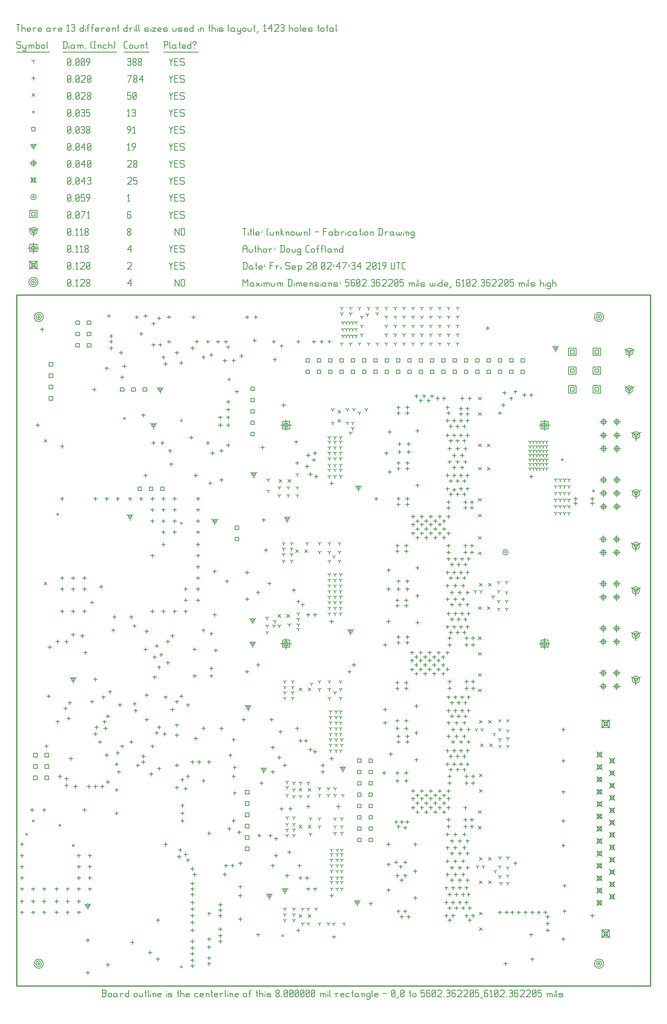
<source format=gbr>
G04 start of page 12 for group -3984 idx -3984 *
G04 Title: (unknown), fab *
G04 Creator: pcb 4.2.0 *
G04 CreationDate: Fri Sep 20 02:47:34 2019 UTC *
G04 For: doug *
G04 Format: Gerber/RS-274X *
G04 PCB-Dimensions (mil): 5602.36 6102.36 *
G04 PCB-Coordinate-Origin: lower left *
%MOIN*%
%FSLAX25Y25*%
%LNFAB*%
%ADD190C,0.0100*%
%ADD189C,0.0075*%
%ADD188C,0.0060*%
%ADD187R,0.0080X0.0080*%
G54D187*X513964Y590551D02*G75*G03X515564Y590551I800J0D01*G01*
G75*G03X513964Y590551I-800J0D01*G01*
X512364D02*G75*G03X517164Y590551I2400J0D01*G01*
G75*G03X512364Y590551I-2400J0D01*G01*
X510764D02*G75*G03X518764Y590551I4000J0D01*G01*
G75*G03X510764Y590551I-4000J0D01*G01*
X18885D02*G75*G03X20485Y590551I800J0D01*G01*
G75*G03X18885Y590551I-800J0D01*G01*
X17285D02*G75*G03X22085Y590551I2400J0D01*G01*
G75*G03X17285Y590551I-2400J0D01*G01*
X15685D02*G75*G03X23685Y590551I4000J0D01*G01*
G75*G03X15685Y590551I-4000J0D01*G01*
X18885Y19685D02*G75*G03X20485Y19685I800J0D01*G01*
G75*G03X18885Y19685I-800J0D01*G01*
X17285D02*G75*G03X22085Y19685I2400J0D01*G01*
G75*G03X17285Y19685I-2400J0D01*G01*
X15685D02*G75*G03X23685Y19685I4000J0D01*G01*
G75*G03X15685Y19685I-4000J0D01*G01*
X513964D02*G75*G03X515564Y19685I800J0D01*G01*
G75*G03X513964Y19685I-800J0D01*G01*
X512364D02*G75*G03X517164Y19685I2400J0D01*G01*
G75*G03X512364Y19685I-2400J0D01*G01*
X510764D02*G75*G03X518764Y19685I4000J0D01*G01*
G75*G03X510764Y19685I-4000J0D01*G01*
X14200Y621486D02*G75*G03X15800Y621486I800J0D01*G01*
G75*G03X14200Y621486I-800J0D01*G01*
X12600D02*G75*G03X17400Y621486I2400J0D01*G01*
G75*G03X12600Y621486I-2400J0D01*G01*
X11000D02*G75*G03X19000Y621486I4000J0D01*G01*
G75*G03X11000Y621486I-4000J0D01*G01*
G54D188*X140000Y623736D02*Y617736D01*
Y623736D02*X143750Y617736D01*
Y623736D02*Y617736D01*
X145550Y622986D02*Y618486D01*
Y622986D02*X146300Y623736D01*
X147800D01*
X148550Y622986D01*
Y618486D01*
X147800Y617736D02*X148550Y618486D01*
X146300Y617736D02*X147800D01*
X145550Y618486D02*X146300Y617736D01*
X98000Y619986D02*X101000Y623736D01*
X98000Y619986D02*X101750D01*
X101000Y623736D02*Y617736D01*
X45000Y618486D02*X45750Y617736D01*
X45000Y622986D02*Y618486D01*
Y622986D02*X45750Y623736D01*
X47250D01*
X48000Y622986D01*
Y618486D01*
X47250Y617736D02*X48000Y618486D01*
X45750Y617736D02*X47250D01*
X45000Y619236D02*X48000Y622236D01*
X49800Y617736D02*X50550D01*
X52350Y622536D02*X53550Y623736D01*
Y617736D01*
X52350D02*X54600D01*
X56400Y622986D02*X57150Y623736D01*
X59400D01*
X60150Y622986D01*
Y621486D01*
X56400Y617736D02*X60150Y621486D01*
X56400Y617736D02*X60150D01*
X61950Y618486D02*X62700Y617736D01*
X61950Y619686D02*Y618486D01*
Y619686D02*X63000Y620736D01*
X63900D01*
X64950Y619686D01*
Y618486D01*
X64200Y617736D02*X64950Y618486D01*
X62700Y617736D02*X64200D01*
X61950Y621786D02*X63000Y620736D01*
X61950Y622986D02*Y621786D01*
Y622986D02*X62700Y623736D01*
X64200D01*
X64950Y622986D01*
Y621786D01*
X63900Y620736D02*X64950Y621786D01*
X517069Y49781D02*X524269Y42581D01*
X517069D02*X524269Y49781D01*
X519069Y47781D02*X522269D01*
X519069D02*Y44581D01*
X522269D01*
Y47781D02*Y44581D01*
X517469Y49381D02*X523869D01*
X517469D02*Y42981D01*
X523869D01*
Y49381D02*Y42981D01*
X517069Y234978D02*X524269Y227778D01*
X517069D02*X524269Y234978D01*
X519069Y232978D02*X522269D01*
X519069D02*Y229778D01*
X522269D01*
Y232978D02*Y229778D01*
X517469Y234578D02*X523869D01*
X517469D02*Y228178D01*
X523869D01*
Y234578D02*Y228178D01*
X11400Y640086D02*X18600Y632886D01*
X11400D02*X18600Y640086D01*
X13400Y638086D02*X16600D01*
X13400D02*Y634886D01*
X16600D01*
Y638086D02*Y634886D01*
X11800Y639686D02*X18200D01*
X11800D02*Y633286D01*
X18200D01*
Y639686D02*Y633286D01*
X135000Y638736D02*X136500Y635736D01*
X138000Y638736D01*
X136500Y635736D02*Y632736D01*
X139800Y636036D02*X142050D01*
X139800Y632736D02*X142800D01*
X139800Y638736D02*Y632736D01*
Y638736D02*X142800D01*
X147600D02*X148350Y637986D01*
X145350Y638736D02*X147600D01*
X144600Y637986D02*X145350Y638736D01*
X144600Y637986D02*Y636486D01*
X145350Y635736D01*
X147600D01*
X148350Y634986D01*
Y633486D01*
X147600Y632736D02*X148350Y633486D01*
X145350Y632736D02*X147600D01*
X144600Y633486D02*X145350Y632736D01*
X98000Y637986D02*X98750Y638736D01*
X101000D01*
X101750Y637986D01*
Y636486D01*
X98000Y632736D02*X101750Y636486D01*
X98000Y632736D02*X101750D01*
X45000Y633486D02*X45750Y632736D01*
X45000Y637986D02*Y633486D01*
Y637986D02*X45750Y638736D01*
X47250D01*
X48000Y637986D01*
Y633486D01*
X47250Y632736D02*X48000Y633486D01*
X45750Y632736D02*X47250D01*
X45000Y634236D02*X48000Y637236D01*
X49800Y632736D02*X50550D01*
X52350Y637536D02*X53550Y638736D01*
Y632736D01*
X52350D02*X54600D01*
X56400Y637986D02*X57150Y638736D01*
X59400D01*
X60150Y637986D01*
Y636486D01*
X56400Y632736D02*X60150Y636486D01*
X56400Y632736D02*X60150D01*
X61950Y633486D02*X62700Y632736D01*
X61950Y637986D02*Y633486D01*
Y637986D02*X62700Y638736D01*
X64200D01*
X64950Y637986D01*
Y633486D01*
X64200Y632736D02*X64950Y633486D01*
X62700Y632736D02*X64200D01*
X61950Y634236D02*X64950Y637236D01*
X547244Y388583D02*Y383783D01*
Y388583D02*X551404Y390983D01*
X547244Y388583D02*X543084Y390983D01*
X545644Y388583D02*G75*G03X548844Y388583I1600J0D01*G01*
G75*G03X545644Y388583I-1600J0D01*G01*
X544044D02*G75*G03X550444Y388583I3200J0D01*G01*
G75*G03X544044Y388583I-3200J0D01*G01*
X547244Y349213D02*Y344413D01*
Y349213D02*X551404Y351613D01*
X547244Y349213D02*X543084Y351613D01*
X545644Y349213D02*G75*G03X548844Y349213I1600J0D01*G01*
G75*G03X545644Y349213I-1600J0D01*G01*
X544044D02*G75*G03X550444Y349213I3200J0D01*G01*
G75*G03X544044Y349213I-3200J0D01*G01*
X547244Y309843D02*Y305043D01*
Y309843D02*X551404Y312243D01*
X547244Y309843D02*X543084Y312243D01*
X545644Y309843D02*G75*G03X548844Y309843I1600J0D01*G01*
G75*G03X545644Y309843I-1600J0D01*G01*
X544044D02*G75*G03X550444Y309843I3200J0D01*G01*
G75*G03X544044Y309843I-3200J0D01*G01*
X547244Y270472D02*Y265672D01*
Y270472D02*X551404Y272872D01*
X547244Y270472D02*X543084Y272872D01*
X545644Y270472D02*G75*G03X548844Y270472I1600J0D01*G01*
G75*G03X545644Y270472I-1600J0D01*G01*
X544044D02*G75*G03X550444Y270472I3200J0D01*G01*
G75*G03X544044Y270472I-3200J0D01*G01*
X238189Y499879D02*Y490279D01*
X233389Y495079D02*X242989D01*
X236589Y496679D02*X239789D01*
X236589D02*Y493479D01*
X239789D01*
Y496679D02*Y493479D01*
X234989Y498279D02*X241389D01*
X234989D02*Y491879D01*
X241389D01*
Y498279D02*Y491879D01*
X466535Y499879D02*Y490279D01*
X461735Y495079D02*X471335D01*
X464935Y496679D02*X468135D01*
X464935D02*Y493479D01*
X468135D01*
Y496679D02*Y493479D01*
X463335Y498279D02*X469735D01*
X463335D02*Y491879D01*
X469735D01*
Y498279D02*Y491879D01*
X238189Y306965D02*Y297365D01*
X233389Y302165D02*X242989D01*
X236589Y303765D02*X239789D01*
X236589D02*Y300565D01*
X239789D01*
Y303765D02*Y300565D01*
X234989Y305365D02*X241389D01*
X234989D02*Y298965D01*
X241389D01*
Y305365D02*Y298965D01*
X466535Y306965D02*Y297365D01*
X461735Y302165D02*X471335D01*
X464935Y303765D02*X468135D01*
X464935D02*Y300565D01*
X468135D01*
Y303765D02*Y300565D01*
X463335Y305365D02*X469735D01*
X463335D02*Y298965D01*
X469735D01*
Y305365D02*Y298965D01*
X541535Y559843D02*Y555043D01*
Y559843D02*X545695Y562243D01*
X541535Y559843D02*X537375Y562243D01*
X539935Y559843D02*G75*G03X543135Y559843I1600J0D01*G01*
G75*G03X539935Y559843I-1600J0D01*G01*
X538335D02*G75*G03X544735Y559843I3200J0D01*G01*
G75*G03X538335Y559843I-3200J0D01*G01*
X541535Y526772D02*Y521972D01*
Y526772D02*X545695Y529172D01*
X541535Y526772D02*X537375Y529172D01*
X539935Y526772D02*G75*G03X543135Y526772I1600J0D01*G01*
G75*G03X539935Y526772I-1600J0D01*G01*
X538335D02*G75*G03X544735Y526772I3200J0D01*G01*
G75*G03X538335Y526772I-3200J0D01*G01*
X547520Y486220D02*Y481420D01*
Y486220D02*X551680Y488620D01*
X547520Y486220D02*X543360Y488620D01*
X545920Y486220D02*G75*G03X549120Y486220I1600J0D01*G01*
G75*G03X545920Y486220I-1600J0D01*G01*
X544320D02*G75*G03X550720Y486220I3200J0D01*G01*
G75*G03X544320Y486220I-3200J0D01*G01*
X547520Y435039D02*Y430239D01*
Y435039D02*X551680Y437439D01*
X547520Y435039D02*X543360Y437439D01*
X545920Y435039D02*G75*G03X549120Y435039I1600J0D01*G01*
G75*G03X545920Y435039I-1600J0D01*G01*
X544320D02*G75*G03X550720Y435039I3200J0D01*G01*
G75*G03X544320Y435039I-3200J0D01*G01*
X15000Y656286D02*Y646686D01*
X10200Y651486D02*X19800D01*
X13400Y653086D02*X16600D01*
X13400D02*Y649886D01*
X16600D01*
Y653086D02*Y649886D01*
X11800Y654686D02*X18200D01*
X11800D02*Y648286D01*
X18200D01*
Y654686D02*Y648286D01*
X135000Y653736D02*X136500Y650736D01*
X138000Y653736D01*
X136500Y650736D02*Y647736D01*
X139800Y651036D02*X142050D01*
X139800Y647736D02*X142800D01*
X139800Y653736D02*Y647736D01*
Y653736D02*X142800D01*
X147600D02*X148350Y652986D01*
X145350Y653736D02*X147600D01*
X144600Y652986D02*X145350Y653736D01*
X144600Y652986D02*Y651486D01*
X145350Y650736D01*
X147600D01*
X148350Y649986D01*
Y648486D01*
X147600Y647736D02*X148350Y648486D01*
X145350Y647736D02*X147600D01*
X144600Y648486D02*X145350Y647736D01*
X98000Y649986D02*X101000Y653736D01*
X98000Y649986D02*X101750D01*
X101000Y653736D02*Y647736D01*
X15000Y666486D02*Y661686D01*
Y666486D02*X19160Y668886D01*
X15000Y666486D02*X10840Y668886D01*
X13400Y666486D02*G75*G03X16600Y666486I1600J0D01*G01*
G75*G03X13400Y666486I-1600J0D01*G01*
X11800D02*G75*G03X18200Y666486I3200J0D01*G01*
G75*G03X11800Y666486I-3200J0D01*G01*
X140000Y668736D02*Y662736D01*
Y668736D02*X143750Y662736D01*
Y668736D02*Y662736D01*
X145550Y667986D02*Y663486D01*
Y667986D02*X146300Y668736D01*
X147800D01*
X148550Y667986D01*
Y663486D01*
X147800Y662736D02*X148550Y663486D01*
X146300Y662736D02*X147800D01*
X145550Y663486D02*X146300Y662736D01*
X98000Y663486D02*X98750Y662736D01*
X98000Y664686D02*Y663486D01*
Y664686D02*X99050Y665736D01*
X99950D01*
X101000Y664686D01*
Y663486D01*
X100250Y662736D02*X101000Y663486D01*
X98750Y662736D02*X100250D01*
X98000Y666786D02*X99050Y665736D01*
X98000Y667986D02*Y666786D01*
Y667986D02*X98750Y668736D01*
X100250D01*
X101000Y667986D01*
Y666786D01*
X99950Y665736D02*X101000Y666786D01*
X45000Y663486D02*X45750Y662736D01*
X45000Y667986D02*Y663486D01*
Y667986D02*X45750Y668736D01*
X47250D01*
X48000Y667986D01*
Y663486D01*
X47250Y662736D02*X48000Y663486D01*
X45750Y662736D02*X47250D01*
X45000Y664236D02*X48000Y667236D01*
X49800Y662736D02*X50550D01*
X52350Y667536D02*X53550Y668736D01*
Y662736D01*
X52350D02*X54600D01*
X56400Y667536D02*X57600Y668736D01*
Y662736D01*
X56400D02*X58650D01*
X60450Y663486D02*X61200Y662736D01*
X60450Y664686D02*Y663486D01*
Y664686D02*X61500Y665736D01*
X62400D01*
X63450Y664686D01*
Y663486D01*
X62700Y662736D02*X63450Y663486D01*
X61200Y662736D02*X62700D01*
X60450Y666786D02*X61500Y665736D01*
X60450Y667986D02*Y666786D01*
Y667986D02*X61200Y668736D01*
X62700D01*
X63450Y667986D01*
Y666786D01*
X62400Y665736D02*X63450Y666786D01*
X45000Y648486D02*X45750Y647736D01*
X45000Y652986D02*Y648486D01*
Y652986D02*X45750Y653736D01*
X47250D01*
X48000Y652986D01*
Y648486D01*
X47250Y647736D02*X48000Y648486D01*
X45750Y647736D02*X47250D01*
X45000Y649236D02*X48000Y652236D01*
X49800Y647736D02*X50550D01*
X52350Y652536D02*X53550Y653736D01*
Y647736D01*
X52350D02*X54600D01*
X56400Y652536D02*X57600Y653736D01*
Y647736D01*
X56400D02*X58650D01*
X60450Y648486D02*X61200Y647736D01*
X60450Y649686D02*Y648486D01*
Y649686D02*X61500Y650736D01*
X62400D01*
X63450Y649686D01*
Y648486D01*
X62700Y647736D02*X63450Y648486D01*
X61200Y647736D02*X62700D01*
X60450Y651786D02*X61500Y650736D01*
X60450Y652986D02*Y651786D01*
Y652986D02*X61200Y653736D01*
X62700D01*
X63450Y652986D01*
Y651786D01*
X62400Y650736D02*X63450Y651786D01*
X511195Y561443D02*X514395D01*
X511195D02*Y558243D01*
X514395D01*
Y561443D02*Y558243D01*
X509595Y563043D02*X515995D01*
X509595D02*Y556643D01*
X515995D01*
Y563043D02*Y556643D01*
X511195Y544907D02*X514395D01*
X511195D02*Y541707D01*
X514395D01*
Y544907D02*Y541707D01*
X509595Y546507D02*X515995D01*
X509595D02*Y540107D01*
X515995D01*
Y546507D02*Y540107D01*
X511195Y528372D02*X514395D01*
X511195D02*Y525172D01*
X514395D01*
Y528372D02*Y525172D01*
X509595Y529972D02*X515995D01*
X509595D02*Y523572D01*
X515995D01*
Y529972D02*Y523572D01*
X489542Y561443D02*X492742D01*
X489542D02*Y558243D01*
X492742D01*
Y561443D02*Y558243D01*
X487942Y563043D02*X494342D01*
X487942D02*Y556643D01*
X494342D01*
Y563043D02*Y556643D01*
X489542Y544907D02*X492742D01*
X489542D02*Y541707D01*
X492742D01*
Y544907D02*Y541707D01*
X487942Y546507D02*X494342D01*
X487942D02*Y540107D01*
X494342D01*
Y546507D02*Y540107D01*
X489542Y528372D02*X492742D01*
X489542D02*Y525172D01*
X492742D01*
Y528372D02*Y525172D01*
X487942Y529972D02*X494342D01*
X487942D02*Y523572D01*
X494342D01*
Y529972D02*Y523572D01*
X13400Y683086D02*X16600D01*
X13400D02*Y679886D01*
X16600D01*
Y683086D02*Y679886D01*
X11800Y684686D02*X18200D01*
X11800D02*Y678286D01*
X18200D01*
Y684686D02*Y678286D01*
X135000Y683736D02*X136500Y680736D01*
X138000Y683736D01*
X136500Y680736D02*Y677736D01*
X139800Y681036D02*X142050D01*
X139800Y677736D02*X142800D01*
X139800Y683736D02*Y677736D01*
Y683736D02*X142800D01*
X147600D02*X148350Y682986D01*
X145350Y683736D02*X147600D01*
X144600Y682986D02*X145350Y683736D01*
X144600Y682986D02*Y681486D01*
X145350Y680736D01*
X147600D01*
X148350Y679986D01*
Y678486D01*
X147600Y677736D02*X148350Y678486D01*
X145350Y677736D02*X147600D01*
X144600Y678486D02*X145350Y677736D01*
X100250Y683736D02*X101000Y682986D01*
X98750Y683736D02*X100250D01*
X98000Y682986D02*X98750Y683736D01*
X98000Y682986D02*Y678486D01*
X98750Y677736D01*
X100250Y681036D02*X101000Y680286D01*
X98000Y681036D02*X100250D01*
X98750Y677736D02*X100250D01*
X101000Y678486D01*
Y680286D02*Y678486D01*
X45000D02*X45750Y677736D01*
X45000Y682986D02*Y678486D01*
Y682986D02*X45750Y683736D01*
X47250D01*
X48000Y682986D01*
Y678486D01*
X47250Y677736D02*X48000Y678486D01*
X45750Y677736D02*X47250D01*
X45000Y679236D02*X48000Y682236D01*
X49800Y677736D02*X50550D01*
X52350Y678486D02*X53100Y677736D01*
X52350Y682986D02*Y678486D01*
Y682986D02*X53100Y683736D01*
X54600D01*
X55350Y682986D01*
Y678486D01*
X54600Y677736D02*X55350Y678486D01*
X53100Y677736D02*X54600D01*
X52350Y679236D02*X55350Y682236D01*
X57900Y677736D02*X60900Y683736D01*
X57150D02*X60900D01*
X62700Y682536D02*X63900Y683736D01*
Y677736D01*
X62700D02*X64950D01*
X431287Y382874D02*G75*G03X432887Y382874I800J0D01*G01*
G75*G03X431287Y382874I-800J0D01*G01*
X429687D02*G75*G03X434487Y382874I2400J0D01*G01*
G75*G03X429687Y382874I-2400J0D01*G01*
X14200Y696486D02*G75*G03X15800Y696486I800J0D01*G01*
G75*G03X14200Y696486I-800J0D01*G01*
X12600D02*G75*G03X17400Y696486I2400J0D01*G01*
G75*G03X12600Y696486I-2400J0D01*G01*
X135000Y698736D02*X136500Y695736D01*
X138000Y698736D01*
X136500Y695736D02*Y692736D01*
X139800Y696036D02*X142050D01*
X139800Y692736D02*X142800D01*
X139800Y698736D02*Y692736D01*
Y698736D02*X142800D01*
X147600D02*X148350Y697986D01*
X145350Y698736D02*X147600D01*
X144600Y697986D02*X145350Y698736D01*
X144600Y697986D02*Y696486D01*
X145350Y695736D01*
X147600D01*
X148350Y694986D01*
Y693486D01*
X147600Y692736D02*X148350Y693486D01*
X145350Y692736D02*X147600D01*
X144600Y693486D02*X145350Y692736D01*
X98000Y697536D02*X99200Y698736D01*
Y692736D01*
X98000D02*X100250D01*
X45000Y693486D02*X45750Y692736D01*
X45000Y697986D02*Y693486D01*
Y697986D02*X45750Y698736D01*
X47250D01*
X48000Y697986D01*
Y693486D01*
X47250Y692736D02*X48000Y693486D01*
X45750Y692736D02*X47250D01*
X45000Y694236D02*X48000Y697236D01*
X49800Y692736D02*X50550D01*
X52350Y693486D02*X53100Y692736D01*
X52350Y697986D02*Y693486D01*
Y697986D02*X53100Y698736D01*
X54600D01*
X55350Y697986D01*
Y693486D01*
X54600Y692736D02*X55350Y693486D01*
X53100Y692736D02*X54600D01*
X52350Y694236D02*X55350Y697236D01*
X57150Y698736D02*X60150D01*
X57150D02*Y695736D01*
X57900Y696486D01*
X59400D01*
X60150Y695736D01*
Y693486D01*
X59400Y692736D02*X60150Y693486D01*
X57900Y692736D02*X59400D01*
X57150Y693486D02*X57900Y692736D01*
X62700D02*X64950Y695736D01*
Y697986D02*Y695736D01*
X64200Y698736D02*X64950Y697986D01*
X62700Y698736D02*X64200D01*
X61950Y697986D02*X62700Y698736D01*
X61950Y697986D02*Y696486D01*
X62700Y695736D01*
X64950D01*
X512679Y75746D02*X517479Y70946D01*
X512679D02*X517479Y75746D01*
X513479Y74946D02*X516679D01*
X513479D02*Y71746D01*
X516679D01*
Y74946D02*Y71746D01*
X512679Y86652D02*X517479Y81852D01*
X512679D02*X517479Y86652D01*
X513479Y85852D02*X516679D01*
X513479D02*Y82652D01*
X516679D01*
Y85852D02*Y82652D01*
X512679Y97557D02*X517479Y92757D01*
X512679D02*X517479Y97557D01*
X513479Y96757D02*X516679D01*
X513479D02*Y93557D01*
X516679D01*
Y96757D02*Y93557D01*
X512679Y108463D02*X517479Y103663D01*
X512679D02*X517479Y108463D01*
X513479Y107663D02*X516679D01*
X513479D02*Y104463D01*
X516679D01*
Y107663D02*Y104463D01*
X512679Y119369D02*X517479Y114569D01*
X512679D02*X517479Y119369D01*
X513479Y118569D02*X516679D01*
X513479D02*Y115369D01*
X516679D01*
Y118569D02*Y115369D01*
X512679Y130274D02*X517479Y125474D01*
X512679D02*X517479Y130274D01*
X513479Y129474D02*X516679D01*
X513479D02*Y126274D01*
X516679D01*
Y129474D02*Y126274D01*
X512679Y141180D02*X517479Y136380D01*
X512679D02*X517479Y141180D01*
X513479Y140380D02*X516679D01*
X513479D02*Y137180D01*
X516679D01*
Y140380D02*Y137180D01*
X512679Y152085D02*X517479Y147285D01*
X512679D02*X517479Y152085D01*
X513479Y151285D02*X516679D01*
X513479D02*Y148085D01*
X516679D01*
Y151285D02*Y148085D01*
X512679Y162991D02*X517479Y158191D01*
X512679D02*X517479Y162991D01*
X513479Y162191D02*X516679D01*
X513479D02*Y158991D01*
X516679D01*
Y162191D02*Y158991D01*
X512679Y173896D02*X517479Y169096D01*
X512679D02*X517479Y173896D01*
X513479Y173096D02*X516679D01*
X513479D02*Y169896D01*
X516679D01*
Y173096D02*Y169896D01*
X512679Y184802D02*X517479Y180002D01*
X512679D02*X517479Y184802D01*
X513479Y184002D02*X516679D01*
X513479D02*Y180802D01*
X516679D01*
Y184002D02*Y180802D01*
X512679Y195707D02*X517479Y190907D01*
X512679D02*X517479Y195707D01*
X513479Y194907D02*X516679D01*
X513479D02*Y191707D01*
X516679D01*
Y194907D02*Y191707D01*
X512679Y206613D02*X517479Y201813D01*
X512679D02*X517479Y206613D01*
X513479Y205813D02*X516679D01*
X513479D02*Y202613D01*
X516679D01*
Y205813D02*Y202613D01*
X523860Y81199D02*X528660Y76399D01*
X523860D02*X528660Y81199D01*
X524660Y80399D02*X527860D01*
X524660D02*Y77199D01*
X527860D01*
Y80399D02*Y77199D01*
X523860Y92105D02*X528660Y87305D01*
X523860D02*X528660Y92105D01*
X524660Y91305D02*X527860D01*
X524660D02*Y88105D01*
X527860D01*
Y91305D02*Y88105D01*
X523860Y103010D02*X528660Y98210D01*
X523860D02*X528660Y103010D01*
X524660Y102210D02*X527860D01*
X524660D02*Y99010D01*
X527860D01*
Y102210D02*Y99010D01*
X523860Y113916D02*X528660Y109116D01*
X523860D02*X528660Y113916D01*
X524660Y113116D02*X527860D01*
X524660D02*Y109916D01*
X527860D01*
Y113116D02*Y109916D01*
X523860Y124821D02*X528660Y120021D01*
X523860D02*X528660Y124821D01*
X524660Y124021D02*X527860D01*
X524660D02*Y120821D01*
X527860D01*
Y124021D02*Y120821D01*
X523860Y135727D02*X528660Y130927D01*
X523860D02*X528660Y135727D01*
X524660Y134927D02*X527860D01*
X524660D02*Y131727D01*
X527860D01*
Y134927D02*Y131727D01*
X523860Y146632D02*X528660Y141832D01*
X523860D02*X528660Y146632D01*
X524660Y145832D02*X527860D01*
X524660D02*Y142632D01*
X527860D01*
Y145832D02*Y142632D01*
X523860Y157538D02*X528660Y152738D01*
X523860D02*X528660Y157538D01*
X524660Y156738D02*X527860D01*
X524660D02*Y153538D01*
X527860D01*
Y156738D02*Y153538D01*
X523860Y168443D02*X528660Y163643D01*
X523860D02*X528660Y168443D01*
X524660Y167643D02*X527860D01*
X524660D02*Y164443D01*
X527860D01*
Y167643D02*Y164443D01*
X523860Y179349D02*X528660Y174549D01*
X523860D02*X528660Y179349D01*
X524660Y178549D02*X527860D01*
X524660D02*Y175349D01*
X527860D01*
Y178549D02*Y175349D01*
X523860Y190254D02*X528660Y185454D01*
X523860D02*X528660Y190254D01*
X524660Y189454D02*X527860D01*
X524660D02*Y186254D01*
X527860D01*
Y189454D02*Y186254D01*
X523860Y201160D02*X528660Y196360D01*
X523860D02*X528660Y201160D01*
X524660Y200360D02*X527860D01*
X524660D02*Y197160D01*
X527860D01*
Y200360D02*Y197160D01*
X12600Y713886D02*X17400Y709086D01*
X12600D02*X17400Y713886D01*
X13400Y713086D02*X16600D01*
X13400D02*Y709886D01*
X16600D01*
Y713086D02*Y709886D01*
X135000Y713736D02*X136500Y710736D01*
X138000Y713736D01*
X136500Y710736D02*Y707736D01*
X139800Y711036D02*X142050D01*
X139800Y707736D02*X142800D01*
X139800Y713736D02*Y707736D01*
Y713736D02*X142800D01*
X147600D02*X148350Y712986D01*
X145350Y713736D02*X147600D01*
X144600Y712986D02*X145350Y713736D01*
X144600Y712986D02*Y711486D01*
X145350Y710736D01*
X147600D01*
X148350Y709986D01*
Y708486D01*
X147600Y707736D02*X148350Y708486D01*
X145350Y707736D02*X147600D01*
X144600Y708486D02*X145350Y707736D01*
X98000Y712986D02*X98750Y713736D01*
X101000D01*
X101750Y712986D01*
Y711486D01*
X98000Y707736D02*X101750Y711486D01*
X98000Y707736D02*X101750D01*
X103550Y713736D02*X106550D01*
X103550D02*Y710736D01*
X104300Y711486D01*
X105800D01*
X106550Y710736D01*
Y708486D01*
X105800Y707736D02*X106550Y708486D01*
X104300Y707736D02*X105800D01*
X103550Y708486D02*X104300Y707736D01*
X45000Y708486D02*X45750Y707736D01*
X45000Y712986D02*Y708486D01*
Y712986D02*X45750Y713736D01*
X47250D01*
X48000Y712986D01*
Y708486D01*
X47250Y707736D02*X48000Y708486D01*
X45750Y707736D02*X47250D01*
X45000Y709236D02*X48000Y712236D01*
X49800Y707736D02*X50550D01*
X52350Y708486D02*X53100Y707736D01*
X52350Y712986D02*Y708486D01*
Y712986D02*X53100Y713736D01*
X54600D01*
X55350Y712986D01*
Y708486D01*
X54600Y707736D02*X55350Y708486D01*
X53100Y707736D02*X54600D01*
X52350Y709236D02*X55350Y712236D01*
X57150Y709986D02*X60150Y713736D01*
X57150Y709986D02*X60900D01*
X60150Y713736D02*Y707736D01*
X62700Y712986D02*X63450Y713736D01*
X64950D01*
X65700Y712986D01*
X64950Y707736D02*X65700Y708486D01*
X63450Y707736D02*X64950D01*
X62700Y708486D02*X63450Y707736D01*
Y711036D02*X64950D01*
X65700Y712986D02*Y711786D01*
Y710286D02*Y708486D01*
Y710286D02*X64950Y711036D01*
X65700Y711786D02*X64950Y711036D01*
X518425Y385877D02*Y379477D01*
X515225Y382677D02*X521625D01*
X516825Y384277D02*X520025D01*
X516825D02*Y381077D01*
X520025D01*
Y384277D02*Y381077D01*
X518425Y397688D02*Y391288D01*
X515225Y394488D02*X521625D01*
X516825Y396088D02*X520025D01*
X516825D02*Y392888D01*
X520025D01*
Y396088D02*Y392888D01*
X530236Y397688D02*Y391288D01*
X527036Y394488D02*X533436D01*
X528636Y396088D02*X531836D01*
X528636D02*Y392888D01*
X531836D01*
Y396088D02*Y392888D01*
X530236Y385877D02*Y379477D01*
X527036Y382677D02*X533436D01*
X528636Y384277D02*X531836D01*
X528636D02*Y381077D01*
X531836D01*
Y384277D02*Y381077D01*
X518425Y346507D02*Y340107D01*
X515225Y343307D02*X521625D01*
X516825Y344907D02*X520025D01*
X516825D02*Y341707D01*
X520025D01*
Y344907D02*Y341707D01*
X518425Y358318D02*Y351918D01*
X515225Y355118D02*X521625D01*
X516825Y356718D02*X520025D01*
X516825D02*Y353518D01*
X520025D01*
Y356718D02*Y353518D01*
X530236Y358318D02*Y351918D01*
X527036Y355118D02*X533436D01*
X528636Y356718D02*X531836D01*
X528636D02*Y353518D01*
X531836D01*
Y356718D02*Y353518D01*
X530236Y346507D02*Y340107D01*
X527036Y343307D02*X533436D01*
X528636Y344907D02*X531836D01*
X528636D02*Y341707D01*
X531836D01*
Y344907D02*Y341707D01*
X518425Y307137D02*Y300737D01*
X515225Y303937D02*X521625D01*
X516825Y305537D02*X520025D01*
X516825D02*Y302337D01*
X520025D01*
Y305537D02*Y302337D01*
X518425Y318948D02*Y312548D01*
X515225Y315748D02*X521625D01*
X516825Y317348D02*X520025D01*
X516825D02*Y314148D01*
X520025D01*
Y317348D02*Y314148D01*
X530236Y318948D02*Y312548D01*
X527036Y315748D02*X533436D01*
X528636Y317348D02*X531836D01*
X528636D02*Y314148D01*
X531836D01*
Y317348D02*Y314148D01*
X530236Y307137D02*Y300737D01*
X527036Y303937D02*X533436D01*
X528636Y305537D02*X531836D01*
X528636D02*Y302337D01*
X531836D01*
Y305537D02*Y302337D01*
X518425Y267767D02*Y261367D01*
X515225Y264567D02*X521625D01*
X516825Y266167D02*X520025D01*
X516825D02*Y262967D01*
X520025D01*
Y266167D02*Y262967D01*
X518425Y279578D02*Y273178D01*
X515225Y276378D02*X521625D01*
X516825Y277978D02*X520025D01*
X516825D02*Y274778D01*
X520025D01*
Y277978D02*Y274778D01*
X530236Y279578D02*Y273178D01*
X527036Y276378D02*X533436D01*
X528636Y277978D02*X531836D01*
X528636D02*Y274778D01*
X531836D01*
Y277978D02*Y274778D01*
X530236Y267767D02*Y261367D01*
X527036Y264567D02*X533436D01*
X528636Y266167D02*X531836D01*
X528636D02*Y262967D01*
X531836D01*
Y266167D02*Y262967D01*
X518701Y477609D02*Y471209D01*
X515501Y474409D02*X521901D01*
X517101Y476009D02*X520301D01*
X517101D02*Y472809D01*
X520301D01*
Y476009D02*Y472809D01*
X518701Y489420D02*Y483020D01*
X515501Y486220D02*X521901D01*
X517101Y487820D02*X520301D01*
X517101D02*Y484620D01*
X520301D01*
Y487820D02*Y484620D01*
X518701Y501231D02*Y494831D01*
X515501Y498031D02*X521901D01*
X517101Y499631D02*X520301D01*
X517101D02*Y496431D01*
X520301D01*
Y499631D02*Y496431D01*
X530512Y477609D02*Y471209D01*
X527312Y474409D02*X533712D01*
X528912Y476009D02*X532112D01*
X528912D02*Y472809D01*
X532112D01*
Y476009D02*Y472809D01*
X530512Y489420D02*Y483020D01*
X527312Y486220D02*X533712D01*
X528912Y487820D02*X532112D01*
X528912D02*Y484620D01*
X532112D01*
Y487820D02*Y484620D01*
X530512Y501231D02*Y494831D01*
X527312Y498031D02*X533712D01*
X528912Y499631D02*X532112D01*
X528912D02*Y496431D01*
X532112D01*
Y499631D02*Y496431D01*
X518701Y426428D02*Y420028D01*
X515501Y423228D02*X521901D01*
X517101Y424828D02*X520301D01*
X517101D02*Y421628D01*
X520301D01*
Y424828D02*Y421628D01*
X518701Y438239D02*Y431839D01*
X515501Y435039D02*X521901D01*
X517101Y436639D02*X520301D01*
X517101D02*Y433439D01*
X520301D01*
Y436639D02*Y433439D01*
X518701Y450050D02*Y443650D01*
X515501Y446850D02*X521901D01*
X517101Y448450D02*X520301D01*
X517101D02*Y445250D01*
X520301D01*
Y448450D02*Y445250D01*
X530512Y426428D02*Y420028D01*
X527312Y423228D02*X533712D01*
X528912Y424828D02*X532112D01*
X528912D02*Y421628D01*
X532112D01*
Y424828D02*Y421628D01*
X530512Y438239D02*Y431839D01*
X527312Y435039D02*X533712D01*
X528912Y436639D02*X532112D01*
X528912D02*Y433439D01*
X532112D01*
Y436639D02*Y433439D01*
X530512Y450050D02*Y443650D01*
X527312Y446850D02*X533712D01*
X528912Y448450D02*X532112D01*
X528912D02*Y445250D01*
X532112D01*
Y448450D02*Y445250D01*
X15000Y729686D02*Y723286D01*
X11800Y726486D02*X18200D01*
X13400Y728086D02*X16600D01*
X13400D02*Y724886D01*
X16600D01*
Y728086D02*Y724886D01*
X135000Y728736D02*X136500Y725736D01*
X138000Y728736D01*
X136500Y725736D02*Y722736D01*
X139800Y726036D02*X142050D01*
X139800Y722736D02*X142800D01*
X139800Y728736D02*Y722736D01*
Y728736D02*X142800D01*
X147600D02*X148350Y727986D01*
X145350Y728736D02*X147600D01*
X144600Y727986D02*X145350Y728736D01*
X144600Y727986D02*Y726486D01*
X145350Y725736D01*
X147600D01*
X148350Y724986D01*
Y723486D01*
X147600Y722736D02*X148350Y723486D01*
X145350Y722736D02*X147600D01*
X144600Y723486D02*X145350Y722736D01*
X98000Y727986D02*X98750Y728736D01*
X101000D01*
X101750Y727986D01*
Y726486D01*
X98000Y722736D02*X101750Y726486D01*
X98000Y722736D02*X101750D01*
X103550Y723486D02*X104300Y722736D01*
X103550Y724686D02*Y723486D01*
Y724686D02*X104600Y725736D01*
X105500D01*
X106550Y724686D01*
Y723486D01*
X105800Y722736D02*X106550Y723486D01*
X104300Y722736D02*X105800D01*
X103550Y726786D02*X104600Y725736D01*
X103550Y727986D02*Y726786D01*
Y727986D02*X104300Y728736D01*
X105800D01*
X106550Y727986D01*
Y726786D01*
X105500Y725736D02*X106550Y726786D01*
X45000Y723486D02*X45750Y722736D01*
X45000Y727986D02*Y723486D01*
Y727986D02*X45750Y728736D01*
X47250D01*
X48000Y727986D01*
Y723486D01*
X47250Y722736D02*X48000Y723486D01*
X45750Y722736D02*X47250D01*
X45000Y724236D02*X48000Y727236D01*
X49800Y722736D02*X50550D01*
X52350Y723486D02*X53100Y722736D01*
X52350Y727986D02*Y723486D01*
Y727986D02*X53100Y728736D01*
X54600D01*
X55350Y727986D01*
Y723486D01*
X54600Y722736D02*X55350Y723486D01*
X53100Y722736D02*X54600D01*
X52350Y724236D02*X55350Y727236D01*
X57150Y724986D02*X60150Y728736D01*
X57150Y724986D02*X60900D01*
X60150Y728736D02*Y722736D01*
X62700Y723486D02*X63450Y722736D01*
X62700Y727986D02*Y723486D01*
Y727986D02*X63450Y728736D01*
X64950D01*
X65700Y727986D01*
Y723486D01*
X64950Y722736D02*X65700Y723486D01*
X63450Y722736D02*X64950D01*
X62700Y724236D02*X65700Y727236D01*
X126969Y526575D02*Y523375D01*
Y526575D02*X129742Y528175D01*
X126969Y526575D02*X124195Y528175D01*
X125369Y526575D02*G75*G03X128569Y526575I1600J0D01*G01*
G75*G03X125369Y526575I-1600J0D01*G01*
X121063Y495079D02*Y491879D01*
Y495079D02*X123836Y496679D01*
X121063Y495079D02*X118290Y496679D01*
X119463Y495079D02*G75*G03X122663Y495079I1600J0D01*G01*
G75*G03X119463Y495079I-1600J0D01*G01*
X62992Y70866D02*Y67666D01*
Y70866D02*X65765Y72466D01*
X62992Y70866D02*X60219Y72466D01*
X61392Y70866D02*G75*G03X64592Y70866I1600J0D01*G01*
G75*G03X61392Y70866I-1600J0D01*G01*
X175197Y410433D02*Y407233D01*
Y410433D02*X177970Y412033D01*
X175197Y410433D02*X172424Y412033D01*
X173597Y410433D02*G75*G03X176797Y410433I1600J0D01*G01*
G75*G03X173597Y410433I-1600J0D01*G01*
X476378Y562992D02*Y559792D01*
Y562992D02*X479151Y564592D01*
X476378Y562992D02*X473605Y564592D01*
X474778Y562992D02*G75*G03X477978Y562992I1600J0D01*G01*
G75*G03X474778Y562992I-1600J0D01*G01*
X100394Y414370D02*Y411170D01*
Y414370D02*X103167Y415970D01*
X100394Y414370D02*X97620Y415970D01*
X98794Y414370D02*G75*G03X101994Y414370I1600J0D01*G01*
G75*G03X98794Y414370I-1600J0D01*G01*
X237205Y84646D02*Y81446D01*
Y84646D02*X239978Y86246D01*
X237205Y84646D02*X234431Y86246D01*
X235605Y84646D02*G75*G03X238805Y84646I1600J0D01*G01*
G75*G03X235605Y84646I-1600J0D01*G01*
X301181Y73819D02*Y70619D01*
Y73819D02*X303954Y75419D01*
X301181Y73819D02*X298408Y75419D01*
X299581Y73819D02*G75*G03X302781Y73819I1600J0D01*G01*
G75*G03X299581Y73819I-1600J0D01*G01*
X223425Y79724D02*Y76524D01*
Y79724D02*X226199Y81324D01*
X223425Y79724D02*X220652Y81324D01*
X221825Y79724D02*G75*G03X225025Y79724I1600J0D01*G01*
G75*G03X221825Y79724I-1600J0D01*G01*
X239173Y412402D02*Y409202D01*
Y412402D02*X241947Y414002D01*
X239173Y412402D02*X236400Y414002D01*
X237573Y412402D02*G75*G03X240773Y412402I1600J0D01*G01*
G75*G03X237573Y412402I-1600J0D01*G01*
X302165Y439961D02*Y436761D01*
Y439961D02*X304939Y441561D01*
X302165Y439961D02*X299392Y441561D01*
X300565Y439961D02*G75*G03X303765Y439961I1600J0D01*G01*
G75*G03X300565Y439961I-1600J0D01*G01*
X209646Y451772D02*Y448572D01*
Y451772D02*X212419Y453372D01*
X209646Y451772D02*X206872Y453372D01*
X208046Y451772D02*G75*G03X211246Y451772I1600J0D01*G01*
G75*G03X208046Y451772I-1600J0D01*G01*
X208661Y302165D02*Y298965D01*
Y302165D02*X211435Y303765D01*
X208661Y302165D02*X205888Y303765D01*
X207061Y302165D02*G75*G03X210261Y302165I1600J0D01*G01*
G75*G03X207061Y302165I-1600J0D01*G01*
X295276Y312992D02*Y309792D01*
Y312992D02*X298049Y314592D01*
X295276Y312992D02*X292502Y314592D01*
X293676Y312992D02*G75*G03X296876Y312992I1600J0D01*G01*
G75*G03X293676Y312992I-1600J0D01*G01*
X208661Y322835D02*Y319635D01*
Y322835D02*X211435Y324435D01*
X208661Y322835D02*X205888Y324435D01*
X207061Y322835D02*G75*G03X210261Y322835I1600J0D01*G01*
G75*G03X207061Y322835I-1600J0D01*G01*
X204724Y246063D02*Y242863D01*
Y246063D02*X207498Y247663D01*
X204724Y246063D02*X201951Y247663D01*
X203124Y246063D02*G75*G03X206324Y246063I1600J0D01*G01*
G75*G03X203124Y246063I-1600J0D01*G01*
X288386Y191929D02*Y188729D01*
Y191929D02*X291159Y193529D01*
X288386Y191929D02*X285612Y193529D01*
X286786Y191929D02*G75*G03X289986Y191929I1600J0D01*G01*
G75*G03X286786Y191929I-1600J0D01*G01*
X218504Y190945D02*Y187745D01*
Y190945D02*X221277Y192545D01*
X218504Y190945D02*X215731Y192545D01*
X216904Y190945D02*G75*G03X220104Y190945I1600J0D01*G01*
G75*G03X216904Y190945I-1600J0D01*G01*
X50197Y270669D02*Y267469D01*
Y270669D02*X52970Y272269D01*
X50197Y270669D02*X47424Y272269D01*
X48597Y270669D02*G75*G03X51797Y270669I1600J0D01*G01*
G75*G03X48597Y270669I-1600J0D01*G01*
X15000Y741486D02*Y738286D01*
Y741486D02*X17773Y743086D01*
X15000Y741486D02*X12227Y743086D01*
X13400Y741486D02*G75*G03X16600Y741486I1600J0D01*G01*
G75*G03X13400Y741486I-1600J0D01*G01*
X135000Y743736D02*X136500Y740736D01*
X138000Y743736D01*
X136500Y740736D02*Y737736D01*
X139800Y741036D02*X142050D01*
X139800Y737736D02*X142800D01*
X139800Y743736D02*Y737736D01*
Y743736D02*X142800D01*
X147600D02*X148350Y742986D01*
X145350Y743736D02*X147600D01*
X144600Y742986D02*X145350Y743736D01*
X144600Y742986D02*Y741486D01*
X145350Y740736D01*
X147600D01*
X148350Y739986D01*
Y738486D01*
X147600Y737736D02*X148350Y738486D01*
X145350Y737736D02*X147600D01*
X144600Y738486D02*X145350Y737736D01*
X98000Y742536D02*X99200Y743736D01*
Y737736D01*
X98000D02*X100250D01*
X102800D02*X105050Y740736D01*
Y742986D02*Y740736D01*
X104300Y743736D02*X105050Y742986D01*
X102800Y743736D02*X104300D01*
X102050Y742986D02*X102800Y743736D01*
X102050Y742986D02*Y741486D01*
X102800Y740736D01*
X105050D01*
X45000Y738486D02*X45750Y737736D01*
X45000Y742986D02*Y738486D01*
Y742986D02*X45750Y743736D01*
X47250D01*
X48000Y742986D01*
Y738486D01*
X47250Y737736D02*X48000Y738486D01*
X45750Y737736D02*X47250D01*
X45000Y739236D02*X48000Y742236D01*
X49800Y737736D02*X50550D01*
X52350Y738486D02*X53100Y737736D01*
X52350Y742986D02*Y738486D01*
Y742986D02*X53100Y743736D01*
X54600D01*
X55350Y742986D01*
Y738486D01*
X54600Y737736D02*X55350Y738486D01*
X53100Y737736D02*X54600D01*
X52350Y739236D02*X55350Y742236D01*
X57150Y739986D02*X60150Y743736D01*
X57150Y739986D02*X60900D01*
X60150Y743736D02*Y737736D01*
X62700Y738486D02*X63450Y737736D01*
X62700Y742986D02*Y738486D01*
Y742986D02*X63450Y743736D01*
X64950D01*
X65700Y742986D01*
Y738486D01*
X64950Y737736D02*X65700Y738486D01*
X63450Y737736D02*X64950D01*
X62700Y739236D02*X65700Y742236D01*
X202140Y122663D02*X205340D01*
X202140D02*Y119463D01*
X205340D01*
Y122663D02*Y119463D01*
X202140Y132663D02*X205340D01*
X202140D02*Y129463D01*
X205340D01*
Y132663D02*Y129463D01*
X202140Y142663D02*X205340D01*
X202140D02*Y139463D01*
X205340D01*
Y142663D02*Y139463D01*
X202140Y152663D02*X205340D01*
X202140D02*Y149463D01*
X205340D01*
Y152663D02*Y149463D01*
X202140Y162663D02*X205340D01*
X202140D02*Y159463D01*
X205340D01*
Y162663D02*Y159463D01*
X202140Y172663D02*X205340D01*
X202140D02*Y169463D01*
X205340D01*
Y172663D02*Y169463D01*
X207061Y488805D02*X210261D01*
X207061D02*Y485605D01*
X210261D01*
Y488805D02*Y485605D01*
X207061Y498805D02*X210261D01*
X207061D02*Y495605D01*
X210261D01*
Y498805D02*Y495605D01*
X207061Y508805D02*X210261D01*
X207061D02*Y505605D01*
X210261D01*
Y508805D02*Y505605D01*
X207061Y518805D02*X210261D01*
X207061D02*Y515605D01*
X210261D01*
Y518805D02*Y515605D01*
X207061Y528805D02*X210261D01*
X207061D02*Y525605D01*
X210261D01*
Y528805D02*Y525605D01*
X28912Y520301D02*X32112D01*
X28912D02*Y517101D01*
X32112D01*
Y520301D02*Y517101D01*
X28912Y530301D02*X32112D01*
X28912D02*Y527101D01*
X32112D01*
Y530301D02*Y527101D01*
X28912Y540301D02*X32112D01*
X28912D02*Y537101D01*
X32112D01*
Y540301D02*Y537101D01*
X28912Y550301D02*X32112D01*
X28912D02*Y547101D01*
X32112D01*
Y550301D02*Y547101D01*
X127337Y440576D02*X130537D01*
X127337D02*Y437376D01*
X130537D01*
Y440576D02*Y437376D01*
X117337Y440576D02*X120537D01*
X117337D02*Y437376D01*
X120537D01*
Y440576D02*Y437376D01*
X107337Y440576D02*X110537D01*
X107337D02*Y437376D01*
X110537D01*
Y440576D02*Y437376D01*
X91904Y528175D02*X95104D01*
X91904D02*Y524975D01*
X95104D01*
Y528175D02*Y524975D01*
X101904Y528175D02*X105104D01*
X101904D02*Y524975D01*
X105104D01*
Y528175D02*Y524975D01*
X111904Y528175D02*X115104D01*
X111904D02*Y524975D01*
X115104D01*
Y528175D02*Y524975D01*
X193282Y406128D02*X196482D01*
X193282D02*Y402928D01*
X196482D01*
Y406128D02*Y402928D01*
X193282Y396128D02*X196482D01*
X193282D02*Y392928D01*
X196482D01*
Y396128D02*Y392928D01*
X255762Y553844D02*X258962D01*
X255762D02*Y550644D01*
X258962D01*
Y553844D02*Y550644D01*
X255762Y543844D02*X258962D01*
X255762D02*Y540644D01*
X258962D01*
Y543844D02*Y540644D01*
X265762Y553844D02*X268962D01*
X265762D02*Y550644D01*
X268962D01*
Y553844D02*Y550644D01*
X265762Y543844D02*X268962D01*
X265762D02*Y540644D01*
X268962D01*
Y543844D02*Y540644D01*
X275762Y553844D02*X278962D01*
X275762D02*Y550644D01*
X278962D01*
Y553844D02*Y550644D01*
X275762Y543844D02*X278962D01*
X275762D02*Y540644D01*
X278962D01*
Y543844D02*Y540644D01*
X285762Y553844D02*X288962D01*
X285762D02*Y550644D01*
X288962D01*
Y553844D02*Y550644D01*
X285762Y543844D02*X288962D01*
X285762D02*Y540644D01*
X288962D01*
Y543844D02*Y540644D01*
X295762Y553844D02*X298962D01*
X295762D02*Y550644D01*
X298962D01*
Y553844D02*Y550644D01*
X295762Y543844D02*X298962D01*
X295762D02*Y540644D01*
X298962D01*
Y543844D02*Y540644D01*
X305762Y553844D02*X308962D01*
X305762D02*Y550644D01*
X308962D01*
Y553844D02*Y550644D01*
X305762Y543844D02*X308962D01*
X305762D02*Y540644D01*
X308962D01*
Y543844D02*Y540644D01*
X315762Y553844D02*X318962D01*
X315762D02*Y550644D01*
X318962D01*
Y553844D02*Y550644D01*
X315762Y543844D02*X318962D01*
X315762D02*Y540644D01*
X318962D01*
Y543844D02*Y540644D01*
X325762Y553844D02*X328962D01*
X325762D02*Y550644D01*
X328962D01*
Y553844D02*Y550644D01*
X325762Y543844D02*X328962D01*
X325762D02*Y540644D01*
X328962D01*
Y543844D02*Y540644D01*
X335762Y553844D02*X338962D01*
X335762D02*Y550644D01*
X338962D01*
Y553844D02*Y550644D01*
X335762Y543844D02*X338962D01*
X335762D02*Y540644D01*
X338962D01*
Y543844D02*Y540644D01*
X345762Y553844D02*X348962D01*
X345762D02*Y550644D01*
X348962D01*
Y553844D02*Y550644D01*
X345762Y543844D02*X348962D01*
X345762D02*Y540644D01*
X348962D01*
Y543844D02*Y540644D01*
X355762Y553844D02*X358962D01*
X355762D02*Y550644D01*
X358962D01*
Y553844D02*Y550644D01*
X355762Y543844D02*X358962D01*
X355762D02*Y540644D01*
X358962D01*
Y543844D02*Y540644D01*
X365762Y553844D02*X368962D01*
X365762D02*Y550644D01*
X368962D01*
Y553844D02*Y550644D01*
X365762Y543844D02*X368962D01*
X365762D02*Y540644D01*
X368962D01*
Y543844D02*Y540644D01*
X375762Y553844D02*X378962D01*
X375762D02*Y550644D01*
X378962D01*
Y553844D02*Y550644D01*
X375762Y543844D02*X378962D01*
X375762D02*Y540644D01*
X378962D01*
Y543844D02*Y540644D01*
X385762Y553844D02*X388962D01*
X385762D02*Y550644D01*
X388962D01*
Y553844D02*Y550644D01*
X385762Y543844D02*X388962D01*
X385762D02*Y540644D01*
X388962D01*
Y543844D02*Y540644D01*
X395762Y553844D02*X398962D01*
X395762D02*Y550644D01*
X398962D01*
Y553844D02*Y550644D01*
X395762Y543844D02*X398962D01*
X395762D02*Y540644D01*
X398962D01*
Y543844D02*Y540644D01*
X405762Y553844D02*X408962D01*
X405762D02*Y550644D01*
X408962D01*
Y553844D02*Y550644D01*
X405762Y543844D02*X408962D01*
X405762D02*Y540644D01*
X408962D01*
Y543844D02*Y540644D01*
X415762Y553844D02*X418962D01*
X415762D02*Y550644D01*
X418962D01*
Y553844D02*Y550644D01*
X415762Y543844D02*X418962D01*
X415762D02*Y540644D01*
X418962D01*
Y543844D02*Y540644D01*
X425762Y553844D02*X428962D01*
X425762D02*Y550644D01*
X428962D01*
Y553844D02*Y550644D01*
X425762Y543844D02*X428962D01*
X425762D02*Y540644D01*
X428962D01*
Y543844D02*Y540644D01*
X435762Y553844D02*X438962D01*
X435762D02*Y550644D01*
X438962D01*
Y553844D02*Y550644D01*
X435762Y543844D02*X438962D01*
X435762D02*Y540644D01*
X438962D01*
Y543844D02*Y540644D01*
X445762Y553844D02*X448962D01*
X445762D02*Y550644D01*
X448962D01*
Y553844D02*Y550644D01*
X445762Y543844D02*X448962D01*
X445762D02*Y540644D01*
X448962D01*
Y543844D02*Y540644D01*
X52534Y587230D02*X55734D01*
X52534D02*Y584030D01*
X55734D01*
Y587230D02*Y584030D01*
X62534Y587230D02*X65734D01*
X62534D02*Y584030D01*
X65734D01*
Y587230D02*Y584030D01*
X52534Y577230D02*X55734D01*
X52534D02*Y574030D01*
X55734D01*
Y577230D02*Y574030D01*
X62534Y577230D02*X65734D01*
X62534D02*Y574030D01*
X65734D01*
Y577230D02*Y574030D01*
X52534Y567230D02*X55734D01*
X52534D02*Y564030D01*
X55734D01*
Y567230D02*Y564030D01*
X62534Y567230D02*X65734D01*
X62534D02*Y564030D01*
X65734D01*
Y567230D02*Y564030D01*
X15132Y205340D02*X18332D01*
X15132D02*Y202140D01*
X18332D01*
Y205340D02*Y202140D01*
X25132Y205340D02*X28332D01*
X25132D02*Y202140D01*
X28332D01*
Y205340D02*Y202140D01*
X15132Y195340D02*X18332D01*
X15132D02*Y192140D01*
X18332D01*
Y195340D02*Y192140D01*
X25132Y195340D02*X28332D01*
X25132D02*Y192140D01*
X28332D01*
Y195340D02*Y192140D01*
X15132Y185340D02*X18332D01*
X15132D02*Y182140D01*
X18332D01*
Y185340D02*Y182140D01*
X25132Y185340D02*X28332D01*
X25132D02*Y182140D01*
X28332D01*
Y185340D02*Y182140D01*
X311392Y130537D02*X314592D01*
X311392D02*Y127337D01*
X314592D01*
Y130537D02*Y127337D01*
X301392Y130537D02*X304592D01*
X301392D02*Y127337D01*
X304592D01*
Y130537D02*Y127337D01*
X311392Y140537D02*X314592D01*
X311392D02*Y137337D01*
X314592D01*
Y140537D02*Y137337D01*
X301392Y140537D02*X304592D01*
X301392D02*Y137337D01*
X304592D01*
Y140537D02*Y137337D01*
X311392Y150537D02*X314592D01*
X311392D02*Y147337D01*
X314592D01*
Y150537D02*Y147337D01*
X301392Y150537D02*X304592D01*
X301392D02*Y147337D01*
X304592D01*
Y150537D02*Y147337D01*
X311392Y160537D02*X314592D01*
X311392D02*Y157337D01*
X314592D01*
Y160537D02*Y157337D01*
X301392Y160537D02*X304592D01*
X301392D02*Y157337D01*
X304592D01*
Y160537D02*Y157337D01*
X311392Y170537D02*X314592D01*
X311392D02*Y167337D01*
X314592D01*
Y170537D02*Y167337D01*
X301392Y170537D02*X304592D01*
X301392D02*Y167337D01*
X304592D01*
Y170537D02*Y167337D01*
X311392Y180537D02*X314592D01*
X311392D02*Y177337D01*
X314592D01*
Y180537D02*Y177337D01*
X301392Y180537D02*X304592D01*
X301392D02*Y177337D01*
X304592D01*
Y180537D02*Y177337D01*
X311392Y190537D02*X314592D01*
X311392D02*Y187337D01*
X314592D01*
Y190537D02*Y187337D01*
X301392Y190537D02*X304592D01*
X301392D02*Y187337D01*
X304592D01*
Y190537D02*Y187337D01*
X311392Y200537D02*X314592D01*
X311392D02*Y197337D01*
X314592D01*
Y200537D02*Y197337D01*
X301392Y200537D02*X304592D01*
X301392D02*Y197337D01*
X304592D01*
Y200537D02*Y197337D01*
X13400Y758086D02*X16600D01*
X13400D02*Y754886D01*
X16600D01*
Y758086D02*Y754886D01*
X135000Y758736D02*X136500Y755736D01*
X138000Y758736D01*
X136500Y755736D02*Y752736D01*
X139800Y756036D02*X142050D01*
X139800Y752736D02*X142800D01*
X139800Y758736D02*Y752736D01*
Y758736D02*X142800D01*
X147600D02*X148350Y757986D01*
X145350Y758736D02*X147600D01*
X144600Y757986D02*X145350Y758736D01*
X144600Y757986D02*Y756486D01*
X145350Y755736D01*
X147600D01*
X148350Y754986D01*
Y753486D01*
X147600Y752736D02*X148350Y753486D01*
X145350Y752736D02*X147600D01*
X144600Y753486D02*X145350Y752736D01*
X98750D02*X101000Y755736D01*
Y757986D02*Y755736D01*
X100250Y758736D02*X101000Y757986D01*
X98750Y758736D02*X100250D01*
X98000Y757986D02*X98750Y758736D01*
X98000Y757986D02*Y756486D01*
X98750Y755736D01*
X101000D01*
X102800Y757536D02*X104000Y758736D01*
Y752736D01*
X102800D02*X105050D01*
X45000Y753486D02*X45750Y752736D01*
X45000Y757986D02*Y753486D01*
Y757986D02*X45750Y758736D01*
X47250D01*
X48000Y757986D01*
Y753486D01*
X47250Y752736D02*X48000Y753486D01*
X45750Y752736D02*X47250D01*
X45000Y754236D02*X48000Y757236D01*
X49800Y752736D02*X50550D01*
X52350Y753486D02*X53100Y752736D01*
X52350Y757986D02*Y753486D01*
Y757986D02*X53100Y758736D01*
X54600D01*
X55350Y757986D01*
Y753486D01*
X54600Y752736D02*X55350Y753486D01*
X53100Y752736D02*X54600D01*
X52350Y754236D02*X55350Y757236D01*
X57150Y757986D02*X57900Y758736D01*
X59400D01*
X60150Y757986D01*
X59400Y752736D02*X60150Y753486D01*
X57900Y752736D02*X59400D01*
X57150Y753486D02*X57900Y752736D01*
Y756036D02*X59400D01*
X60150Y757986D02*Y756786D01*
Y755286D02*Y753486D01*
Y755286D02*X59400Y756036D01*
X60150Y756786D02*X59400Y756036D01*
X61950Y753486D02*X62700Y752736D01*
X61950Y754686D02*Y753486D01*
Y754686D02*X63000Y755736D01*
X63900D01*
X64950Y754686D01*
Y753486D01*
X64200Y752736D02*X64950Y753486D01*
X62700Y752736D02*X64200D01*
X61950Y756786D02*X63000Y755736D01*
X61950Y757986D02*Y756786D01*
Y757986D02*X62700Y758736D01*
X64200D01*
X64950Y757986D01*
Y756786D01*
X63900Y755736D02*X64950Y756786D01*
X234436Y44291D02*G75*G03X236036Y44291I800J0D01*G01*
G75*G03X234436Y44291I-800J0D01*G01*
X144869Y499016D02*G75*G03X146469Y499016I800J0D01*G01*
G75*G03X144869Y499016I-800J0D01*G01*
Y408465D02*G75*G03X146469Y408465I800J0D01*G01*
G75*G03X144869Y408465I-800J0D01*G01*
X35617Y416339D02*G75*G03X37217Y416339I800J0D01*G01*
G75*G03X35617Y416339I-800J0D01*G01*
X8058Y133858D02*G75*G03X9658Y133858I800J0D01*G01*
G75*G03X8058Y133858I-800J0D01*G01*
X13964Y145669D02*G75*G03X15564Y145669I800J0D01*G01*
G75*G03X13964Y145669I-800J0D01*G01*
X49397Y124016D02*G75*G03X50997Y124016I800J0D01*G01*
G75*G03X49397Y124016I-800J0D01*G01*
X37586Y141732D02*G75*G03X39186Y141732I800J0D01*G01*
G75*G03X37586Y141732I-800J0D01*G01*
X94672Y500984D02*G75*G03X96272Y500984I800J0D01*G01*
G75*G03X94672Y500984I-800J0D01*G01*
X187192Y535433D02*G75*G03X188792Y535433I800J0D01*G01*
G75*G03X187192Y535433I-800J0D01*G01*
X144869Y16732D02*G75*G03X146469Y16732I800J0D01*G01*
G75*G03X144869Y16732I-800J0D01*G01*
X481483Y464567D02*G75*G03X483083Y464567I800J0D01*G01*
G75*G03X481483Y464567I-800J0D01*G01*
X509043Y437008D02*G75*G03X510643Y437008I800J0D01*G01*
G75*G03X509043Y437008I-800J0D01*G01*
X14200Y771486D02*G75*G03X15800Y771486I800J0D01*G01*
G75*G03X14200Y771486I-800J0D01*G01*
X135000Y773736D02*X136500Y770736D01*
X138000Y773736D01*
X136500Y770736D02*Y767736D01*
X139800Y771036D02*X142050D01*
X139800Y767736D02*X142800D01*
X139800Y773736D02*Y767736D01*
Y773736D02*X142800D01*
X147600D02*X148350Y772986D01*
X145350Y773736D02*X147600D01*
X144600Y772986D02*X145350Y773736D01*
X144600Y772986D02*Y771486D01*
X145350Y770736D01*
X147600D01*
X148350Y769986D01*
Y768486D01*
X147600Y767736D02*X148350Y768486D01*
X145350Y767736D02*X147600D01*
X144600Y768486D02*X145350Y767736D01*
X98000Y772536D02*X99200Y773736D01*
Y767736D01*
X98000D02*X100250D01*
X102050Y772986D02*X102800Y773736D01*
X104300D01*
X105050Y772986D01*
X104300Y767736D02*X105050Y768486D01*
X102800Y767736D02*X104300D01*
X102050Y768486D02*X102800Y767736D01*
Y771036D02*X104300D01*
X105050Y772986D02*Y771786D01*
Y770286D02*Y768486D01*
Y770286D02*X104300Y771036D01*
X105050Y771786D02*X104300Y771036D01*
X45000Y768486D02*X45750Y767736D01*
X45000Y772986D02*Y768486D01*
Y772986D02*X45750Y773736D01*
X47250D01*
X48000Y772986D01*
Y768486D01*
X47250Y767736D02*X48000Y768486D01*
X45750Y767736D02*X47250D01*
X45000Y769236D02*X48000Y772236D01*
X49800Y767736D02*X50550D01*
X52350Y768486D02*X53100Y767736D01*
X52350Y772986D02*Y768486D01*
Y772986D02*X53100Y773736D01*
X54600D01*
X55350Y772986D01*
Y768486D01*
X54600Y767736D02*X55350Y768486D01*
X53100Y767736D02*X54600D01*
X52350Y769236D02*X55350Y772236D01*
X57150Y772986D02*X57900Y773736D01*
X59400D01*
X60150Y772986D01*
X59400Y767736D02*X60150Y768486D01*
X57900Y767736D02*X59400D01*
X57150Y768486D02*X57900Y767736D01*
Y771036D02*X59400D01*
X60150Y772986D02*Y771786D01*
Y770286D02*Y768486D01*
Y770286D02*X59400Y771036D01*
X60150Y771786D02*X59400Y771036D01*
X61950Y773736D02*X64950D01*
X61950D02*Y770736D01*
X62700Y771486D01*
X64200D01*
X64950Y770736D01*
Y768486D01*
X64200Y767736D02*X64950Y768486D01*
X62700Y767736D02*X64200D01*
X61950Y768486D02*X62700Y767736D01*
X409233Y92735D02*X411633Y90335D01*
X409233D02*X411633Y92735D01*
X417107D02*X419507Y90335D01*
X417107D02*X419507Y92735D01*
X249784Y63208D02*X252184Y60808D01*
X249784D02*X252184Y63208D01*
X257658D02*X260058Y60808D01*
X257658D02*X260058Y63208D01*
X408249Y457893D02*X410649Y455493D01*
X408249D02*X410649Y457893D01*
X416123D02*X418523Y455493D01*
X416123D02*X418523Y457893D01*
X284233Y508090D02*X286633Y505690D01*
X284233D02*X286633Y508090D01*
X284233Y500216D02*X286633Y497816D01*
X284233D02*X286633Y500216D01*
X408249Y334861D02*X410649Y332461D01*
X408249D02*X410649Y334861D01*
X416123D02*X418523Y332461D01*
X416123D02*X418523Y334861D01*
X231083Y327972D02*X233483Y325572D01*
X231083D02*X233483Y327972D01*
X238957D02*X241357Y325572D01*
X238957D02*X241357Y327972D01*
X410217Y213798D02*X412617Y211398D01*
X410217D02*X412617Y213798D01*
X418091D02*X420491Y211398D01*
X418091D02*X420491Y213798D01*
X249784Y174428D02*X252184Y172028D01*
X249784D02*X252184Y174428D01*
X257658D02*X260058Y172028D01*
X257658D02*X260058Y174428D01*
X408249Y140964D02*X410649Y138564D01*
X408249D02*X410649Y140964D01*
X408249Y154743D02*X410649Y152343D01*
X408249D02*X410649Y154743D01*
X249784Y141948D02*X252184Y139548D01*
X249784D02*X252184Y141948D01*
X257658D02*X260058Y139548D01*
X257658D02*X260058Y141948D01*
X409233Y65176D02*X411633Y62776D01*
X409233D02*X411633Y65176D01*
X409233Y51397D02*X411633Y48997D01*
X409233D02*X411633Y51397D01*
X232068Y447066D02*X234468Y444666D01*
X232068D02*X234468Y447066D01*
X239942D02*X242342Y444666D01*
X239942D02*X242342Y447066D01*
X408249Y478562D02*X410649Y476162D01*
X408249D02*X410649Y478562D01*
X416123D02*X418523Y476162D01*
X416123D02*X418523Y478562D01*
X408249Y383090D02*X410649Y380690D01*
X408249D02*X410649Y383090D01*
X408249Y396869D02*X410649Y394469D01*
X408249D02*X410649Y396869D01*
X246831Y385058D02*X249231Y382658D01*
X246831D02*X249231Y385058D01*
X254706D02*X257106Y382658D01*
X254706D02*X257106Y385058D01*
X409233Y355531D02*X411633Y353131D01*
X409233D02*X411633Y355531D01*
X417107D02*X419507Y353131D01*
X417107D02*X419507Y355531D01*
X409233Y234468D02*X411633Y232068D01*
X409233D02*X411633Y234468D01*
X417107D02*X419507Y232068D01*
X417107D02*X419507Y234468D01*
X409233Y187224D02*X411633Y184824D01*
X409233D02*X411633Y187224D01*
X409233Y173444D02*X411633Y171044D01*
X409233D02*X411633Y173444D01*
X409233Y113405D02*X411633Y111005D01*
X409233D02*X411633Y113405D01*
X417107D02*X419507Y111005D01*
X417107D02*X419507Y113405D01*
X249784Y263011D02*X252184Y260611D01*
X249784D02*X252184Y263011D01*
X257658D02*X260058Y260611D01*
X257658D02*X260058Y263011D01*
X408249Y262027D02*X410649Y259627D01*
X408249D02*X410649Y262027D01*
X408249Y275806D02*X410649Y273406D01*
X408249D02*X410649Y275806D01*
X408249Y308287D02*X410649Y305887D01*
X408249D02*X410649Y308287D01*
X408249Y294507D02*X410649Y292107D01*
X408249D02*X410649Y294507D01*
X408249Y430334D02*X410649Y427934D01*
X408249D02*X410649Y430334D01*
X408249Y416554D02*X410649Y414154D01*
X408249D02*X410649Y416554D01*
X408249Y506121D02*X410649Y503721D01*
X408249D02*X410649Y506121D01*
X408249Y519901D02*X410649Y517501D01*
X408249D02*X410649Y519901D01*
X24391Y356515D02*X26791Y354115D01*
X24391D02*X26791Y356515D01*
X24391Y482499D02*X26791Y480099D01*
X24391D02*X26791Y482499D01*
X13800Y787686D02*X16200Y785286D01*
X13800D02*X16200Y787686D01*
X135000Y788736D02*X136500Y785736D01*
X138000Y788736D01*
X136500Y785736D02*Y782736D01*
X139800Y786036D02*X142050D01*
X139800Y782736D02*X142800D01*
X139800Y788736D02*Y782736D01*
Y788736D02*X142800D01*
X147600D02*X148350Y787986D01*
X145350Y788736D02*X147600D01*
X144600Y787986D02*X145350Y788736D01*
X144600Y787986D02*Y786486D01*
X145350Y785736D01*
X147600D01*
X148350Y784986D01*
Y783486D01*
X147600Y782736D02*X148350Y783486D01*
X145350Y782736D02*X147600D01*
X144600Y783486D02*X145350Y782736D01*
X98000Y788736D02*X101000D01*
X98000D02*Y785736D01*
X98750Y786486D01*
X100250D01*
X101000Y785736D01*
Y783486D01*
X100250Y782736D02*X101000Y783486D01*
X98750Y782736D02*X100250D01*
X98000Y783486D02*X98750Y782736D01*
X102800Y783486D02*X103550Y782736D01*
X102800Y787986D02*Y783486D01*
Y787986D02*X103550Y788736D01*
X105050D01*
X105800Y787986D01*
Y783486D01*
X105050Y782736D02*X105800Y783486D01*
X103550Y782736D02*X105050D01*
X102800Y784236D02*X105800Y787236D01*
X45000Y783486D02*X45750Y782736D01*
X45000Y787986D02*Y783486D01*
Y787986D02*X45750Y788736D01*
X47250D01*
X48000Y787986D01*
Y783486D01*
X47250Y782736D02*X48000Y783486D01*
X45750Y782736D02*X47250D01*
X45000Y784236D02*X48000Y787236D01*
X49800Y782736D02*X50550D01*
X52350Y783486D02*X53100Y782736D01*
X52350Y787986D02*Y783486D01*
Y787986D02*X53100Y788736D01*
X54600D01*
X55350Y787986D01*
Y783486D01*
X54600Y782736D02*X55350Y783486D01*
X53100Y782736D02*X54600D01*
X52350Y784236D02*X55350Y787236D01*
X57150Y787986D02*X57900Y788736D01*
X60150D01*
X60900Y787986D01*
Y786486D01*
X57150Y782736D02*X60900Y786486D01*
X57150Y782736D02*X60900D01*
X62700Y783486D02*X63450Y782736D01*
X62700Y784686D02*Y783486D01*
Y784686D02*X63750Y785736D01*
X64650D01*
X65700Y784686D01*
Y783486D01*
X64950Y782736D02*X65700Y783486D01*
X63450Y782736D02*X64950D01*
X62700Y786786D02*X63750Y785736D01*
X62700Y787986D02*Y786786D01*
Y787986D02*X63450Y788736D01*
X64950D01*
X65700Y787986D01*
Y786786D01*
X64650Y785736D02*X65700Y786786D01*
X229331Y116757D02*Y113557D01*
X227731Y115157D02*X230931D01*
X197835Y109868D02*Y106668D01*
X196235Y108268D02*X199435D01*
X197835Y89198D02*Y85998D01*
X196235Y87598D02*X199435D01*
X197835Y81324D02*Y78124D01*
X196235Y79724D02*X199435D01*
X263780Y87230D02*Y84030D01*
X262180Y85630D02*X265380D01*
X256890Y97072D02*Y93872D01*
X255290Y95472D02*X258490D01*
X250984Y97072D02*Y93872D01*
X249384Y95472D02*X252584D01*
X263780Y208293D02*Y205093D01*
X262180Y206693D02*X265380D01*
X255906Y218135D02*Y214935D01*
X254306Y216535D02*X257506D01*
X248031Y228962D02*Y225762D01*
X246431Y227362D02*X249631D01*
X263780Y329356D02*Y326156D01*
X262180Y327756D02*X265380D01*
X249016Y341167D02*Y337967D01*
X247416Y339567D02*X250616D01*
X264764Y451403D02*Y448203D01*
X263164Y449803D02*X266364D01*
X256890Y460261D02*Y457061D01*
X255290Y458661D02*X258490D01*
X263780Y472072D02*Y468872D01*
X262180Y470472D02*X265380D01*
X248031Y463214D02*Y460014D01*
X246431Y461614D02*X249631D01*
X250984Y218135D02*Y214935D01*
X249384Y216535D02*X252584D01*
X217520Y476994D02*Y473794D01*
X215920Y475394D02*X219120D01*
X223425Y356915D02*Y353715D01*
X221825Y355315D02*X225025D01*
X181102Y448450D02*Y445250D01*
X179502Y446850D02*X182702D01*
X175197Y329356D02*Y326156D01*
X173597Y327756D02*X176797D01*
X186024Y358883D02*Y355683D01*
X184424Y357283D02*X187624D01*
X225394Y236836D02*Y233636D01*
X223794Y235236D02*X226994D01*
X191929Y219120D02*Y215920D01*
X190329Y217520D02*X193529D01*
X90551Y190576D02*Y187376D01*
X88951Y188976D02*X92151D01*
X47244Y251600D02*Y248400D01*
X45644Y250000D02*X48844D01*
X78740Y228962D02*Y225762D01*
X77140Y227362D02*X80340D01*
X29528Y300813D02*Y297613D01*
X27928Y299213D02*X31128D01*
X28543Y257506D02*Y254306D01*
X26943Y255906D02*X30143D01*
X69882Y272269D02*Y269069D01*
X68282Y270669D02*X71482D01*
X82677Y261443D02*Y258243D01*
X81077Y259843D02*X84277D01*
X122047Y274238D02*Y271038D01*
X120447Y272638D02*X123647D01*
X105315Y244710D02*Y241510D01*
X103715Y243110D02*X106915D01*
X151575Y249631D02*Y246431D01*
X149975Y248031D02*X153175D01*
X130906Y224041D02*Y220841D01*
X129306Y222441D02*X132506D01*
X112205Y204356D02*Y201156D01*
X110605Y202756D02*X113805D01*
X141732Y176797D02*Y173597D01*
X140132Y175197D02*X143332D01*
X38386Y186639D02*Y183439D01*
X36786Y185039D02*X39986D01*
X155512Y24238D02*Y21038D01*
X153912Y22638D02*X157112D01*
X165354Y182702D02*Y179502D01*
X163754Y181102D02*X166954D01*
X131890Y256521D02*Y253321D01*
X130290Y254921D02*X133490D01*
X44291Y178765D02*Y175565D01*
X42691Y177165D02*X45891D01*
X48228Y202387D02*Y199187D01*
X46628Y200787D02*X49828D01*
X52165Y177781D02*Y174581D01*
X50565Y176181D02*X53765D01*
X155512Y40970D02*Y37770D01*
X153912Y39370D02*X157112D01*
X170276Y26206D02*Y23006D01*
X168676Y24606D02*X171876D01*
X63976Y177781D02*Y174581D01*
X62376Y176181D02*X65576D01*
X155512Y50813D02*Y47613D01*
X153912Y49213D02*X157112D01*
X170276Y36049D02*Y32849D01*
X168676Y34449D02*X171876D01*
X69882Y177781D02*Y174581D01*
X68282Y176181D02*X71482D01*
X170276Y42939D02*Y39739D01*
X168676Y41339D02*X171876D01*
X469488Y62624D02*Y59424D01*
X467888Y61024D02*X471088D01*
X125984Y283096D02*Y279896D01*
X124384Y281496D02*X127584D01*
X467520Y66561D02*Y63361D01*
X465920Y64961D02*X469120D01*
X75787Y177781D02*Y174581D01*
X74187Y176181D02*X77387D01*
X155512Y63608D02*Y60408D01*
X153912Y62008D02*X157112D01*
X461614Y66561D02*Y63361D01*
X460014Y64961D02*X463214D01*
X455709Y66561D02*Y63361D01*
X454109Y64961D02*X457309D01*
X155512Y69513D02*Y66313D01*
X153912Y67913D02*X157112D01*
X180118Y45891D02*Y42691D01*
X178518Y44291D02*X181718D01*
X80709Y181718D02*Y178518D01*
X79109Y180118D02*X82309D01*
X155512Y75419D02*Y72219D01*
X153912Y73819D02*X157112D01*
X180118Y51797D02*Y48597D01*
X178518Y50197D02*X181718D01*
X449803Y66561D02*Y63361D01*
X448203Y64961D02*X451403D01*
X443898Y66561D02*Y63361D01*
X442298Y64961D02*X445498D01*
X122047Y291954D02*Y288754D01*
X120447Y290354D02*X123647D01*
X437992Y66561D02*Y63361D01*
X436392Y64961D02*X439592D01*
X79724Y205340D02*Y202140D01*
X78124Y203740D02*X81324D01*
X155512Y82309D02*Y79109D01*
X153912Y80709D02*X157112D01*
X180118Y63608D02*Y60408D01*
X178518Y62008D02*X181718D01*
X433071Y66561D02*Y63361D01*
X431471Y64961D02*X434671D01*
X180118Y68529D02*Y65329D01*
X178518Y66929D02*X181718D01*
X155512Y87230D02*Y84030D01*
X153912Y85630D02*X157112D01*
X427165Y66561D02*Y63361D01*
X425565Y64961D02*X428765D01*
X180118Y73450D02*Y70250D01*
X178518Y71850D02*X181718D01*
X155512Y92151D02*Y88951D01*
X153912Y90551D02*X157112D01*
X73819Y217151D02*Y213951D01*
X72219Y215551D02*X75419D01*
X280512Y44907D02*Y41707D01*
X278912Y43307D02*X282112D01*
X213583Y46876D02*Y43676D01*
X211983Y45276D02*X215183D01*
X249016Y50813D02*Y47613D01*
X247416Y49213D02*X250616D01*
X133858Y287033D02*Y283833D01*
X132258Y285433D02*X135458D01*
X197835Y60655D02*Y57455D01*
X196235Y59055D02*X199435D01*
X141732Y231915D02*Y228715D01*
X140132Y230315D02*X143332D01*
X157480Y100025D02*Y96825D01*
X155880Y98425D02*X159080D01*
X155512Y199435D02*Y196235D01*
X153912Y197835D02*X157112D01*
X155512Y104946D02*Y101746D01*
X153912Y103346D02*X157112D01*
X131890Y126600D02*Y123400D01*
X130290Y125000D02*X133490D01*
X151575Y112820D02*Y109620D01*
X149975Y111220D02*X153175D01*
X141732Y252584D02*Y249384D01*
X140132Y250984D02*X143332D01*
X165354Y228962D02*Y225762D01*
X163754Y227362D02*X166954D01*
X181102Y228962D02*Y225762D01*
X179502Y227362D02*X182702D01*
X184055Y100025D02*Y96825D01*
X182455Y98425D02*X185655D01*
X149606Y175813D02*Y172613D01*
X148006Y174213D02*X151206D01*
X149606Y117742D02*Y114542D01*
X148006Y116142D02*X151206D01*
X224409Y134474D02*Y131274D01*
X222809Y132874D02*X226009D01*
X214567Y134474D02*Y131274D01*
X212967Y132874D02*X216167D01*
X124016Y301797D02*Y298597D01*
X122416Y300197D02*X125616D01*
X112205Y199435D02*Y196235D01*
X110605Y197835D02*X113805D01*
X146654Y147269D02*Y144069D01*
X145054Y145669D02*X148254D01*
X191929Y147269D02*Y144069D01*
X190329Y145669D02*X193529D01*
X119094Y188608D02*Y185408D01*
X117494Y187008D02*X120694D01*
X146654Y161049D02*Y157849D01*
X145054Y159449D02*X148254D01*
X107283Y196482D02*Y193282D01*
X105683Y194882D02*X108883D01*
X284449Y160065D02*Y156865D01*
X282849Y158465D02*X286049D01*
X234252Y158096D02*Y154896D01*
X232652Y156496D02*X235852D01*
X229331Y131521D02*Y128321D01*
X227731Y129921D02*X230931D01*
X157480Y275222D02*Y272022D01*
X155880Y273622D02*X159080D01*
X188976Y205340D02*Y202140D01*
X187376Y203740D02*X190576D01*
X161417Y199435D02*Y196235D01*
X159817Y197835D02*X163017D01*
X137795Y245694D02*Y242494D01*
X136195Y244094D02*X139395D01*
X232283Y203372D02*Y200172D01*
X230683Y201772D02*X233883D01*
X172244Y275222D02*Y272022D01*
X170644Y273622D02*X173844D01*
X133858Y305734D02*Y302534D01*
X132258Y304134D02*X135458D01*
X44291Y305734D02*Y302534D01*
X42691Y304134D02*X45891D01*
X43307Y246679D02*Y243479D01*
X41707Y245079D02*X44907D01*
X172244Y282112D02*Y278912D01*
X170644Y280512D02*X173844D01*
X137795Y310655D02*Y307455D01*
X136195Y309055D02*X139395D01*
X58071Y310655D02*Y307455D01*
X56471Y309055D02*X59671D01*
X46260Y237820D02*Y234620D01*
X44660Y236220D02*X47860D01*
X26575Y213214D02*Y210014D01*
X24975Y211614D02*X28175D01*
X80709Y239789D02*Y236589D01*
X79109Y238189D02*X82309D01*
X141732Y196482D02*Y193282D01*
X140132Y194882D02*X143332D01*
X141732Y223057D02*Y219857D01*
X140132Y221457D02*X143332D01*
X120079Y213214D02*Y210014D01*
X118479Y211614D02*X121679D01*
X101378Y327387D02*Y324187D01*
X99778Y325787D02*X102978D01*
X104331Y250616D02*Y247416D01*
X102731Y249016D02*X105931D01*
X104331Y319513D02*Y316313D01*
X102731Y317913D02*X105931D01*
X115157Y236836D02*Y233636D01*
X113557Y235236D02*X116757D01*
X173228Y472072D02*Y468872D01*
X171628Y470472D02*X174828D01*
X252953Y338214D02*Y335014D01*
X251353Y336614D02*X254553D01*
X259843Y453372D02*Y450172D01*
X258243Y451772D02*X261443D01*
X257874Y329356D02*Y326156D01*
X256274Y327756D02*X259474D01*
X257874Y87230D02*Y84030D01*
X256274Y85630D02*X259474D01*
X259843Y210261D02*Y207061D01*
X258243Y208661D02*X261443D01*
X242126Y158096D02*Y154896D01*
X240526Y156496D02*X243726D01*
X170276Y21285D02*Y18085D01*
X168676Y19685D02*X171876D01*
X155512Y35065D02*Y31865D01*
X153912Y33465D02*X157112D01*
X247047Y481915D02*Y478715D01*
X245447Y480315D02*X248647D01*
X146654Y154159D02*Y150959D01*
X145054Y152559D02*X148254D01*
X192913Y194513D02*Y191313D01*
X191313Y192913D02*X194513D01*
X180118Y40970D02*Y37770D01*
X178518Y39370D02*X181718D01*
X36417Y305734D02*Y302534D01*
X34817Y304134D02*X38017D01*
X36417Y234868D02*Y231668D01*
X34817Y233268D02*X38017D01*
X158465Y220104D02*Y216904D01*
X156865Y218504D02*X160065D01*
X125984Y229946D02*Y226746D01*
X124384Y228346D02*X127584D01*
X89567Y207309D02*Y204109D01*
X87967Y205709D02*X91167D01*
X508858Y431718D02*Y428518D01*
X507258Y430118D02*X510458D01*
X508858Y427781D02*Y424581D01*
X507258Y426181D02*X510458D01*
X312992Y74435D02*Y71235D01*
X311392Y72835D02*X314592D01*
X328740Y86246D02*Y83046D01*
X327140Y84646D02*X330340D01*
X352362Y79356D02*Y76156D01*
X350762Y77756D02*X353962D01*
X340551Y62624D02*Y59424D01*
X338951Y61024D02*X342151D01*
X346457Y62624D02*Y59424D01*
X344857Y61024D02*X348057D01*
X343504Y67545D02*Y64345D01*
X341904Y65945D02*X345104D01*
X337598Y67545D02*Y64345D01*
X335998Y65945D02*X339198D01*
X379921Y75419D02*Y72219D01*
X378321Y73819D02*X381521D01*
X385827Y75419D02*Y72219D01*
X384227Y73819D02*X387427D01*
X391732Y75419D02*Y72219D01*
X390132Y73819D02*X393332D01*
X397638Y75419D02*Y72219D01*
X396038Y73819D02*X399238D01*
X400591Y70498D02*Y67298D01*
X398991Y68898D02*X402191D01*
X394685Y70498D02*Y67298D01*
X393085Y68898D02*X396285D01*
X388780Y70498D02*Y67298D01*
X387180Y68898D02*X390380D01*
X382874Y70498D02*Y67298D01*
X381274Y68898D02*X384474D01*
X379921Y63608D02*Y60408D01*
X378321Y62008D02*X381521D01*
X382874Y59671D02*Y56471D01*
X381274Y58071D02*X384474D01*
X385827Y63608D02*Y60408D01*
X384227Y62008D02*X387427D01*
X397638Y63608D02*Y60408D01*
X396038Y62008D02*X399238D01*
X400591Y59671D02*Y56471D01*
X398991Y58071D02*X402191D01*
X403543Y63608D02*Y60408D01*
X401943Y62008D02*X405143D01*
X379921Y88214D02*Y85014D01*
X378321Y86614D02*X381521D01*
X385827Y88214D02*Y85014D01*
X384227Y86614D02*X387427D01*
X391732Y88214D02*Y85014D01*
X390132Y86614D02*X393332D01*
X397638Y88214D02*Y85014D01*
X396038Y86614D02*X399238D01*
X399606Y82309D02*Y79109D01*
X398006Y80709D02*X401206D01*
X394685Y82309D02*Y79109D01*
X393085Y80709D02*X396285D01*
X388780Y82309D02*Y79109D01*
X387180Y80709D02*X390380D01*
X382874Y82309D02*Y79109D01*
X381274Y80709D02*X384474D01*
X336614Y99041D02*Y95841D01*
X335014Y97441D02*X338214D01*
X340551Y95104D02*Y91904D01*
X338951Y93504D02*X342151D01*
X343504Y99041D02*Y95841D01*
X341904Y97441D02*X345104D01*
X380906Y111836D02*Y108636D01*
X379306Y110236D02*X382506D01*
X387795Y111836D02*Y108636D01*
X386195Y110236D02*X389395D01*
X394685Y111836D02*Y108636D01*
X393085Y110236D02*X396285D01*
X398622Y105931D02*Y102731D01*
X397022Y104331D02*X400222D01*
X391732Y105931D02*Y102731D01*
X390132Y104331D02*X393332D01*
X384843Y105931D02*Y102731D01*
X383243Y104331D02*X386443D01*
X380906Y100025D02*Y96825D01*
X379306Y98425D02*X382506D01*
X387795Y100025D02*Y96825D01*
X386195Y98425D02*X389395D01*
X394685Y100025D02*Y96825D01*
X393085Y98425D02*X396285D01*
X398622Y95104D02*Y91904D01*
X397022Y93504D02*X400222D01*
X391732Y95104D02*Y91904D01*
X390132Y93504D02*X393332D01*
X384843Y95104D02*Y91904D01*
X383243Y93504D02*X386443D01*
X352362Y102978D02*Y99778D01*
X350762Y101378D02*X353962D01*
X328740Y108883D02*Y105683D01*
X327140Y107283D02*X330340D01*
X352362Y126600D02*Y123400D01*
X350762Y125000D02*X353962D01*
X328740Y126600D02*Y123400D01*
X327140Y125000D02*X330340D01*
X335630Y146285D02*Y143085D01*
X334030Y144685D02*X337230D01*
X340551Y146285D02*Y143085D01*
X338951Y144685D02*X342151D01*
X345472Y146285D02*Y143085D01*
X343872Y144685D02*X347072D01*
X343504Y141364D02*Y138164D01*
X341904Y139764D02*X345104D01*
X337598Y142348D02*Y139148D01*
X335998Y140748D02*X339198D01*
X380906Y135458D02*Y132258D01*
X379306Y133858D02*X382506D01*
X387795Y135458D02*Y132258D01*
X386195Y133858D02*X389395D01*
X395669Y135458D02*Y132258D01*
X394069Y133858D02*X397269D01*
X398622Y129553D02*Y126353D01*
X397022Y127953D02*X400222D01*
X391732Y129553D02*Y126353D01*
X390132Y127953D02*X393332D01*
X384843Y129553D02*Y126353D01*
X383243Y127953D02*X386443D01*
X380906Y123647D02*Y120447D01*
X379306Y122047D02*X382506D01*
X387795Y123647D02*Y120447D01*
X386195Y122047D02*X389395D01*
X395669Y123647D02*Y120447D01*
X394069Y122047D02*X397269D01*
X398622Y118726D02*Y115526D01*
X397022Y117126D02*X400222D01*
X391732Y118726D02*Y115526D01*
X390132Y117126D02*X393332D01*
X384843Y118726D02*Y115526D01*
X383243Y117126D02*X386443D01*
X335630Y110852D02*Y107652D01*
X334030Y109252D02*X337230D01*
X343504Y110852D02*Y107652D01*
X341904Y109252D02*X345104D01*
X339567Y106915D02*Y103715D01*
X337967Y105315D02*X341167D01*
X350394Y159080D02*Y155880D01*
X348794Y157480D02*X351994D01*
X358268Y159080D02*Y155880D01*
X356668Y157480D02*X359868D01*
X366142Y159080D02*Y155880D01*
X364542Y157480D02*X367742D01*
X374016Y159080D02*Y155880D01*
X372416Y157480D02*X375616D01*
X381890Y159080D02*Y155880D01*
X380290Y157480D02*X383490D01*
X396654Y159080D02*Y155880D01*
X395054Y157480D02*X398254D01*
X377953Y155143D02*Y151943D01*
X376353Y153543D02*X379553D01*
X370079Y155143D02*Y151943D01*
X368479Y153543D02*X371679D01*
X362205Y155143D02*Y151943D01*
X360605Y153543D02*X363805D01*
X354331Y155143D02*Y151943D01*
X352731Y153543D02*X355931D01*
X350394Y166954D02*Y163754D01*
X348794Y165354D02*X351994D01*
X358268Y166954D02*Y163754D01*
X356668Y165354D02*X359868D01*
X366142Y166954D02*Y163754D01*
X364542Y165354D02*X367742D01*
X374016Y166954D02*Y163754D01*
X372416Y165354D02*X375616D01*
X381890Y166954D02*Y163754D01*
X380290Y165354D02*X383490D01*
X377953Y163017D02*Y159817D01*
X376353Y161417D02*X379553D01*
X370079Y163017D02*Y159817D01*
X368479Y161417D02*X371679D01*
X362205Y163017D02*Y159817D01*
X360605Y161417D02*X363805D01*
X354331Y163017D02*Y159817D01*
X352731Y161417D02*X355931D01*
X350394Y173844D02*Y170644D01*
X348794Y172244D02*X351994D01*
X358268Y173844D02*Y170644D01*
X356668Y172244D02*X359868D01*
X366142Y173844D02*Y170644D01*
X364542Y172244D02*X367742D01*
X374016Y173844D02*Y170644D01*
X372416Y172244D02*X375616D01*
X381890Y173844D02*Y170644D01*
X380290Y172244D02*X383490D01*
X377953Y169907D02*Y166707D01*
X376353Y168307D02*X379553D01*
X370079Y169907D02*Y166707D01*
X368479Y168307D02*X371679D01*
X362205Y169907D02*Y166707D01*
X360605Y168307D02*X363805D01*
X354331Y169907D02*Y166707D01*
X352731Y168307D02*X355931D01*
X381890Y148254D02*Y145054D01*
X380290Y146654D02*X383490D01*
X381890Y142348D02*Y139148D01*
X380290Y140748D02*X383490D01*
X396654Y148254D02*Y145054D01*
X395054Y146654D02*X398254D01*
X396654Y142348D02*Y139148D01*
X395054Y140748D02*X398254D01*
X402559Y142348D02*Y139148D01*
X400959Y140748D02*X404159D01*
X402559Y148254D02*Y145054D01*
X400959Y146654D02*X404159D01*
X382874Y186639D02*Y183439D01*
X381274Y185039D02*X384474D01*
X382874Y180734D02*Y177534D01*
X381274Y179134D02*X384474D01*
X397638Y186639D02*Y183439D01*
X396038Y185039D02*X399238D01*
X397638Y180734D02*Y177534D01*
X396038Y179134D02*X399238D01*
X403543Y180734D02*Y177534D01*
X401943Y179134D02*X405143D01*
X403543Y186639D02*Y183439D01*
X401943Y185039D02*X405143D01*
X336614Y189592D02*Y186392D01*
X335014Y187992D02*X338214D01*
X344488Y189592D02*Y186392D01*
X342888Y187992D02*X346088D01*
X344488Y182702D02*Y179502D01*
X342888Y181102D02*X346088D01*
X336614Y182702D02*Y179502D01*
X335014Y181102D02*X338214D01*
X380906Y197466D02*Y194266D01*
X379306Y195866D02*X382506D01*
X386811Y197466D02*Y194266D01*
X385211Y195866D02*X388411D01*
X392717Y197466D02*Y194266D01*
X391117Y195866D02*X394317D01*
X398622Y197466D02*Y194266D01*
X397022Y195866D02*X400222D01*
X395669Y192545D02*Y189345D01*
X394069Y190945D02*X397269D01*
X389764Y192545D02*Y189345D01*
X388164Y190945D02*X391364D01*
X383858Y192545D02*Y189345D01*
X382258Y190945D02*X385458D01*
X380906Y209277D02*Y206077D01*
X379306Y207677D02*X382506D01*
X386811Y209277D02*Y206077D01*
X385211Y207677D02*X388411D01*
X392717Y209277D02*Y206077D01*
X391117Y207677D02*X394317D01*
X398622Y209277D02*Y206077D01*
X397022Y207677D02*X400222D01*
X395669Y204356D02*Y201156D01*
X394069Y202756D02*X397269D01*
X389764Y204356D02*Y201156D01*
X388164Y202756D02*X391364D01*
X383858Y204356D02*Y201156D01*
X382258Y202756D02*X385458D01*
X337598Y222072D02*Y218872D01*
X335998Y220472D02*X339198D01*
X345472Y222072D02*Y218872D01*
X343872Y220472D02*X347072D01*
X345472Y217151D02*Y213951D01*
X343872Y215551D02*X347072D01*
X337598Y217151D02*Y213951D01*
X335998Y215551D02*X339198D01*
X381890Y233883D02*Y230683D01*
X380290Y232283D02*X383490D01*
X388780Y233883D02*Y230683D01*
X387180Y232283D02*X390380D01*
X395669Y233883D02*Y230683D01*
X394069Y232283D02*X397269D01*
X399606Y227978D02*Y224778D01*
X398006Y226378D02*X401206D01*
X392717Y227978D02*Y224778D01*
X391117Y226378D02*X394317D01*
X385827Y227978D02*Y224778D01*
X384227Y226378D02*X387427D01*
X381890Y222072D02*Y218872D01*
X380290Y220472D02*X383490D01*
X388780Y222072D02*Y218872D01*
X387180Y220472D02*X390380D01*
X395669Y222072D02*Y218872D01*
X394069Y220472D02*X397269D01*
X399606Y217151D02*Y213951D01*
X398006Y215551D02*X401206D01*
X392717Y217151D02*Y213951D01*
X391117Y215551D02*X394317D01*
X385827Y217151D02*Y213951D01*
X384227Y215551D02*X387427D01*
X349409Y281128D02*Y277928D01*
X347809Y279528D02*X351009D01*
X357283Y281128D02*Y277928D01*
X355683Y279528D02*X358883D01*
X365157Y281128D02*Y277928D01*
X363557Y279528D02*X366757D01*
X373031Y281128D02*Y277928D01*
X371431Y279528D02*X374631D01*
X380906Y281128D02*Y277928D01*
X379306Y279528D02*X382506D01*
X376969Y277191D02*Y273991D01*
X375369Y275591D02*X378569D01*
X369094Y277191D02*Y273991D01*
X367494Y275591D02*X370694D01*
X361220Y277191D02*Y273991D01*
X359620Y275591D02*X362820D01*
X353346Y277191D02*Y273991D01*
X351746Y275591D02*X354946D01*
X349409Y289002D02*Y285802D01*
X347809Y287402D02*X351009D01*
X357283Y289002D02*Y285802D01*
X355683Y287402D02*X358883D01*
X365157Y289002D02*Y285802D01*
X363557Y287402D02*X366757D01*
X373031Y289002D02*Y285802D01*
X371431Y287402D02*X374631D01*
X376969Y285065D02*Y281865D01*
X375369Y283465D02*X378569D01*
X369094Y285065D02*Y281865D01*
X367494Y283465D02*X370694D01*
X361220Y285065D02*Y281865D01*
X359620Y283465D02*X362820D01*
X353346Y285065D02*Y281865D01*
X351746Y283465D02*X354946D01*
X349409Y295891D02*Y292691D01*
X347809Y294291D02*X351009D01*
X357283Y295891D02*Y292691D01*
X355683Y294291D02*X358883D01*
X365157Y295891D02*Y292691D01*
X363557Y294291D02*X366757D01*
X373031Y295891D02*Y292691D01*
X371431Y294291D02*X374631D01*
X380906Y295891D02*Y292691D01*
X379306Y294291D02*X382506D01*
X376969Y291954D02*Y288754D01*
X375369Y290354D02*X378569D01*
X369094Y291954D02*Y288754D01*
X367494Y290354D02*X370694D01*
X361220Y291954D02*Y288754D01*
X359620Y290354D02*X362820D01*
X353346Y291954D02*Y288754D01*
X351746Y290354D02*X354946D01*
X336614Y269317D02*Y266117D01*
X335014Y267717D02*X338214D01*
X344488Y269317D02*Y266117D01*
X342888Y267717D02*X346088D01*
X344488Y264395D02*Y261195D01*
X342888Y262795D02*X346088D01*
X336614Y264395D02*Y261195D01*
X335014Y262795D02*X338214D01*
X382874Y270301D02*Y267101D01*
X381274Y268701D02*X384474D01*
X382874Y264395D02*Y261195D01*
X381274Y262795D02*X384474D01*
X397638Y270301D02*Y267101D01*
X396038Y268701D02*X399238D01*
X397638Y264395D02*Y261195D01*
X396038Y262795D02*X399238D01*
X403543Y264395D02*Y261195D01*
X401943Y262795D02*X405143D01*
X403543Y270301D02*Y267101D01*
X401943Y268701D02*X405143D01*
X324803Y189592D02*Y186392D01*
X323203Y187992D02*X326403D01*
X336614Y235852D02*Y232652D01*
X335014Y234252D02*X338214D01*
X344488Y235852D02*Y232652D01*
X342888Y234252D02*X346088D01*
X344488Y228962D02*Y225762D01*
X342888Y227362D02*X346088D01*
X336614Y228962D02*Y225762D01*
X335014Y227362D02*X338214D01*
X381890Y244710D02*Y241510D01*
X380290Y243110D02*X383490D01*
X387795Y244710D02*Y241510D01*
X386195Y243110D02*X389395D01*
X393701Y244710D02*Y241510D01*
X392101Y243110D02*X395301D01*
X399606Y244710D02*Y241510D01*
X398006Y243110D02*X401206D01*
X396654Y239789D02*Y236589D01*
X395054Y238189D02*X398254D01*
X390748Y239789D02*Y236589D01*
X389148Y238189D02*X392348D01*
X384843Y239789D02*Y236589D01*
X383243Y238189D02*X386443D01*
X325787Y233883D02*Y230683D01*
X324187Y232283D02*X327387D01*
X353346Y225025D02*Y221825D01*
X351746Y223425D02*X354946D01*
X381890Y256521D02*Y253321D01*
X380290Y254921D02*X383490D01*
X387795Y256521D02*Y253321D01*
X386195Y254921D02*X389395D01*
X393701Y256521D02*Y253321D01*
X392101Y254921D02*X395301D01*
X399606Y256521D02*Y253321D01*
X398006Y254921D02*X401206D01*
X396654Y251600D02*Y248400D01*
X395054Y250000D02*X398254D01*
X390748Y251600D02*Y248400D01*
X389148Y250000D02*X392348D01*
X384843Y251600D02*Y248400D01*
X383243Y250000D02*X386443D01*
X382874Y308687D02*Y305487D01*
X381274Y307087D02*X384474D01*
X382874Y302781D02*Y299581D01*
X381274Y301181D02*X384474D01*
X397638Y308687D02*Y305487D01*
X396038Y307087D02*X399238D01*
X397638Y302781D02*Y299581D01*
X396038Y301181D02*X399238D01*
X403543Y302781D02*Y299581D01*
X401943Y301181D02*X405143D01*
X403543Y308687D02*Y305487D01*
X401943Y307087D02*X405143D01*
X381890Y390380D02*Y387180D01*
X380290Y388780D02*X383490D01*
X381890Y384474D02*Y381274D01*
X380290Y382874D02*X383490D01*
X396654Y390380D02*Y387180D01*
X395054Y388780D02*X398254D01*
X396654Y384474D02*Y381274D01*
X395054Y382874D02*X398254D01*
X402559Y384474D02*Y381274D01*
X400959Y382874D02*X404159D01*
X402559Y390380D02*Y387180D01*
X400959Y388780D02*X404159D01*
X380906Y318529D02*Y315329D01*
X379306Y316929D02*X382506D01*
X386811Y318529D02*Y315329D01*
X385211Y316929D02*X388411D01*
X392717Y318529D02*Y315329D01*
X391117Y316929D02*X394317D01*
X398622Y318529D02*Y315329D01*
X397022Y316929D02*X400222D01*
X395669Y313608D02*Y310408D01*
X394069Y312008D02*X397269D01*
X389764Y313608D02*Y310408D01*
X388164Y312008D02*X391364D01*
X383858Y313608D02*Y310408D01*
X382258Y312008D02*X385458D01*
X381890Y330340D02*Y327140D01*
X380290Y328740D02*X383490D01*
X387795Y330340D02*Y327140D01*
X386195Y328740D02*X389395D01*
X393701Y330340D02*Y327140D01*
X392101Y328740D02*X395301D01*
X399606Y330340D02*Y327140D01*
X398006Y328740D02*X401206D01*
X396654Y325419D02*Y322219D01*
X395054Y323819D02*X398254D01*
X390748Y325419D02*Y322219D01*
X389148Y323819D02*X392348D01*
X384843Y325419D02*Y322219D01*
X383243Y323819D02*X386443D01*
X380906Y366757D02*Y363557D01*
X379306Y365157D02*X382506D01*
X386811Y366757D02*Y363557D01*
X385211Y365157D02*X388411D01*
X392717Y366757D02*Y363557D01*
X391117Y365157D02*X394317D01*
X398622Y366757D02*Y363557D01*
X397022Y365157D02*X400222D01*
X395669Y361836D02*Y358636D01*
X394069Y360236D02*X397269D01*
X389764Y361836D02*Y358636D01*
X388164Y360236D02*X391364D01*
X383858Y361836D02*Y358636D01*
X382258Y360236D02*X385458D01*
X381890Y378569D02*Y375369D01*
X380290Y376969D02*X383490D01*
X387795Y378569D02*Y375369D01*
X386195Y376969D02*X389395D01*
X393701Y378569D02*Y375369D01*
X392101Y376969D02*X395301D01*
X399606Y378569D02*Y375369D01*
X398006Y376969D02*X401206D01*
X396654Y373647D02*Y370447D01*
X395054Y372047D02*X398254D01*
X390748Y373647D02*Y370447D01*
X389148Y372047D02*X392348D01*
X384843Y373647D02*Y370447D01*
X383243Y372047D02*X386443D01*
X380906Y354946D02*Y351746D01*
X379306Y353346D02*X382506D01*
X387795Y354946D02*Y351746D01*
X386195Y353346D02*X389395D01*
X394685Y354946D02*Y351746D01*
X393085Y353346D02*X396285D01*
X398622Y349041D02*Y345841D01*
X397022Y347441D02*X400222D01*
X391732Y349041D02*Y345841D01*
X390132Y347441D02*X393332D01*
X384843Y349041D02*Y345841D01*
X383243Y347441D02*X386443D01*
X380906Y343135D02*Y339935D01*
X379306Y341535D02*X382506D01*
X387795Y343135D02*Y339935D01*
X386195Y341535D02*X389395D01*
X394685Y343135D02*Y339935D01*
X393085Y341535D02*X396285D01*
X398622Y338214D02*Y335014D01*
X397022Y336614D02*X400222D01*
X391732Y338214D02*Y335014D01*
X390132Y336614D02*X393332D01*
X384843Y338214D02*Y335014D01*
X383243Y336614D02*X386443D01*
X336614Y390380D02*Y387180D01*
X335014Y388780D02*X338214D01*
X344488Y390380D02*Y387180D01*
X342888Y388780D02*X346088D01*
X344488Y385458D02*Y382258D01*
X342888Y383858D02*X346088D01*
X336614Y385458D02*Y382258D01*
X335014Y383858D02*X338214D01*
X336614Y342151D02*Y338951D01*
X335014Y340551D02*X338214D01*
X344488Y342151D02*Y338951D01*
X342888Y340551D02*X346088D01*
X344488Y337230D02*Y334030D01*
X342888Y335630D02*X346088D01*
X336614Y337230D02*Y334030D01*
X335014Y335630D02*X338214D01*
X337598Y309671D02*Y306471D01*
X335998Y308071D02*X339198D01*
X345472Y309671D02*Y306471D01*
X343872Y308071D02*X347072D01*
X345472Y304750D02*Y301550D01*
X343872Y303150D02*X347072D01*
X325787Y302781D02*Y299581D01*
X324187Y301181D02*X327387D01*
X328740Y323450D02*Y320250D01*
X327140Y321850D02*X330340D01*
X354331Y322466D02*Y319266D01*
X352731Y320866D02*X355931D01*
X354331Y346088D02*Y342888D01*
X352731Y344488D02*X355931D01*
X328740Y351994D02*Y348794D01*
X327140Y350394D02*X330340D01*
X337598Y358883D02*Y355683D01*
X335998Y357283D02*X339198D01*
X345472Y358883D02*Y355683D01*
X343872Y357283D02*X347072D01*
X337598Y351994D02*Y348794D01*
X335998Y350394D02*X339198D01*
X345472Y351994D02*Y348794D01*
X343872Y350394D02*X347072D01*
X354331Y370694D02*Y367494D01*
X352731Y369094D02*X355931D01*
X328740Y368726D02*Y365526D01*
X327140Y367126D02*X330340D01*
X350394Y401206D02*Y398006D01*
X348794Y399606D02*X351994D01*
X358268Y401206D02*Y398006D01*
X356668Y399606D02*X359868D01*
X366142Y401206D02*Y398006D01*
X364542Y399606D02*X367742D01*
X374016Y401206D02*Y398006D01*
X372416Y399606D02*X375616D01*
X381890Y401206D02*Y398006D01*
X380290Y399606D02*X383490D01*
X377953Y397269D02*Y394069D01*
X376353Y395669D02*X379553D01*
X370079Y397269D02*Y394069D01*
X368479Y395669D02*X371679D01*
X362205Y397269D02*Y394069D01*
X360605Y395669D02*X363805D01*
X354331Y397269D02*Y394069D01*
X352731Y395669D02*X355931D01*
X350394Y409080D02*Y405880D01*
X348794Y407480D02*X351994D01*
X358268Y409080D02*Y405880D01*
X356668Y407480D02*X359868D01*
X366142Y409080D02*Y405880D01*
X364542Y407480D02*X367742D01*
X374016Y409080D02*Y405880D01*
X372416Y407480D02*X375616D01*
X377953Y405143D02*Y401943D01*
X376353Y403543D02*X379553D01*
X370079Y405143D02*Y401943D01*
X368479Y403543D02*X371679D01*
X362205Y405143D02*Y401943D01*
X360605Y403543D02*X363805D01*
X354331Y405143D02*Y401943D01*
X352731Y403543D02*X355931D01*
X350394Y415970D02*Y412770D01*
X348794Y414370D02*X351994D01*
X358268Y415970D02*Y412770D01*
X356668Y414370D02*X359868D01*
X366142Y415970D02*Y412770D01*
X364542Y414370D02*X367742D01*
X374016Y415970D02*Y412770D01*
X372416Y414370D02*X375616D01*
X381890Y415970D02*Y412770D01*
X380290Y414370D02*X383490D01*
X377953Y412033D02*Y408833D01*
X376353Y410433D02*X379553D01*
X370079Y412033D02*Y408833D01*
X368479Y410433D02*X371679D01*
X362205Y412033D02*Y408833D01*
X360605Y410433D02*X363805D01*
X354331Y412033D02*Y408833D01*
X352731Y410433D02*X355931D01*
X381890Y428765D02*Y425565D01*
X380290Y427165D02*X383490D01*
X381890Y423844D02*Y420644D01*
X380290Y422244D02*X383490D01*
X396654Y428765D02*Y425565D01*
X395054Y427165D02*X398254D01*
X396654Y423844D02*Y420644D01*
X395054Y422244D02*X398254D01*
X402559Y423844D02*Y420644D01*
X400959Y422244D02*X404159D01*
X402559Y428765D02*Y425565D01*
X400959Y427165D02*X404159D01*
X353346Y522269D02*Y519069D01*
X351746Y520669D02*X354946D01*
X357283Y518332D02*Y515132D01*
X355683Y516732D02*X358883D01*
X360236Y522269D02*Y519069D01*
X358636Y520669D02*X361836D01*
X364173Y518332D02*Y515132D01*
X362573Y516732D02*X365773D01*
X367126Y522269D02*Y519069D01*
X365526Y520669D02*X368726D01*
X372047Y520301D02*Y517101D01*
X370447Y518701D02*X373647D01*
X377953Y520301D02*Y517101D01*
X376353Y518701D02*X379553D01*
X393701Y520301D02*Y517101D01*
X392101Y518701D02*X395301D01*
X400591Y520301D02*Y517101D01*
X398991Y518701D02*X402191D01*
X380906Y440576D02*Y437376D01*
X379306Y438976D02*X382506D01*
X386811Y439592D02*Y436392D01*
X385211Y437992D02*X388411D01*
X392717Y440576D02*Y437376D01*
X391117Y438976D02*X394317D01*
X398622Y440576D02*Y437376D01*
X397022Y438976D02*X400222D01*
X395669Y435655D02*Y432455D01*
X394069Y434055D02*X397269D01*
X389764Y435655D02*Y432455D01*
X388164Y434055D02*X391364D01*
X383858Y435655D02*Y432455D01*
X382258Y434055D02*X385458D01*
X380906Y452387D02*Y449187D01*
X379306Y450787D02*X382506D01*
X386811Y452387D02*Y449187D01*
X385211Y450787D02*X388411D01*
X392717Y452387D02*Y449187D01*
X391117Y450787D02*X394317D01*
X398622Y452387D02*Y449187D01*
X397022Y450787D02*X400222D01*
X395669Y447466D02*Y444266D01*
X394069Y445866D02*X397269D01*
X389764Y447466D02*Y444266D01*
X388164Y445866D02*X391364D01*
X383858Y447466D02*Y444266D01*
X382258Y445866D02*X385458D01*
X380906Y487820D02*Y484620D01*
X379306Y486220D02*X382506D01*
X386811Y487820D02*Y484620D01*
X385211Y486220D02*X388411D01*
X392717Y487820D02*Y484620D01*
X391117Y486220D02*X394317D01*
X398622Y487820D02*Y484620D01*
X397022Y486220D02*X400222D01*
X395669Y482899D02*Y479699D01*
X394069Y481299D02*X397269D01*
X389764Y482899D02*Y479699D01*
X388164Y481299D02*X391364D01*
X383858Y482899D02*Y479699D01*
X382258Y481299D02*X385458D01*
X382874Y476009D02*Y472809D01*
X381274Y474409D02*X384474D01*
X389764Y476009D02*Y472809D01*
X388164Y474409D02*X391364D01*
X396654Y476009D02*Y472809D01*
X395054Y474409D02*X398254D01*
X393701Y470104D02*Y466904D01*
X392101Y468504D02*X395301D01*
X386811Y470104D02*Y466904D01*
X385211Y468504D02*X388411D01*
X382874Y464198D02*Y460998D01*
X381274Y462598D02*X384474D01*
X389764Y464198D02*Y460998D01*
X388164Y462598D02*X391364D01*
X396654Y464198D02*Y460998D01*
X395054Y462598D02*X398254D01*
X393701Y459277D02*Y456077D01*
X392101Y457677D02*X395301D01*
X386811Y459277D02*Y456077D01*
X385211Y457677D02*X388411D01*
X337598Y512427D02*Y509227D01*
X335998Y510827D02*X339198D01*
X345472Y512427D02*Y509227D01*
X343872Y510827D02*X347072D01*
X345472Y507506D02*Y504306D01*
X343872Y505906D02*X347072D01*
X337598Y507506D02*Y504306D01*
X335998Y505906D02*X339198D01*
X337598Y463214D02*Y460014D01*
X335998Y461614D02*X339198D01*
X345472Y463214D02*Y460014D01*
X343872Y461614D02*X347072D01*
X345472Y458293D02*Y455093D01*
X343872Y456693D02*X347072D01*
X337598Y458293D02*Y455093D01*
X335998Y456693D02*X339198D01*
X345472Y431718D02*Y428518D01*
X343872Y430118D02*X347072D01*
X345472Y426797D02*Y423597D01*
X343872Y425197D02*X347072D01*
X337598Y426797D02*Y423597D01*
X335998Y425197D02*X339198D01*
X338583Y479946D02*Y476746D01*
X336983Y478346D02*X340183D01*
X346457Y479946D02*Y476746D01*
X344857Y478346D02*X348057D01*
X346457Y473057D02*Y469857D01*
X344857Y471457D02*X348057D01*
X380906Y500616D02*Y497416D01*
X379306Y499016D02*X382506D01*
X386811Y500616D02*Y497416D01*
X385211Y499016D02*X388411D01*
X392717Y500616D02*Y497416D01*
X391117Y499016D02*X394317D01*
X398622Y500616D02*Y497416D01*
X397022Y499016D02*X400222D01*
X395669Y495694D02*Y492494D01*
X394069Y494094D02*X397269D01*
X389764Y495694D02*Y492494D01*
X388164Y494094D02*X391364D01*
X383858Y495694D02*Y492494D01*
X382258Y494094D02*X385458D01*
X380906Y512427D02*Y509227D01*
X379306Y510827D02*X382506D01*
X392717Y511443D02*Y508243D01*
X391117Y509843D02*X394317D01*
X398622Y511443D02*Y508243D01*
X397022Y509843D02*X400222D01*
X398622Y506521D02*Y503321D01*
X397022Y504921D02*X400222D01*
X392717Y506521D02*Y503321D01*
X391117Y504921D02*X394317D01*
X381890Y507506D02*Y504306D01*
X380290Y505906D02*X383490D01*
X337598Y431718D02*Y428518D01*
X335998Y430118D02*X339198D01*
X317913Y431718D02*Y428518D01*
X316313Y430118D02*X319513D01*
X329724Y455340D02*Y452140D01*
X328124Y453740D02*X331324D01*
X354331Y443529D02*Y440329D01*
X352731Y441929D02*X355931D01*
X338583Y473057D02*Y469857D01*
X336983Y471457D02*X340183D01*
X326772Y472072D02*Y468872D01*
X325172Y470472D02*X328372D01*
X354331Y491757D02*Y488557D01*
X352731Y490157D02*X355931D01*
X329724Y490773D02*Y487573D01*
X328124Y489173D02*X331324D01*
X494094Y431718D02*Y428518D01*
X492494Y430118D02*X495694D01*
X494094Y427781D02*Y424581D01*
X492494Y426181D02*X495694D01*
X337598Y304750D02*Y301550D01*
X335998Y303150D02*X339198D01*
X155512Y30143D02*Y26943D01*
X153912Y28543D02*X157112D01*
X88583Y154159D02*Y150959D01*
X86983Y152559D02*X90183D01*
X88583Y197466D02*Y194266D01*
X86983Y195866D02*X90183D01*
X250000Y107899D02*Y104699D01*
X248400Y106299D02*X251600D01*
X245079Y351009D02*Y347809D01*
X243479Y349409D02*X246679D01*
X155512Y57702D02*Y54502D01*
X153912Y56102D02*X157112D01*
X69882Y224041D02*Y220841D01*
X68282Y222441D02*X71482D01*
X146654Y183687D02*Y180487D01*
X145054Y182087D02*X148254D01*
X155512Y19317D02*Y16117D01*
X153912Y17717D02*X157112D01*
X44291Y184671D02*Y181471D01*
X42691Y183071D02*X45891D01*
X440945Y109868D02*Y106668D01*
X439345Y108268D02*X442545D01*
X144685Y121679D02*Y118479D01*
X143085Y120079D02*X146285D01*
X91535Y249631D02*Y246431D01*
X89935Y248031D02*X93135D01*
X416339Y582309D02*Y579109D01*
X414739Y580709D02*X417939D01*
X220472Y386443D02*Y383243D01*
X218872Y384843D02*X222072D01*
X172244Y312624D02*Y309424D01*
X170644Y311024D02*X173844D01*
X171260Y445498D02*Y442298D01*
X169660Y443898D02*X172860D01*
X74803Y353962D02*Y350762D01*
X73203Y352362D02*X76403D01*
X66929Y340183D02*Y336983D01*
X65329Y338583D02*X68529D01*
X40354Y431718D02*Y428518D01*
X38754Y430118D02*X41954D01*
X69882Y431718D02*Y428518D01*
X68282Y430118D02*X71482D01*
X79724Y431718D02*Y428518D01*
X78124Y430118D02*X81324D01*
X89567Y431718D02*Y428518D01*
X87967Y430118D02*X91167D01*
X100394Y431718D02*Y428518D01*
X98794Y430118D02*X101994D01*
X110236Y431718D02*Y428518D01*
X108636Y430118D02*X111836D01*
X120079Y431718D02*Y428518D01*
X118479Y430118D02*X121679D01*
X129921Y431718D02*Y428518D01*
X128321Y430118D02*X131521D01*
X139764Y431718D02*Y428518D01*
X138164Y430118D02*X141364D01*
X160433Y431718D02*Y428518D01*
X158833Y430118D02*X162033D01*
X160433Y421876D02*Y418676D01*
X158833Y420276D02*X162033D01*
X139764Y421876D02*Y418676D01*
X138164Y420276D02*X141364D01*
X129921Y421876D02*Y418676D01*
X128321Y420276D02*X131521D01*
X120079Y421876D02*Y418676D01*
X118479Y420276D02*X121679D01*
X120079Y412033D02*Y408833D01*
X118479Y410433D02*X121679D01*
X129921Y412033D02*Y408833D01*
X128321Y410433D02*X131521D01*
X139764Y412033D02*Y408833D01*
X138164Y410433D02*X141364D01*
X160433Y412033D02*Y408833D01*
X158833Y410433D02*X162033D01*
X160433Y402191D02*Y398991D01*
X158833Y400591D02*X162033D01*
X139764Y402191D02*Y398991D01*
X138164Y400591D02*X141364D01*
X129921Y402191D02*Y398991D01*
X128321Y400591D02*X131521D01*
X129921Y391364D02*Y388164D01*
X128321Y389764D02*X131521D01*
X160433Y391364D02*Y388164D01*
X158833Y389764D02*X162033D01*
X160433Y381521D02*Y378321D01*
X158833Y379921D02*X162033D01*
X160433Y371679D02*Y368479D01*
X158833Y370079D02*X162033D01*
X160433Y361836D02*Y358636D01*
X158833Y360236D02*X162033D01*
X160433Y351994D02*Y348794D01*
X158833Y350394D02*X162033D01*
X160433Y342151D02*Y338951D01*
X158833Y340551D02*X162033D01*
X149606Y342151D02*Y338951D01*
X148006Y340551D02*X151206D01*
X149606Y351994D02*Y348794D01*
X148006Y350394D02*X151206D01*
X149606Y332309D02*Y329109D01*
X148006Y330709D02*X151206D01*
X139764Y332309D02*Y329109D01*
X138164Y330709D02*X141364D01*
X129921Y332309D02*Y329109D01*
X128321Y330709D02*X131521D01*
X120079Y332309D02*Y329109D01*
X118479Y330709D02*X121679D01*
X60039Y332309D02*Y329109D01*
X58439Y330709D02*X61639D01*
X50197Y332309D02*Y329109D01*
X48597Y330709D02*X51797D01*
X40354Y332309D02*Y329109D01*
X38754Y330709D02*X41954D01*
X40354Y351994D02*Y348794D01*
X38754Y350394D02*X41954D01*
X50197Y351994D02*Y348794D01*
X48597Y350394D02*X51797D01*
X60039Y351994D02*Y348794D01*
X58439Y350394D02*X61639D01*
X60039Y361836D02*Y358636D01*
X58439Y360236D02*X61639D01*
X50197Y361836D02*Y358636D01*
X48597Y360236D02*X51797D01*
X40354Y361836D02*Y358636D01*
X38754Y360236D02*X41954D01*
X120079Y381521D02*Y378321D01*
X118479Y379921D02*X121679D01*
X276575Y570498D02*Y567298D01*
X274975Y568898D02*X278175D01*
X249016Y570498D02*Y567298D01*
X247416Y568898D02*X250616D01*
X454724Y451403D02*Y448203D01*
X453124Y449803D02*X456324D01*
X454724Y523254D02*Y520054D01*
X453124Y521654D02*X456324D01*
X269685Y570498D02*Y567298D01*
X268085Y568898D02*X271285D01*
X448819Y523254D02*Y520054D01*
X447219Y521654D02*X450419D01*
X262795Y570498D02*Y567298D01*
X261195Y568898D02*X264395D01*
X218504Y413017D02*Y409817D01*
X216904Y411417D02*X220104D01*
X227362Y570498D02*Y567298D01*
X225762Y568898D02*X228962D01*
X210630Y571482D02*Y568282D01*
X209030Y569882D02*X212230D01*
X185039Y570498D02*Y567298D01*
X183439Y568898D02*X186639D01*
X169291Y570498D02*Y567298D01*
X167691Y568898D02*X170891D01*
X134843Y570498D02*Y567298D01*
X133243Y568898D02*X136443D01*
X234252Y566561D02*Y563361D01*
X232652Y564961D02*X235852D01*
X440945Y526206D02*Y523006D01*
X439345Y524606D02*X442545D01*
X437008Y520301D02*Y517101D01*
X435408Y518701D02*X438608D01*
X198819Y557702D02*Y554502D01*
X197219Y556102D02*X200419D01*
X431102Y525222D02*Y522022D01*
X429502Y523622D02*X432702D01*
X191929Y553765D02*Y550565D01*
X190329Y552165D02*X193529D01*
X430118Y514395D02*Y511195D01*
X428518Y512795D02*X431718D01*
X159449Y570498D02*Y567298D01*
X157849Y568898D02*X161049D01*
X427165Y507506D02*Y504306D01*
X425565Y505906D02*X428765D01*
X155512Y564592D02*Y561392D01*
X153912Y562992D02*X157112D01*
X165354Y315576D02*Y312376D01*
X163754Y313976D02*X166954D01*
X115157Y314592D02*Y311392D01*
X113557Y312992D02*X116757D01*
X181102Y474041D02*Y470841D01*
X179502Y472441D02*X182702D01*
X22638Y581324D02*Y578124D01*
X21038Y579724D02*X24238D01*
X81693Y593135D02*Y589935D01*
X80093Y591535D02*X83293D01*
X106299Y592151D02*Y588951D01*
X104699Y590551D02*X107899D01*
X114173Y593135D02*Y589935D01*
X112573Y591535D02*X115773D01*
X121063Y586246D02*Y583046D01*
X119463Y584646D02*X122663D01*
X83661Y575419D02*Y572219D01*
X82061Y573819D02*X85261D01*
X156496Y592151D02*Y588951D01*
X154896Y590551D02*X158096D01*
X83661Y570498D02*Y567298D01*
X82061Y568898D02*X85261D01*
X203740Y592151D02*Y588951D01*
X202140Y590551D02*X205340D01*
X178150Y570498D02*Y567298D01*
X176550Y568898D02*X179750D01*
X83661Y564592D02*Y561392D01*
X82061Y562992D02*X85261D01*
X134843Y592151D02*Y588951D01*
X133243Y590551D02*X136443D01*
X125984Y591167D02*Y587967D01*
X124384Y589567D02*X127584D01*
X92520Y560655D02*Y557455D01*
X90920Y559055D02*X94120D01*
X126969Y567545D02*Y564345D01*
X125369Y565945D02*X128569D01*
X121063Y567545D02*Y564345D01*
X119463Y565945D02*X122663D01*
X141732Y560655D02*Y557455D01*
X140132Y559055D02*X143332D01*
X95472Y548844D02*Y545644D01*
X93872Y547244D02*X97072D01*
X110236Y577387D02*Y574187D01*
X108636Y575787D02*X111836D01*
X68898Y528175D02*Y524975D01*
X67298Y526575D02*X70498D01*
X79724Y546876D02*Y543676D01*
X78124Y545276D02*X81324D01*
X93504Y539002D02*Y535802D01*
X91904Y537402D02*X95104D01*
X128937Y480931D02*Y477731D01*
X127337Y479331D02*X130537D01*
X121063Y480931D02*Y477731D01*
X119463Y479331D02*X122663D01*
X88583Y174828D02*Y171628D01*
X86983Y173228D02*X90183D01*
X124016Y225025D02*Y221825D01*
X122416Y223425D02*X125616D01*
X115157Y258490D02*Y255290D01*
X113557Y256890D02*X116757D01*
X76772Y256521D02*Y253321D01*
X75172Y254921D02*X78372D01*
X70866Y229946D02*Y226746D01*
X69266Y228346D02*X72466D01*
X125984Y193529D02*Y190329D01*
X124384Y191929D02*X127584D01*
X151575Y186639D02*Y183439D01*
X149975Y185039D02*X153175D01*
X50197Y311639D02*Y308439D01*
X48597Y310039D02*X51797D01*
X77756Y234868D02*Y231668D01*
X76156Y233268D02*X79356D01*
X145669Y257506D02*Y254306D01*
X144069Y255906D02*X147269D01*
X112205Y505537D02*Y502337D01*
X110605Y503937D02*X113805D01*
X136811Y462230D02*Y459030D01*
X135211Y460630D02*X138411D01*
X165354Y556718D02*Y553518D01*
X163754Y555118D02*X166954D01*
X145669Y551797D02*Y548597D01*
X144069Y550197D02*X147269D01*
X131890Y550813D02*Y547613D01*
X130290Y549213D02*X133490D01*
X184055Y553765D02*Y550565D01*
X182455Y552165D02*X185655D01*
X172244Y558687D02*Y555487D01*
X170644Y557087D02*X173844D01*
X187008Y565576D02*Y562376D01*
X185408Y563976D02*X188608D01*
X169291Y480931D02*Y477731D01*
X167691Y479331D02*X170891D01*
X135827Y474041D02*Y470841D01*
X134227Y472441D02*X137427D01*
X228346Y554750D02*Y551550D01*
X226746Y553150D02*X229946D01*
X194882Y526206D02*Y523006D01*
X193282Y524606D02*X196482D01*
X154528Y485852D02*Y482652D01*
X152928Y484252D02*X156128D01*
X157480Y298844D02*Y295644D01*
X155880Y297244D02*X159080D01*
X127953Y293923D02*Y290723D01*
X126353Y292323D02*X129553D01*
X114173Y298844D02*Y295644D01*
X112573Y297244D02*X115773D01*
X61024Y295891D02*Y292691D01*
X59424Y294291D02*X62624D01*
X66929Y252584D02*Y249384D01*
X65329Y250984D02*X68529D01*
X93504Y213214D02*Y210014D01*
X91904Y211614D02*X95104D01*
X85630Y315576D02*Y312376D01*
X84030Y313976D02*X87230D01*
X40354Y477978D02*Y474778D01*
X38754Y476378D02*X41954D01*
X114173Y452387D02*Y449187D01*
X112573Y450787D02*X115773D01*
X101378Y217151D02*Y213951D01*
X99778Y215551D02*X102978D01*
X86614Y327387D02*Y324187D01*
X85014Y325787D02*X88214D01*
X129921Y556718D02*Y553518D01*
X128321Y555118D02*X131521D01*
X158465Y452387D02*Y449187D01*
X156865Y450787D02*X160065D01*
X175197Y367742D02*Y364542D01*
X173597Y366142D02*X176797D01*
X176181Y297860D02*Y294660D01*
X174581Y296260D02*X177781D01*
X187992Y140380D02*Y137180D01*
X186392Y138780D02*X189592D01*
X191929Y186639D02*Y183439D01*
X190329Y185039D02*X193529D01*
X170276Y199435D02*Y196235D01*
X168676Y197835D02*X171876D01*
X170276Y136443D02*Y133243D01*
X168676Y134843D02*X171876D01*
X143701Y115773D02*Y112573D01*
X142101Y114173D02*X145301D01*
X203740Y366757D02*Y363557D01*
X202140Y365157D02*X205340D01*
X200787Y236836D02*Y233636D01*
X199187Y235236D02*X202387D01*
X185039Y107899D02*Y104699D01*
X183439Y106299D02*X186639D01*
X190945Y107899D02*Y104699D01*
X189345Y106299D02*X192545D01*
X241142Y119710D02*Y116510D01*
X239542Y118110D02*X242742D01*
X4921Y126600D02*Y123400D01*
X3321Y125000D02*X6521D01*
X4921Y116757D02*Y113557D01*
X3321Y115157D02*X6521D01*
X4921Y106915D02*Y103715D01*
X3321Y105315D02*X6521D01*
X4921Y97072D02*Y93872D01*
X3321Y95472D02*X6521D01*
X4921Y87230D02*Y84030D01*
X3321Y85630D02*X6521D01*
X4921Y76403D02*Y73203D01*
X3321Y74803D02*X6521D01*
X4921Y66561D02*Y63361D01*
X3321Y64961D02*X6521D01*
X14764Y66561D02*Y63361D01*
X13164Y64961D02*X16364D01*
X24606Y66561D02*Y63361D01*
X23006Y64961D02*X26206D01*
X35433Y66561D02*Y63361D01*
X33833Y64961D02*X37033D01*
X45276Y66561D02*Y63361D01*
X43676Y64961D02*X46876D01*
X55118Y66561D02*Y63361D01*
X53518Y64961D02*X56718D01*
X55118Y76403D02*Y73203D01*
X53518Y74803D02*X56718D01*
X55118Y87230D02*Y84030D01*
X53518Y85630D02*X56718D01*
X64961Y87230D02*Y84030D01*
X63361Y85630D02*X66561D01*
X64961Y97072D02*Y93872D01*
X63361Y95472D02*X66561D01*
X64961Y106915D02*Y103715D01*
X63361Y105315D02*X66561D01*
X64961Y116757D02*Y113557D01*
X63361Y115157D02*X66561D01*
X55118Y116757D02*Y113557D01*
X53518Y115157D02*X56718D01*
X55118Y106915D02*Y103715D01*
X53518Y105315D02*X56718D01*
X55118Y97072D02*Y93872D01*
X53518Y95472D02*X56718D01*
X45276Y87230D02*Y84030D01*
X43676Y85630D02*X46876D01*
X45276Y76403D02*Y73203D01*
X43676Y74803D02*X46876D01*
X35433Y76403D02*Y73203D01*
X33833Y74803D02*X37033D01*
X24606Y76403D02*Y73203D01*
X23006Y74803D02*X26206D01*
X14764Y76403D02*Y73203D01*
X13164Y74803D02*X16364D01*
X14764Y87230D02*Y84030D01*
X13164Y85630D02*X16364D01*
X24606Y87230D02*Y84030D01*
X23006Y85630D02*X26206D01*
X35433Y87230D02*Y84030D01*
X33833Y85630D02*X37033D01*
X13780Y157112D02*Y153912D01*
X12180Y155512D02*X15380D01*
X24606Y157112D02*Y153912D01*
X23006Y155512D02*X26206D01*
X60039Y157112D02*Y153912D01*
X58439Y155512D02*X61639D01*
X192913Y171876D02*Y168676D01*
X191313Y170276D02*X194513D01*
X236220Y514395D02*Y511195D01*
X234620Y512795D02*X237820D01*
X18701Y496679D02*Y493479D01*
X17101Y495079D02*X20301D01*
X187008Y496679D02*Y493479D01*
X185408Y495079D02*X188608D01*
X187008Y503569D02*Y500369D01*
X185408Y501969D02*X188608D01*
X187008Y510458D02*Y507258D01*
X185408Y508858D02*X188608D01*
X187008Y517348D02*Y514148D01*
X185408Y515748D02*X188608D01*
X180118Y496679D02*Y493479D01*
X178518Y495079D02*X181718D01*
X180118Y503569D02*Y500369D01*
X178518Y501969D02*X181718D01*
X211614Y592151D02*Y588951D01*
X210014Y590551D02*X213214D01*
X187008Y478962D02*Y475762D01*
X185408Y477362D02*X188608D01*
X278543Y81324D02*Y78124D01*
X276943Y79724D02*X280143D01*
X278543Y202387D02*Y199187D01*
X276943Y200787D02*X280143D01*
X278543Y445498D02*Y442298D01*
X276943Y443898D02*X280143D01*
X278543Y323450D02*Y320250D01*
X276943Y321850D02*X280143D01*
X239173Y99041D02*Y95841D01*
X237573Y97441D02*X240773D01*
X226378Y107899D02*Y104699D01*
X224778Y106299D02*X227978D01*
X257874Y470104D02*Y466904D01*
X256274Y468504D02*X259474D01*
X262795Y466167D02*Y462967D01*
X261195Y464567D02*X264395D01*
X203740Y343135D02*Y339935D01*
X202140Y341535D02*X205340D01*
X213583Y349041D02*Y345841D01*
X211983Y347441D02*X215183D01*
X203740Y279159D02*Y275959D01*
X202140Y277559D02*X205340D01*
X213583Y285065D02*Y281865D01*
X211983Y283465D02*X215183D01*
X298228Y285065D02*Y281865D01*
X296628Y283465D02*X299828D01*
X270669Y190576D02*Y187376D01*
X269069Y188976D02*X272269D01*
X270669Y196482D02*Y193282D01*
X269069Y194882D02*X272269D01*
X233268Y226009D02*Y222809D01*
X231668Y224409D02*X234868D01*
X226378Y212230D02*Y209030D01*
X224778Y210630D02*X227978D01*
X226378Y190576D02*Y187376D01*
X224778Y188976D02*X227978D01*
X237205Y196482D02*Y193282D01*
X235605Y194882D02*X238805D01*
X353346Y201403D02*Y198203D01*
X351746Y199803D02*X354946D01*
X330709Y206324D02*Y203124D01*
X329109Y204724D02*X332309D01*
X325787Y245694D02*Y242494D01*
X324187Y244094D02*X327387D01*
X353346Y248647D02*Y245447D01*
X351746Y247047D02*X354946D01*
X294291Y279159D02*Y275959D01*
X292691Y277559D02*X295891D01*
X170276Y65576D02*Y62376D01*
X168676Y63976D02*X171876D01*
X62992Y13411D02*Y10211D01*
X61392Y11811D02*X64592D01*
X80709Y20301D02*Y17101D01*
X79109Y18701D02*X82309D01*
X62992Y41954D02*Y38754D01*
X61392Y40354D02*X64592D01*
X118110Y31128D02*Y27928D01*
X116510Y29528D02*X119710D01*
X102362Y39986D02*Y36786D01*
X100762Y38386D02*X103962D01*
X469488Y50813D02*Y47613D01*
X467888Y49213D02*X471088D01*
X455709Y25222D02*Y22022D01*
X454109Y23622D02*X457309D01*
X508858Y63608D02*Y60408D01*
X507258Y62008D02*X510458D01*
X432087Y21285D02*Y18085D01*
X430487Y19685D02*X433687D01*
X469488Y56718D02*Y53518D01*
X467888Y55118D02*X471088D01*
X454724Y46876D02*Y43676D01*
X453124Y45276D02*X456324D01*
X483268Y42939D02*Y39739D01*
X481668Y41339D02*X484868D01*
X483268Y200419D02*Y197219D01*
X481668Y198819D02*X484868D01*
X483268Y125616D02*Y122416D01*
X481668Y124016D02*X484868D01*
X483268Y172860D02*Y169660D01*
X481668Y171260D02*X484868D01*
X483268Y227978D02*Y224778D01*
X481668Y226378D02*X484868D01*
X483268Y147269D02*Y144069D01*
X481668Y145669D02*X484868D01*
X484252Y67545D02*Y64345D01*
X482652Y65945D02*X485852D01*
X484252Y90183D02*Y86983D01*
X482652Y88583D02*X485852D01*
X257874Y160065D02*Y156865D01*
X256274Y158465D02*X259474D01*
X216535Y180734D02*Y177534D01*
X214935Y179134D02*X218135D01*
X196850Y137427D02*Y134227D01*
X195250Y135827D02*X198450D01*
X125000Y59671D02*Y56471D01*
X123400Y58071D02*X126600D01*
X125000Y25222D02*Y22022D01*
X123400Y23622D02*X126600D01*
X15000Y803086D02*Y799886D01*
X13400Y801486D02*X16600D01*
X135000Y803736D02*X136500Y800736D01*
X138000Y803736D01*
X136500Y800736D02*Y797736D01*
X139800Y801036D02*X142050D01*
X139800Y797736D02*X142800D01*
X139800Y803736D02*Y797736D01*
Y803736D02*X142800D01*
X147600D02*X148350Y802986D01*
X145350Y803736D02*X147600D01*
X144600Y802986D02*X145350Y803736D01*
X144600Y802986D02*Y801486D01*
X145350Y800736D01*
X147600D01*
X148350Y799986D01*
Y798486D01*
X147600Y797736D02*X148350Y798486D01*
X145350Y797736D02*X147600D01*
X144600Y798486D02*X145350Y797736D01*
X98750D02*X101750Y803736D01*
X98000D02*X101750D01*
X103550Y798486D02*X104300Y797736D01*
X103550Y799686D02*Y798486D01*
Y799686D02*X104600Y800736D01*
X105500D01*
X106550Y799686D01*
Y798486D01*
X105800Y797736D02*X106550Y798486D01*
X104300Y797736D02*X105800D01*
X103550Y801786D02*X104600Y800736D01*
X103550Y802986D02*Y801786D01*
Y802986D02*X104300Y803736D01*
X105800D01*
X106550Y802986D01*
Y801786D01*
X105500Y800736D02*X106550Y801786D01*
X108350Y799986D02*X111350Y803736D01*
X108350Y799986D02*X112100D01*
X111350Y803736D02*Y797736D01*
X45000Y798486D02*X45750Y797736D01*
X45000Y802986D02*Y798486D01*
Y802986D02*X45750Y803736D01*
X47250D01*
X48000Y802986D01*
Y798486D01*
X47250Y797736D02*X48000Y798486D01*
X45750Y797736D02*X47250D01*
X45000Y799236D02*X48000Y802236D01*
X49800Y797736D02*X50550D01*
X52350Y798486D02*X53100Y797736D01*
X52350Y802986D02*Y798486D01*
Y802986D02*X53100Y803736D01*
X54600D01*
X55350Y802986D01*
Y798486D01*
X54600Y797736D02*X55350Y798486D01*
X53100Y797736D02*X54600D01*
X52350Y799236D02*X55350Y802236D01*
X57150Y802986D02*X57900Y803736D01*
X60150D01*
X60900Y802986D01*
Y801486D01*
X57150Y797736D02*X60900Y801486D01*
X57150Y797736D02*X60900D01*
X62700Y798486D02*X63450Y797736D01*
X62700Y802986D02*Y798486D01*
Y802986D02*X63450Y803736D01*
X64950D01*
X65700Y802986D01*
Y798486D01*
X64950Y797736D02*X65700Y798486D01*
X63450Y797736D02*X64950D01*
X62700Y799236D02*X65700Y802236D01*
X267717Y55118D02*Y53518D01*
Y55118D02*X269103Y55918D01*
X267717Y55118D02*X266330Y55918D01*
X275591Y55118D02*Y53518D01*
Y55118D02*X276977Y55918D01*
X275591Y55118D02*X274204Y55918D01*
X280512Y55118D02*Y53518D01*
Y55118D02*X281898Y55918D01*
X280512Y55118D02*X279125Y55918D01*
X289370Y55118D02*Y53518D01*
Y55118D02*X290757Y55918D01*
X289370Y55118D02*X287983Y55918D01*
X264764Y67913D02*Y66313D01*
Y67913D02*X266150Y68713D01*
X264764Y67913D02*X263377Y68713D01*
X257874Y67913D02*Y66313D01*
Y67913D02*X259261Y68713D01*
X257874Y67913D02*X256487Y68713D01*
X257874Y55118D02*Y53518D01*
Y55118D02*X259261Y55918D01*
X257874Y55118D02*X256487Y55918D01*
X237205Y67913D02*Y66313D01*
Y67913D02*X238591Y68713D01*
X237205Y67913D02*X235818Y68713D01*
X245079Y67913D02*Y66313D01*
Y67913D02*X246465Y68713D01*
X245079Y67913D02*X243692Y68713D01*
X245079Y62992D02*Y61392D01*
Y62992D02*X246465Y63792D01*
X245079Y62992D02*X243692Y63792D01*
X237205Y62992D02*Y61392D01*
Y62992D02*X238591Y63792D01*
X237205Y62992D02*X235818Y63792D01*
X237205Y58071D02*Y56471D01*
Y58071D02*X238591Y58871D01*
X237205Y58071D02*X235818Y58871D01*
X245079Y58071D02*Y56471D01*
Y58071D02*X246465Y58871D01*
X245079Y58071D02*X243692Y58871D01*
X252953Y67913D02*Y66313D01*
Y67913D02*X254339Y68713D01*
X252953Y67913D02*X251566Y68713D01*
X252953Y55118D02*Y53518D01*
Y55118D02*X254339Y55918D01*
X252953Y55118D02*X251566Y55918D01*
X239173Y148622D02*Y147022D01*
Y148622D02*X240560Y149422D01*
X239173Y148622D02*X237787Y149422D01*
X245079Y148622D02*Y147022D01*
Y148622D02*X246465Y149422D01*
X245079Y148622D02*X243692Y149422D01*
X245079Y142717D02*Y141117D01*
Y142717D02*X246465Y143517D01*
X245079Y142717D02*X243692Y143517D01*
X239173Y142717D02*Y141117D01*
Y142717D02*X240560Y143517D01*
X239173Y142717D02*X237787Y143517D01*
X239173Y137795D02*Y136195D01*
Y137795D02*X240560Y138595D01*
X239173Y137795D02*X237787Y138595D01*
X245079Y137795D02*Y136195D01*
Y137795D02*X246465Y138595D01*
X245079Y137795D02*X243692Y138595D01*
X245079Y132874D02*Y131274D01*
Y132874D02*X246465Y133674D01*
X245079Y132874D02*X243692Y133674D01*
X239173Y132874D02*Y131274D01*
Y132874D02*X240560Y133674D01*
X239173Y132874D02*X237787Y133674D01*
X259843Y147638D02*Y146038D01*
Y147638D02*X261229Y148438D01*
X259843Y147638D02*X258456Y148438D01*
X267717Y147638D02*Y146038D01*
Y147638D02*X269103Y148438D01*
X267717Y147638D02*X266330Y148438D01*
X281496Y147638D02*Y146038D01*
Y147638D02*X282883Y148438D01*
X281496Y147638D02*X280109Y148438D01*
X287402Y147638D02*Y146038D01*
Y147638D02*X288788Y148438D01*
X287402Y147638D02*X286015Y148438D01*
X287402Y140748D02*Y139148D01*
Y140748D02*X288788Y141548D01*
X287402Y140748D02*X286015Y141548D01*
X281496Y140748D02*Y139148D01*
Y140748D02*X282883Y141548D01*
X281496Y140748D02*X280109Y141548D01*
X267717Y140748D02*Y139148D01*
Y140748D02*X269103Y141548D01*
X267717Y140748D02*X266330Y141548D01*
X281496Y134843D02*Y133243D01*
Y134843D02*X282883Y135643D01*
X281496Y134843D02*X280109Y135643D01*
X259843Y133858D02*Y132258D01*
Y133858D02*X261229Y134658D01*
X259843Y133858D02*X258456Y134658D01*
X287402Y134843D02*Y133243D01*
Y134843D02*X288788Y135643D01*
X287402Y134843D02*X286015Y135643D01*
X407480Y105315D02*Y103715D01*
Y105315D02*X408867Y106115D01*
X407480Y105315D02*X406094Y106115D01*
X412402Y105315D02*Y103715D01*
Y105315D02*X413788Y106115D01*
X412402Y105315D02*X411015Y106115D01*
X427165Y113189D02*Y111589D01*
Y113189D02*X428552Y113989D01*
X427165Y113189D02*X425779Y113989D01*
X434055Y113189D02*Y111589D01*
Y113189D02*X435442Y113989D01*
X434055Y113189D02*X432668Y113989D01*
X427165Y105315D02*Y103715D01*
Y105315D02*X428552Y106115D01*
X427165Y105315D02*X425779Y106115D01*
X434055Y104331D02*Y102731D01*
Y104331D02*X435442Y105131D01*
X434055Y104331D02*X432668Y105131D01*
X434055Y97441D02*Y95841D01*
Y97441D02*X435442Y98241D01*
X434055Y97441D02*X432668Y98241D01*
X427165Y96457D02*Y94857D01*
Y96457D02*X428552Y97257D01*
X427165Y96457D02*X425779Y97257D01*
X428150Y90551D02*Y88951D01*
Y90551D02*X429536Y91351D01*
X428150Y90551D02*X426763Y91351D01*
X434055Y90551D02*Y88951D01*
Y90551D02*X435442Y91351D01*
X434055Y90551D02*X432668Y91351D01*
X423228Y101378D02*Y99778D01*
Y101378D02*X424615Y102178D01*
X423228Y101378D02*X421842Y102178D01*
X260827Y266732D02*Y265132D01*
Y266732D02*X262213Y267532D01*
X260827Y266732D02*X259440Y267532D01*
X267717Y268701D02*Y267101D01*
Y268701D02*X269103Y269501D01*
X267717Y268701D02*X266330Y269501D01*
X276575Y268701D02*Y267101D01*
Y268701D02*X277961Y269501D01*
X276575Y268701D02*X275188Y269501D01*
X286417Y268701D02*Y267101D01*
Y268701D02*X287804Y269501D01*
X286417Y268701D02*X285031Y269501D01*
X286417Y261811D02*Y260211D01*
Y261811D02*X287804Y262611D01*
X286417Y261811D02*X285031Y262611D01*
X276575Y261811D02*Y260211D01*
Y261811D02*X277961Y262611D01*
X276575Y261811D02*X275188Y262611D01*
X267717Y261811D02*Y260211D01*
Y261811D02*X269103Y262611D01*
X267717Y261811D02*X266330Y262611D01*
X281496Y258858D02*Y257258D01*
Y258858D02*X282883Y259658D01*
X281496Y258858D02*X280109Y259658D01*
X276575Y253937D02*Y252337D01*
Y253937D02*X277961Y254737D01*
X276575Y253937D02*X275188Y254737D01*
X286417Y253937D02*Y252337D01*
Y253937D02*X287804Y254737D01*
X286417Y253937D02*X285031Y254737D01*
X406496Y226378D02*Y224778D01*
Y226378D02*X407883Y227178D01*
X406496Y226378D02*X405109Y227178D01*
X411417Y226378D02*Y224778D01*
Y226378D02*X412804Y227178D01*
X411417Y226378D02*X410031Y227178D01*
X427165Y234252D02*Y232652D01*
Y234252D02*X428552Y235052D01*
X427165Y234252D02*X425779Y235052D01*
X434055Y234252D02*Y232652D01*
Y234252D02*X435442Y235052D01*
X434055Y234252D02*X432668Y235052D01*
X427165Y226378D02*Y224778D01*
Y226378D02*X428552Y227178D01*
X427165Y226378D02*X425779Y227178D01*
X434055Y225394D02*Y223794D01*
Y225394D02*X435442Y226194D01*
X434055Y225394D02*X432668Y226194D01*
X434055Y218504D02*Y216904D01*
Y218504D02*X435442Y219304D01*
X434055Y218504D02*X432668Y219304D01*
X427165Y217520D02*Y215920D01*
Y217520D02*X428552Y218320D01*
X427165Y217520D02*X425779Y218320D01*
X427165Y211614D02*Y210014D01*
Y211614D02*X428552Y212414D01*
X427165Y211614D02*X425779Y212414D01*
X434055Y211614D02*Y210014D01*
Y211614D02*X435442Y212414D01*
X434055Y211614D02*X432668Y212414D01*
X422244Y222441D02*Y220841D01*
Y222441D02*X423631Y223241D01*
X422244Y222441D02*X420857Y223241D01*
X237205Y253937D02*Y252337D01*
Y253937D02*X238591Y254737D01*
X237205Y253937D02*X235818Y254737D01*
X244094Y253937D02*Y252337D01*
Y253937D02*X245481Y254737D01*
X244094Y253937D02*X242708Y254737D01*
X244094Y258858D02*Y257258D01*
Y258858D02*X245481Y259658D01*
X244094Y258858D02*X242708Y259658D01*
X237205Y258858D02*Y257258D01*
Y258858D02*X238591Y259658D01*
X237205Y258858D02*X235818Y259658D01*
X237205Y263780D02*Y262180D01*
Y263780D02*X238591Y264580D01*
X237205Y263780D02*X235818Y264580D01*
X244094Y263780D02*Y262180D01*
Y263780D02*X245481Y264580D01*
X244094Y263780D02*X242708Y264580D01*
X244094Y268701D02*Y267101D01*
Y268701D02*X245481Y269501D01*
X244094Y268701D02*X242708Y269501D01*
X237205Y268701D02*Y267101D01*
Y268701D02*X238591Y269501D01*
X237205Y268701D02*X235818Y269501D01*
X267717Y168307D02*Y166707D01*
Y168307D02*X269103Y169107D01*
X267717Y168307D02*X266330Y169107D01*
X275591Y168307D02*Y166707D01*
Y168307D02*X276977Y169107D01*
X275591Y168307D02*X274204Y169107D01*
X281496Y168307D02*Y166707D01*
Y168307D02*X282883Y169107D01*
X281496Y168307D02*X280109Y169107D01*
X288386Y168307D02*Y166707D01*
Y168307D02*X289772Y169107D01*
X288386Y168307D02*X286999Y169107D01*
X275591Y174213D02*Y172613D01*
Y174213D02*X276977Y175013D01*
X275591Y174213D02*X274204Y175013D01*
X257874Y179134D02*Y177534D01*
Y179134D02*X259261Y179934D01*
X257874Y179134D02*X256487Y179934D01*
X257874Y167323D02*Y165723D01*
Y167323D02*X259261Y168123D01*
X257874Y167323D02*X256487Y168123D01*
X239173Y180118D02*Y178518D01*
Y180118D02*X240560Y180918D01*
X239173Y180118D02*X237787Y180918D01*
X245079Y179134D02*Y177534D01*
Y179134D02*X246465Y179934D01*
X245079Y179134D02*X243692Y179934D01*
X245079Y173228D02*Y171628D01*
Y173228D02*X246465Y174028D01*
X245079Y173228D02*X243692Y174028D01*
X239173Y175197D02*Y173597D01*
Y175197D02*X240560Y175997D01*
X239173Y175197D02*X237787Y175997D01*
X239173Y168307D02*Y166707D01*
Y168307D02*X240560Y169107D01*
X239173Y168307D02*X237787Y169107D01*
X245079Y167323D02*Y165723D01*
Y167323D02*X246465Y168123D01*
X245079Y167323D02*X243692Y168123D01*
X250984Y179134D02*Y177534D01*
Y179134D02*X252371Y179934D01*
X250984Y179134D02*X249598Y179934D01*
X250984Y167323D02*Y165723D01*
Y167323D02*X252371Y168123D01*
X250984Y167323D02*X249598Y168123D01*
X256890Y390748D02*Y389148D01*
Y390748D02*X258276Y391548D01*
X256890Y390748D02*X255503Y391548D01*
X267717Y390748D02*Y389148D01*
Y390748D02*X269103Y391548D01*
X267717Y390748D02*X266330Y391548D01*
X276575Y390748D02*Y389148D01*
Y390748D02*X277961Y391548D01*
X276575Y390748D02*X275188Y391548D01*
X285433Y390748D02*Y389148D01*
Y390748D02*X286820Y391548D01*
X285433Y390748D02*X284046Y391548D01*
X285433Y382874D02*Y381274D01*
Y382874D02*X286820Y383674D01*
X285433Y382874D02*X284046Y383674D01*
X276575Y382874D02*Y381274D01*
Y382874D02*X277961Y383674D01*
X276575Y382874D02*X275188Y383674D01*
X267717Y382874D02*Y381274D01*
Y382874D02*X269103Y383674D01*
X267717Y382874D02*X266330Y383674D01*
X280512Y378937D02*Y377337D01*
Y378937D02*X281898Y379737D01*
X280512Y378937D02*X279125Y379737D01*
X276575Y375000D02*Y373400D01*
Y375000D02*X277961Y375800D01*
X276575Y375000D02*X275188Y375800D01*
X285433Y375000D02*Y373400D01*
Y375000D02*X286820Y375800D01*
X285433Y375000D02*X284046Y375800D01*
X405512Y348425D02*Y346825D01*
Y348425D02*X406898Y349225D01*
X405512Y348425D02*X404125Y349225D01*
X410433Y348425D02*Y346825D01*
Y348425D02*X411820Y349225D01*
X410433Y348425D02*X409046Y349225D01*
X426181Y356299D02*Y354699D01*
Y356299D02*X427568Y357099D01*
X426181Y356299D02*X424794Y357099D01*
X433071Y356299D02*Y354699D01*
Y356299D02*X434458Y357099D01*
X433071Y356299D02*X431684Y357099D01*
X426181Y348425D02*Y346825D01*
Y348425D02*X427568Y349225D01*
X426181Y348425D02*X424794Y349225D01*
X433071Y347441D02*Y345841D01*
Y347441D02*X434458Y348241D01*
X433071Y347441D02*X431684Y348241D01*
X433071Y339567D02*Y337967D01*
Y339567D02*X434458Y340367D01*
X433071Y339567D02*X431684Y340367D01*
X426181Y339567D02*Y337967D01*
Y339567D02*X427568Y340367D01*
X426181Y339567D02*X424794Y340367D01*
X426181Y332677D02*Y331077D01*
Y332677D02*X427568Y333477D01*
X426181Y332677D02*X424794Y333477D01*
X433071Y332677D02*Y331077D01*
Y332677D02*X434458Y333477D01*
X433071Y332677D02*X431684Y333477D01*
X421260Y343504D02*Y341904D01*
Y343504D02*X422647Y344304D01*
X421260Y343504D02*X419873Y344304D01*
X236220Y375000D02*Y373400D01*
Y375000D02*X237607Y375800D01*
X236220Y375000D02*X234834Y375800D01*
X243110Y375000D02*Y373400D01*
Y375000D02*X244497Y375800D01*
X243110Y375000D02*X241724Y375800D01*
X243110Y380906D02*Y379306D01*
Y380906D02*X244497Y381706D01*
X243110Y380906D02*X241724Y381706D01*
X236220Y380906D02*Y379306D01*
Y380906D02*X237607Y381706D01*
X236220Y380906D02*X234834Y381706D01*
X236220Y385827D02*Y384227D01*
Y385827D02*X237607Y386627D01*
X236220Y385827D02*X234834Y386627D01*
X243110Y385827D02*Y384227D01*
Y385827D02*X244497Y386627D01*
X243110Y385827D02*X241724Y386627D01*
X243110Y390748D02*Y389148D01*
Y390748D02*X244497Y391548D01*
X243110Y390748D02*X241724Y391548D01*
X236220Y390748D02*Y389148D01*
Y390748D02*X237607Y391548D01*
X236220Y390748D02*X234834Y391548D01*
X221457Y324803D02*Y323203D01*
Y324803D02*X222843Y325603D01*
X221457Y324803D02*X220070Y325603D01*
X228346Y321850D02*Y320250D01*
Y321850D02*X229733Y322650D01*
X228346Y321850D02*X226960Y322650D01*
X232283Y317913D02*Y316313D01*
Y317913D02*X233670Y318713D01*
X232283Y317913D02*X230897Y318713D01*
X227362Y317913D02*Y316313D01*
Y317913D02*X228749Y318713D01*
X227362Y317913D02*X225976Y318713D01*
X221457Y317913D02*Y316313D01*
Y317913D02*X222843Y318713D01*
X221457Y317913D02*X220070Y318713D01*
X221457Y312008D02*Y310408D01*
Y312008D02*X222843Y312808D01*
X221457Y312008D02*X220070Y312808D01*
X241142Y318898D02*Y317298D01*
Y318898D02*X242528Y319698D01*
X241142Y318898D02*X239755Y319698D01*
X249016Y323819D02*Y322219D01*
Y323819D02*X250402Y324619D01*
X249016Y323819D02*X247629Y324619D01*
X249016Y318898D02*Y317298D01*
Y318898D02*X250402Y319698D01*
X249016Y318898D02*X247629Y319698D01*
X249016Y314961D02*Y313361D01*
Y314961D02*X250402Y315761D01*
X249016Y314961D02*X247629Y315761D01*
X249016Y328740D02*Y327140D01*
Y328740D02*X250402Y329540D01*
X249016Y328740D02*X247629Y329540D01*
X222441Y446850D02*Y445250D01*
Y446850D02*X223828Y447650D01*
X222441Y446850D02*X221054Y447650D01*
X232283Y439961D02*Y438361D01*
Y439961D02*X233670Y440761D01*
X232283Y439961D02*X230897Y440761D01*
X232283Y433071D02*Y431471D01*
Y433071D02*X233670Y433871D01*
X232283Y433071D02*X230897Y433871D01*
X222441Y437008D02*Y435408D01*
Y437008D02*X223828Y437808D01*
X222441Y437008D02*X221054Y437808D01*
X240157Y433071D02*Y431471D01*
Y433071D02*X241544Y433871D01*
X240157Y433071D02*X238771Y433871D01*
X240157Y439961D02*Y438361D01*
Y439961D02*X241544Y440761D01*
X240157Y439961D02*X238771Y440761D01*
X248031Y439961D02*Y438361D01*
Y439961D02*X249418Y440761D01*
X248031Y439961D02*X246645Y440761D01*
X248031Y433071D02*Y431471D01*
Y433071D02*X249418Y433871D01*
X248031Y433071D02*X246645Y433871D01*
X248031Y451772D02*Y450172D01*
Y451772D02*X249418Y452572D01*
X248031Y451772D02*X246645Y452572D01*
X295276Y488189D02*Y486589D01*
Y488189D02*X296662Y488989D01*
X295276Y488189D02*X293889Y488989D01*
X297244Y492126D02*Y490526D01*
Y492126D02*X298631Y492926D01*
X297244Y492126D02*X295857Y492926D01*
X297244Y497047D02*Y495447D01*
Y497047D02*X298631Y497847D01*
X297244Y497047D02*X295857Y497847D01*
X292323Y497047D02*Y495447D01*
Y497047D02*X293710Y497847D01*
X292323Y497047D02*X290936Y497847D01*
X279528Y497047D02*Y495447D01*
Y497047D02*X280914Y497847D01*
X279528Y497047D02*X278141Y497847D01*
X279528Y508858D02*Y507258D01*
Y508858D02*X280914Y509658D01*
X279528Y508858D02*X278141Y509658D01*
X292323Y508858D02*Y507258D01*
Y508858D02*X293710Y509658D01*
X292323Y508858D02*X290936Y509658D01*
X298228Y508858D02*Y507258D01*
Y508858D02*X299615Y509658D01*
X298228Y508858D02*X296842Y509658D01*
X303150Y505906D02*Y504306D01*
Y505906D02*X304536Y506706D01*
X303150Y505906D02*X301763Y506706D01*
X309055Y508858D02*Y507258D01*
Y508858D02*X310442Y509658D01*
X309055Y508858D02*X307668Y509658D01*
X278543Y120079D02*Y118479D01*
Y120079D02*X279930Y120879D01*
X278543Y120079D02*X277157Y120879D01*
X287402Y120079D02*Y118479D01*
Y120079D02*X288788Y120879D01*
X287402Y120079D02*X286015Y120879D01*
X283465Y120079D02*Y118479D01*
Y120079D02*X284851Y120879D01*
X283465Y120079D02*X282078Y120879D01*
X278543Y111220D02*Y109620D01*
Y111220D02*X279930Y112020D01*
X278543Y111220D02*X277157Y112020D01*
X287402Y111220D02*Y109620D01*
Y111220D02*X288788Y112020D01*
X287402Y111220D02*X286015Y112020D01*
X283465Y111220D02*Y109620D01*
Y111220D02*X284851Y112020D01*
X283465Y111220D02*X282078Y112020D01*
X278543Y106299D02*Y104699D01*
Y106299D02*X279930Y107099D01*
X278543Y106299D02*X277157Y107099D01*
X287402Y106299D02*Y104699D01*
Y106299D02*X288788Y107099D01*
X287402Y106299D02*X286015Y107099D01*
X283465Y106299D02*Y104699D01*
Y106299D02*X284851Y107099D01*
X283465Y106299D02*X282078Y107099D01*
X278543Y101378D02*Y99778D01*
Y101378D02*X279930Y102178D01*
X278543Y101378D02*X277157Y102178D01*
X287402Y101378D02*Y99778D01*
Y101378D02*X288788Y102178D01*
X287402Y101378D02*X286015Y102178D01*
X283465Y101378D02*Y99778D01*
Y101378D02*X284851Y102178D01*
X283465Y101378D02*X282078Y102178D01*
X278543Y95472D02*Y93872D01*
Y95472D02*X279930Y96272D01*
X278543Y95472D02*X277157Y96272D01*
X287402Y95472D02*Y93872D01*
Y95472D02*X288788Y96272D01*
X287402Y95472D02*X286015Y96272D01*
X283465Y95472D02*Y93872D01*
Y95472D02*X284851Y96272D01*
X283465Y95472D02*X282078Y96272D01*
X278543Y116142D02*Y114542D01*
Y116142D02*X279930Y116942D01*
X278543Y116142D02*X277157Y116942D01*
X287402Y116142D02*Y114542D01*
Y116142D02*X288788Y116942D01*
X287402Y116142D02*X286015Y116942D01*
X283465Y116142D02*Y114542D01*
Y116142D02*X284851Y116942D01*
X283465Y116142D02*X282078Y116942D01*
X278543Y85630D02*Y84030D01*
Y85630D02*X279930Y86430D01*
X278543Y85630D02*X277157Y86430D01*
X287402Y85630D02*Y84030D01*
Y85630D02*X288788Y86430D01*
X287402Y85630D02*X286015Y86430D01*
X283465Y85630D02*Y84030D01*
Y85630D02*X284851Y86430D01*
X283465Y85630D02*X282078Y86430D01*
X278543Y91535D02*Y89935D01*
Y91535D02*X279930Y92335D01*
X278543Y91535D02*X277157Y92335D01*
X287402Y91535D02*Y89935D01*
Y91535D02*X288788Y92335D01*
X287402Y91535D02*X286015Y92335D01*
X283465Y91535D02*Y89935D01*
Y91535D02*X284851Y92335D01*
X283465Y91535D02*X282078Y92335D01*
X277559Y242126D02*Y240526D01*
Y242126D02*X278946Y242926D01*
X277559Y242126D02*X276172Y242926D01*
X286417Y242126D02*Y240526D01*
Y242126D02*X287804Y242926D01*
X286417Y242126D02*X285031Y242926D01*
X282480Y242126D02*Y240526D01*
Y242126D02*X283867Y242926D01*
X282480Y242126D02*X281094Y242926D01*
X277559Y232283D02*Y230683D01*
Y232283D02*X278946Y233083D01*
X277559Y232283D02*X276172Y233083D01*
X286417Y232283D02*Y230683D01*
Y232283D02*X287804Y233083D01*
X286417Y232283D02*X285031Y233083D01*
X282480Y232283D02*Y230683D01*
Y232283D02*X283867Y233083D01*
X282480Y232283D02*X281094Y233083D01*
X277559Y227362D02*Y225762D01*
Y227362D02*X278946Y228162D01*
X277559Y227362D02*X276172Y228162D01*
X286417Y227362D02*Y225762D01*
Y227362D02*X287804Y228162D01*
X286417Y227362D02*X285031Y228162D01*
X282480Y227362D02*Y225762D01*
Y227362D02*X283867Y228162D01*
X282480Y227362D02*X281094Y228162D01*
X277559Y222441D02*Y220841D01*
Y222441D02*X278946Y223241D01*
X277559Y222441D02*X276172Y223241D01*
X286417Y222441D02*Y220841D01*
Y222441D02*X287804Y223241D01*
X286417Y222441D02*X285031Y223241D01*
X282480Y222441D02*Y220841D01*
Y222441D02*X283867Y223241D01*
X282480Y222441D02*X281094Y223241D01*
X277559Y217520D02*Y215920D01*
Y217520D02*X278946Y218320D01*
X277559Y217520D02*X276172Y218320D01*
X287402Y217520D02*Y215920D01*
Y217520D02*X288788Y218320D01*
X287402Y217520D02*X286015Y218320D01*
X282480Y217520D02*Y215920D01*
Y217520D02*X283867Y218320D01*
X282480Y217520D02*X281094Y218320D01*
X277559Y237205D02*Y235605D01*
Y237205D02*X278946Y238005D01*
X277559Y237205D02*X276172Y238005D01*
X286417Y237205D02*Y235605D01*
Y237205D02*X287804Y238005D01*
X286417Y237205D02*X285031Y238005D01*
X282480Y237205D02*Y235605D01*
Y237205D02*X283867Y238005D01*
X282480Y237205D02*X281094Y238005D01*
X277559Y207677D02*Y206077D01*
Y207677D02*X278946Y208477D01*
X277559Y207677D02*X276172Y208477D01*
X286417Y207677D02*Y206077D01*
Y207677D02*X287804Y208477D01*
X286417Y207677D02*X285031Y208477D01*
X282480Y207677D02*Y206077D01*
Y207677D02*X283867Y208477D01*
X282480Y207677D02*X281094Y208477D01*
X277559Y212598D02*Y210998D01*
Y212598D02*X278946Y213398D01*
X277559Y212598D02*X276172Y213398D01*
X287402Y212598D02*Y210998D01*
Y212598D02*X288788Y213398D01*
X287402Y212598D02*X286015Y213398D01*
X282480Y212598D02*Y210998D01*
Y212598D02*X283867Y213398D01*
X282480Y212598D02*X281094Y213398D01*
X276575Y363189D02*Y361589D01*
Y363189D02*X277961Y363989D01*
X276575Y363189D02*X275188Y363989D01*
X286417Y363189D02*Y361589D01*
Y363189D02*X287804Y363989D01*
X286417Y363189D02*X285031Y363989D01*
X281496Y363189D02*Y361589D01*
Y363189D02*X282883Y363989D01*
X281496Y363189D02*X280109Y363989D01*
X276575Y353346D02*Y351746D01*
Y353346D02*X277961Y354146D01*
X276575Y353346D02*X275188Y354146D01*
X286417Y353346D02*Y351746D01*
Y353346D02*X287804Y354146D01*
X286417Y353346D02*X285031Y354146D01*
X281496Y353346D02*Y351746D01*
Y353346D02*X282883Y354146D01*
X281496Y353346D02*X280109Y354146D01*
X276575Y348425D02*Y346825D01*
Y348425D02*X277961Y349225D01*
X276575Y348425D02*X275188Y349225D01*
X286417Y348425D02*Y346825D01*
Y348425D02*X287804Y349225D01*
X286417Y348425D02*X285031Y349225D01*
X281496Y348425D02*Y346825D01*
Y348425D02*X282883Y349225D01*
X281496Y348425D02*X280109Y349225D01*
X276575Y343504D02*Y341904D01*
Y343504D02*X277961Y344304D01*
X276575Y343504D02*X275188Y344304D01*
X286417Y343504D02*Y341904D01*
Y343504D02*X287804Y344304D01*
X286417Y343504D02*X285031Y344304D01*
X281496Y343504D02*Y341904D01*
Y343504D02*X282883Y344304D01*
X281496Y343504D02*X280109Y344304D01*
X276575Y338583D02*Y336983D01*
Y338583D02*X277961Y339383D01*
X276575Y338583D02*X275188Y339383D01*
X286417Y338583D02*Y336983D01*
Y338583D02*X287804Y339383D01*
X286417Y338583D02*X285031Y339383D01*
X281496Y338583D02*Y336983D01*
Y338583D02*X282883Y339383D01*
X281496Y338583D02*X280109Y339383D01*
X276575Y358268D02*Y356668D01*
Y358268D02*X277961Y359068D01*
X276575Y358268D02*X275188Y359068D01*
X286417Y358268D02*Y356668D01*
Y358268D02*X287804Y359068D01*
X286417Y358268D02*X285031Y359068D01*
X281496Y358268D02*Y356668D01*
Y358268D02*X282883Y359068D01*
X281496Y358268D02*X280109Y359068D01*
X276575Y328740D02*Y327140D01*
Y328740D02*X277961Y329540D01*
X276575Y328740D02*X275188Y329540D01*
X286417Y328740D02*Y327140D01*
Y328740D02*X287804Y329540D01*
X286417Y328740D02*X285031Y329540D01*
X281496Y328740D02*Y327140D01*
Y328740D02*X282883Y329540D01*
X281496Y328740D02*X280109Y329540D01*
X276575Y333661D02*Y332061D01*
Y333661D02*X277961Y334461D01*
X276575Y333661D02*X275188Y334461D01*
X286417Y333661D02*Y332061D01*
Y333661D02*X287804Y334461D01*
X286417Y333661D02*X285031Y334461D01*
X281496Y333661D02*Y332061D01*
Y333661D02*X282883Y334461D01*
X281496Y333661D02*X280109Y334461D01*
X276575Y484252D02*Y482652D01*
Y484252D02*X277961Y485052D01*
X276575Y484252D02*X275188Y485052D01*
X286417Y484252D02*Y482652D01*
Y484252D02*X287804Y485052D01*
X286417Y484252D02*X285031Y485052D01*
X281496Y484252D02*Y482652D01*
Y484252D02*X282883Y485052D01*
X281496Y484252D02*X280109Y485052D01*
X276575Y475394D02*Y473794D01*
Y475394D02*X277961Y476194D01*
X276575Y475394D02*X275188Y476194D01*
X286417Y475394D02*Y473794D01*
Y475394D02*X287804Y476194D01*
X286417Y475394D02*X285031Y476194D01*
X281496Y475394D02*Y473794D01*
Y475394D02*X282883Y476194D01*
X281496Y475394D02*X280109Y476194D01*
X276575Y470472D02*Y468872D01*
Y470472D02*X277961Y471272D01*
X276575Y470472D02*X275188Y471272D01*
X286417Y470472D02*Y468872D01*
Y470472D02*X287804Y471272D01*
X286417Y470472D02*X285031Y471272D01*
X281496Y470472D02*Y468872D01*
Y470472D02*X282883Y471272D01*
X281496Y470472D02*X280109Y471272D01*
X276575Y465551D02*Y463951D01*
Y465551D02*X277961Y466351D01*
X276575Y465551D02*X275188Y466351D01*
X286417Y465551D02*Y463951D01*
Y465551D02*X287804Y466351D01*
X286417Y465551D02*X285031Y466351D01*
X281496Y465551D02*Y463951D01*
Y465551D02*X282883Y466351D01*
X281496Y465551D02*X280109Y466351D01*
X276575Y459646D02*Y458046D01*
Y459646D02*X277961Y460446D01*
X276575Y459646D02*X275188Y460446D01*
X286417Y459646D02*Y458046D01*
Y459646D02*X287804Y460446D01*
X286417Y459646D02*X285031Y460446D01*
X281496Y459646D02*Y458046D01*
Y459646D02*X282883Y460446D01*
X281496Y459646D02*X280109Y460446D01*
X276575Y480315D02*Y478715D01*
Y480315D02*X277961Y481115D01*
X276575Y480315D02*X275188Y481115D01*
X286417Y480315D02*Y478715D01*
Y480315D02*X287804Y481115D01*
X286417Y480315D02*X285031Y481115D01*
X281496Y480315D02*Y478715D01*
Y480315D02*X282883Y481115D01*
X281496Y480315D02*X280109Y481115D01*
X276575Y449803D02*Y448203D01*
Y449803D02*X277961Y450603D01*
X276575Y449803D02*X275188Y450603D01*
X286417Y449803D02*Y448203D01*
Y449803D02*X287804Y450603D01*
X286417Y449803D02*X285031Y450603D01*
X281496Y449803D02*Y448203D01*
Y449803D02*X282883Y450603D01*
X281496Y449803D02*X280109Y450603D01*
X276575Y455709D02*Y454109D01*
Y455709D02*X277961Y456509D01*
X276575Y455709D02*X275188Y456509D01*
X286417Y455709D02*Y454109D01*
Y455709D02*X287804Y456509D01*
X286417Y455709D02*X285031Y456509D01*
X281496Y455709D02*Y454109D01*
Y455709D02*X282883Y456509D01*
X281496Y455709D02*X280109Y456509D01*
X389764Y598425D02*Y596825D01*
Y598425D02*X391150Y599225D01*
X389764Y598425D02*X388377Y599225D01*
X287402Y598425D02*Y596825D01*
Y598425D02*X288788Y599225D01*
X287402Y598425D02*X286015Y599225D01*
X295276Y598425D02*Y596825D01*
Y598425D02*X296662Y599225D01*
X295276Y598425D02*X293889Y599225D01*
X303150Y598425D02*Y596825D01*
Y598425D02*X304536Y599225D01*
X303150Y598425D02*X301763Y599225D01*
X311024Y598425D02*Y596825D01*
Y598425D02*X312410Y599225D01*
X311024Y598425D02*X309637Y599225D01*
X318898Y598425D02*Y596825D01*
Y598425D02*X320284Y599225D01*
X318898Y598425D02*X317511Y599225D01*
X326772Y598425D02*Y596825D01*
Y598425D02*X328158Y599225D01*
X326772Y598425D02*X325385Y599225D01*
X334646Y598425D02*Y596825D01*
Y598425D02*X336032Y599225D01*
X334646Y598425D02*X333259Y599225D01*
X342520Y598425D02*Y596825D01*
Y598425D02*X343906Y599225D01*
X342520Y598425D02*X341133Y599225D01*
X350394Y598425D02*Y596825D01*
Y598425D02*X351780Y599225D01*
X350394Y598425D02*X349007Y599225D01*
X358268Y598425D02*Y596825D01*
Y598425D02*X359654Y599225D01*
X358268Y598425D02*X356881Y599225D01*
X366142Y598425D02*Y596825D01*
Y598425D02*X367528Y599225D01*
X366142Y598425D02*X364755Y599225D01*
X374016Y598425D02*Y596825D01*
Y598425D02*X375402Y599225D01*
X374016Y598425D02*X372629Y599225D01*
X381890Y598425D02*Y596825D01*
Y598425D02*X383276Y599225D01*
X381890Y598425D02*X380503Y599225D01*
X287402Y593504D02*Y591904D01*
Y593504D02*X288788Y594304D01*
X287402Y593504D02*X286015Y594304D01*
X305118Y590551D02*Y588951D01*
Y590551D02*X306505Y591351D01*
X305118Y590551D02*X303731Y591351D01*
X310039Y592520D02*Y590920D01*
Y592520D02*X311426Y593320D01*
X310039Y592520D02*X308653Y593320D01*
X318898Y593504D02*Y591904D01*
Y593504D02*X320284Y594304D01*
X318898Y593504D02*X317511Y594304D01*
X326772Y590551D02*Y588951D01*
Y590551D02*X328158Y591351D01*
X326772Y590551D02*X325385Y591351D01*
X334646Y590551D02*Y588951D01*
Y590551D02*X336032Y591351D01*
X334646Y590551D02*X333259Y591351D01*
X342520Y590551D02*Y588951D01*
Y590551D02*X343906Y591351D01*
X342520Y590551D02*X341133Y591351D01*
X350394Y590551D02*Y588951D01*
Y590551D02*X351780Y591351D01*
X350394Y590551D02*X349007Y591351D01*
X358268Y590551D02*Y588951D01*
Y590551D02*X359654Y591351D01*
X358268Y590551D02*X356881Y591351D01*
X366142Y590551D02*Y588951D01*
Y590551D02*X367528Y591351D01*
X366142Y590551D02*X364755Y591351D01*
X374016Y590551D02*Y588951D01*
Y590551D02*X375402Y591351D01*
X374016Y590551D02*X372629Y591351D01*
X381890Y590551D02*Y588951D01*
Y590551D02*X383276Y591351D01*
X381890Y590551D02*X380503Y591351D01*
X389764Y590551D02*Y588951D01*
Y590551D02*X391150Y591351D01*
X389764Y590551D02*X388377Y591351D01*
X305118Y582677D02*Y581077D01*
Y582677D02*X306505Y583477D01*
X305118Y582677D02*X303731Y583477D01*
X326772Y582677D02*Y581077D01*
Y582677D02*X328158Y583477D01*
X326772Y582677D02*X325385Y583477D01*
X334646Y582677D02*Y581077D01*
Y582677D02*X336032Y583477D01*
X334646Y582677D02*X333259Y583477D01*
X342520Y582677D02*Y581077D01*
Y582677D02*X343906Y583477D01*
X342520Y582677D02*X341133Y583477D01*
X350394Y582677D02*Y581077D01*
Y582677D02*X351780Y583477D01*
X350394Y582677D02*X349007Y583477D01*
X358268Y582677D02*Y581077D01*
Y582677D02*X359654Y583477D01*
X358268Y582677D02*X356881Y583477D01*
X366142Y582677D02*Y581077D01*
Y582677D02*X367528Y583477D01*
X366142Y582677D02*X364755Y583477D01*
X374016Y582677D02*Y581077D01*
Y582677D02*X375402Y583477D01*
X374016Y582677D02*X372629Y583477D01*
X381890Y582677D02*Y581077D01*
Y582677D02*X383276Y583477D01*
X381890Y582677D02*X380503Y583477D01*
X389764Y582677D02*Y581077D01*
Y582677D02*X391150Y583477D01*
X389764Y582677D02*X388377Y583477D01*
X305118Y574803D02*Y573203D01*
Y574803D02*X306505Y575603D01*
X305118Y574803D02*X303731Y575603D01*
X326772Y574803D02*Y573203D01*
Y574803D02*X328158Y575603D01*
X326772Y574803D02*X325385Y575603D01*
X334646Y574803D02*Y573203D01*
Y574803D02*X336032Y575603D01*
X334646Y574803D02*X333259Y575603D01*
X342520Y574803D02*Y573203D01*
Y574803D02*X343906Y575603D01*
X342520Y574803D02*X341133Y575603D01*
X350394Y574803D02*Y573203D01*
Y574803D02*X351780Y575603D01*
X350394Y574803D02*X349007Y575603D01*
X358268Y574803D02*Y573203D01*
Y574803D02*X359654Y575603D01*
X358268Y574803D02*X356881Y575603D01*
X366142Y574803D02*Y573203D01*
Y574803D02*X367528Y575603D01*
X366142Y574803D02*X364755Y575603D01*
X374016Y574803D02*Y573203D01*
Y574803D02*X375402Y575603D01*
X374016Y574803D02*X372629Y575603D01*
X381890Y574803D02*Y573203D01*
Y574803D02*X383276Y575603D01*
X381890Y574803D02*X380503Y575603D01*
X389764Y574803D02*Y573203D01*
Y574803D02*X391150Y575603D01*
X389764Y574803D02*X388377Y575603D01*
X287402Y566929D02*Y565329D01*
Y566929D02*X288788Y567729D01*
X287402Y566929D02*X286015Y567729D01*
X295276Y566929D02*Y565329D01*
Y566929D02*X296662Y567729D01*
X295276Y566929D02*X293889Y567729D01*
X303150Y566929D02*Y565329D01*
Y566929D02*X304536Y567729D01*
X303150Y566929D02*X301763Y567729D01*
X311024Y566929D02*Y565329D01*
Y566929D02*X312410Y567729D01*
X311024Y566929D02*X309637Y567729D01*
X318898Y566929D02*Y565329D01*
Y566929D02*X320284Y567729D01*
X318898Y566929D02*X317511Y567729D01*
X326772Y566929D02*Y565329D01*
Y566929D02*X328158Y567729D01*
X326772Y566929D02*X325385Y567729D01*
X334646Y566929D02*Y565329D01*
Y566929D02*X336032Y567729D01*
X334646Y566929D02*X333259Y567729D01*
X342520Y566929D02*Y565329D01*
Y566929D02*X343906Y567729D01*
X342520Y566929D02*X341133Y567729D01*
X350394Y566929D02*Y565329D01*
Y566929D02*X351780Y567729D01*
X350394Y566929D02*X349007Y567729D01*
X358268Y566929D02*Y565329D01*
Y566929D02*X359654Y567729D01*
X358268Y566929D02*X356881Y567729D01*
X366142Y566929D02*Y565329D01*
Y566929D02*X367528Y567729D01*
X366142Y566929D02*X364755Y567729D01*
X374016Y566929D02*Y565329D01*
Y566929D02*X375402Y567729D01*
X374016Y566929D02*X372629Y567729D01*
X381890Y566929D02*Y565329D01*
Y566929D02*X383276Y567729D01*
X381890Y566929D02*X380503Y567729D01*
X389764Y566929D02*Y565329D01*
Y566929D02*X391150Y567729D01*
X389764Y566929D02*X388377Y567729D01*
X488189Y446850D02*Y445250D01*
Y446850D02*X489576Y447650D01*
X488189Y446850D02*X486802Y447650D01*
X484252Y446850D02*Y445250D01*
Y446850D02*X485639Y447650D01*
X484252Y446850D02*X482865Y447650D01*
X480315Y446850D02*Y445250D01*
Y446850D02*X481702Y447650D01*
X480315Y446850D02*X478928Y447650D01*
X476378Y446850D02*Y445250D01*
Y446850D02*X477765Y447650D01*
X476378Y446850D02*X474991Y447650D01*
X488189Y440945D02*Y439345D01*
Y440945D02*X489576Y441745D01*
X488189Y440945D02*X486802Y441745D01*
X484252Y440945D02*Y439345D01*
Y440945D02*X485639Y441745D01*
X484252Y440945D02*X482865Y441745D01*
X480315Y440945D02*Y439345D01*
Y440945D02*X481702Y441745D01*
X480315Y440945D02*X478928Y441745D01*
X476378Y440945D02*Y439345D01*
Y440945D02*X477765Y441745D01*
X476378Y440945D02*X474991Y441745D01*
X488189Y435039D02*Y433439D01*
Y435039D02*X489576Y435839D01*
X488189Y435039D02*X486802Y435839D01*
X484252Y435039D02*Y433439D01*
Y435039D02*X485639Y435839D01*
X484252Y435039D02*X482865Y435839D01*
X480315Y435039D02*Y433439D01*
Y435039D02*X481702Y435839D01*
X480315Y435039D02*X478928Y435839D01*
X476378Y435039D02*Y433439D01*
Y435039D02*X477765Y435839D01*
X476378Y435039D02*X474991Y435839D01*
X488189Y429134D02*Y427534D01*
Y429134D02*X489576Y429934D01*
X488189Y429134D02*X486802Y429934D01*
X484252Y429134D02*Y427534D01*
Y429134D02*X485639Y429934D01*
X484252Y429134D02*X482865Y429934D01*
X480315Y429134D02*Y427534D01*
Y429134D02*X481702Y429934D01*
X480315Y429134D02*X478928Y429934D01*
X476378Y429134D02*Y427534D01*
Y429134D02*X477765Y429934D01*
X476378Y429134D02*X474991Y429934D01*
X488189Y423228D02*Y421628D01*
Y423228D02*X489576Y424028D01*
X488189Y423228D02*X486802Y424028D01*
X484252Y423228D02*Y421628D01*
Y423228D02*X485639Y424028D01*
X484252Y423228D02*X482865Y424028D01*
X480315Y423228D02*Y421628D01*
Y423228D02*X481702Y424028D01*
X480315Y423228D02*X478928Y424028D01*
X476378Y423228D02*Y421628D01*
Y423228D02*X477765Y424028D01*
X476378Y423228D02*X474991Y424028D01*
X488189Y417323D02*Y415723D01*
Y417323D02*X489576Y418123D01*
X488189Y417323D02*X486802Y418123D01*
X484252Y417323D02*Y415723D01*
Y417323D02*X485639Y418123D01*
X484252Y417323D02*X482865Y418123D01*
X480315Y417323D02*Y415723D01*
Y417323D02*X481702Y418123D01*
X480315Y417323D02*X478928Y418123D01*
X476378Y417323D02*Y415723D01*
Y417323D02*X477765Y418123D01*
X476378Y417323D02*X474991Y418123D01*
X462598Y456693D02*Y455093D01*
Y456693D02*X463985Y457493D01*
X462598Y456693D02*X461212Y457493D01*
X462598Y472441D02*Y470841D01*
Y472441D02*X463985Y473241D01*
X462598Y472441D02*X461212Y473241D01*
X295276Y593504D02*Y591904D01*
Y593504D02*X296662Y594304D01*
X295276Y593504D02*X293889Y594304D01*
X297244Y585630D02*Y584030D01*
Y585630D02*X298631Y586430D01*
X297244Y585630D02*X295857Y586430D01*
X297244Y579724D02*Y578124D01*
Y579724D02*X298631Y580524D01*
X297244Y579724D02*X295857Y580524D01*
X297244Y573819D02*Y572219D01*
Y573819D02*X298631Y574619D01*
X297244Y573819D02*X295857Y574619D01*
X300197Y585630D02*Y584030D01*
Y585630D02*X301584Y586430D01*
X300197Y585630D02*X298810Y586430D01*
X300197Y579724D02*Y578124D01*
Y579724D02*X301584Y580524D01*
X300197Y579724D02*X298810Y580524D01*
X300197Y573819D02*Y572219D01*
Y573819D02*X301584Y574619D01*
X300197Y573819D02*X298810Y574619D01*
X294291Y585630D02*Y584030D01*
Y585630D02*X295678Y586430D01*
X294291Y585630D02*X292905Y586430D01*
X294291Y579724D02*Y578124D01*
Y579724D02*X295678Y580524D01*
X294291Y579724D02*X292905Y580524D01*
X294291Y573819D02*Y572219D01*
Y573819D02*X295678Y574619D01*
X294291Y573819D02*X292905Y574619D01*
X291339Y585630D02*Y584030D01*
Y585630D02*X292725Y586430D01*
X291339Y585630D02*X289952Y586430D01*
X291339Y579724D02*Y578124D01*
Y579724D02*X292725Y580524D01*
X291339Y579724D02*X289952Y580524D01*
X291339Y573819D02*Y572219D01*
Y573819D02*X292725Y574619D01*
X291339Y573819D02*X289952Y574619D01*
X288386Y585630D02*Y584030D01*
Y585630D02*X289772Y586430D01*
X288386Y585630D02*X286999Y586430D01*
X288386Y579724D02*Y578124D01*
Y579724D02*X289772Y580524D01*
X288386Y579724D02*X286999Y580524D01*
X288386Y573819D02*Y572219D01*
Y573819D02*X289772Y574619D01*
X288386Y573819D02*X286999Y574619D01*
X462598Y464567D02*Y462967D01*
Y464567D02*X463985Y465367D01*
X462598Y464567D02*X461212Y465367D01*
X462598Y480315D02*Y478715D01*
Y480315D02*X463985Y481115D01*
X462598Y480315D02*X461212Y481115D01*
X462598Y476378D02*Y474778D01*
Y476378D02*X463985Y477178D01*
X462598Y476378D02*X461212Y477178D01*
X462598Y468504D02*Y466904D01*
Y468504D02*X463985Y469304D01*
X462598Y468504D02*X461212Y469304D01*
X462598Y460630D02*Y459030D01*
Y460630D02*X463985Y461430D01*
X462598Y460630D02*X461212Y461430D01*
X465551Y456693D02*Y455093D01*
Y456693D02*X466938Y457493D01*
X465551Y456693D02*X464165Y457493D01*
X465551Y472441D02*Y470841D01*
Y472441D02*X466938Y473241D01*
X465551Y472441D02*X464165Y473241D01*
X465551Y464567D02*Y462967D01*
Y464567D02*X466938Y465367D01*
X465551Y464567D02*X464165Y465367D01*
X465551Y480315D02*Y478715D01*
Y480315D02*X466938Y481115D01*
X465551Y480315D02*X464165Y481115D01*
X465551Y476378D02*Y474778D01*
Y476378D02*X466938Y477178D01*
X465551Y476378D02*X464165Y477178D01*
X465551Y468504D02*Y466904D01*
Y468504D02*X466938Y469304D01*
X465551Y468504D02*X464165Y469304D01*
X465551Y460630D02*Y459030D01*
Y460630D02*X466938Y461430D01*
X465551Y460630D02*X464165Y461430D01*
X459646Y456693D02*Y455093D01*
Y456693D02*X461032Y457493D01*
X459646Y456693D02*X458259Y457493D01*
X459646Y472441D02*Y470841D01*
Y472441D02*X461032Y473241D01*
X459646Y472441D02*X458259Y473241D01*
X459646Y464567D02*Y462967D01*
Y464567D02*X461032Y465367D01*
X459646Y464567D02*X458259Y465367D01*
X459646Y480315D02*Y478715D01*
Y480315D02*X461032Y481115D01*
X459646Y480315D02*X458259Y481115D01*
X459646Y476378D02*Y474778D01*
Y476378D02*X461032Y477178D01*
X459646Y476378D02*X458259Y477178D01*
X459646Y468504D02*Y466904D01*
Y468504D02*X461032Y469304D01*
X459646Y468504D02*X458259Y469304D01*
X459646Y460630D02*Y459030D01*
Y460630D02*X461032Y461430D01*
X459646Y460630D02*X458259Y461430D01*
X456693Y456693D02*Y455093D01*
Y456693D02*X458080Y457493D01*
X456693Y456693D02*X455306Y457493D01*
X456693Y472441D02*Y470841D01*
Y472441D02*X458080Y473241D01*
X456693Y472441D02*X455306Y473241D01*
X456693Y464567D02*Y462967D01*
Y464567D02*X458080Y465367D01*
X456693Y464567D02*X455306Y465367D01*
X456693Y480315D02*Y478715D01*
Y480315D02*X458080Y481115D01*
X456693Y480315D02*X455306Y481115D01*
X456693Y476378D02*Y474778D01*
Y476378D02*X458080Y477178D01*
X456693Y476378D02*X455306Y477178D01*
X456693Y468504D02*Y466904D01*
Y468504D02*X458080Y469304D01*
X456693Y468504D02*X455306Y469304D01*
X456693Y460630D02*Y459030D01*
Y460630D02*X458080Y461430D01*
X456693Y460630D02*X455306Y461430D01*
X453740Y456693D02*Y455093D01*
Y456693D02*X455127Y457493D01*
X453740Y456693D02*X452353Y457493D01*
X453740Y472441D02*Y470841D01*
Y472441D02*X455127Y473241D01*
X453740Y472441D02*X452353Y473241D01*
X453740Y464567D02*Y462967D01*
Y464567D02*X455127Y465367D01*
X453740Y464567D02*X452353Y465367D01*
X453740Y480315D02*Y478715D01*
Y480315D02*X455127Y481115D01*
X453740Y480315D02*X452353Y481115D01*
X453740Y476378D02*Y474778D01*
Y476378D02*X455127Y477178D01*
X453740Y476378D02*X452353Y477178D01*
X453740Y468504D02*Y466904D01*
Y468504D02*X455127Y469304D01*
X453740Y468504D02*X452353Y469304D01*
X453740Y460630D02*Y459030D01*
Y460630D02*X455127Y461430D01*
X453740Y460630D02*X452353Y461430D01*
X468504Y456693D02*Y455093D01*
Y456693D02*X469891Y457493D01*
X468504Y456693D02*X467117Y457493D01*
X468504Y472441D02*Y470841D01*
Y472441D02*X469891Y473241D01*
X468504Y472441D02*X467117Y473241D01*
X468504Y464567D02*Y462967D01*
Y464567D02*X469891Y465367D01*
X468504Y464567D02*X467117Y465367D01*
X468504Y480315D02*Y478715D01*
Y480315D02*X469891Y481115D01*
X468504Y480315D02*X467117Y481115D01*
X468504Y476378D02*Y474778D01*
Y476378D02*X469891Y477178D01*
X468504Y476378D02*X467117Y477178D01*
X468504Y468504D02*Y466904D01*
Y468504D02*X469891Y469304D01*
X468504Y468504D02*X467117Y469304D01*
X468504Y460630D02*Y459030D01*
Y460630D02*X469891Y461430D01*
X468504Y460630D02*X467117Y461430D01*
X267717Y174213D02*Y172613D01*
Y174213D02*X269103Y175013D01*
X267717Y174213D02*X266330Y175013D01*
X281496Y174213D02*Y172613D01*
Y174213D02*X282883Y175013D01*
X281496Y174213D02*X280109Y175013D01*
X15000Y816486D02*Y814886D01*
Y816486D02*X16387Y817286D01*
X15000Y816486D02*X13613Y817286D01*
X135000Y818736D02*X136500Y815736D01*
X138000Y818736D01*
X136500Y815736D02*Y812736D01*
X139800Y816036D02*X142050D01*
X139800Y812736D02*X142800D01*
X139800Y818736D02*Y812736D01*
Y818736D02*X142800D01*
X147600D02*X148350Y817986D01*
X145350Y818736D02*X147600D01*
X144600Y817986D02*X145350Y818736D01*
X144600Y817986D02*Y816486D01*
X145350Y815736D01*
X147600D01*
X148350Y814986D01*
Y813486D01*
X147600Y812736D02*X148350Y813486D01*
X145350Y812736D02*X147600D01*
X144600Y813486D02*X145350Y812736D01*
X98000Y817986D02*X98750Y818736D01*
X100250D01*
X101000Y817986D01*
X100250Y812736D02*X101000Y813486D01*
X98750Y812736D02*X100250D01*
X98000Y813486D02*X98750Y812736D01*
Y816036D02*X100250D01*
X101000Y817986D02*Y816786D01*
Y815286D02*Y813486D01*
Y815286D02*X100250Y816036D01*
X101000Y816786D02*X100250Y816036D01*
X102800Y813486D02*X103550Y812736D01*
X102800Y814686D02*Y813486D01*
Y814686D02*X103850Y815736D01*
X104750D01*
X105800Y814686D01*
Y813486D01*
X105050Y812736D02*X105800Y813486D01*
X103550Y812736D02*X105050D01*
X102800Y816786D02*X103850Y815736D01*
X102800Y817986D02*Y816786D01*
Y817986D02*X103550Y818736D01*
X105050D01*
X105800Y817986D01*
Y816786D01*
X104750Y815736D02*X105800Y816786D01*
X107600Y813486D02*X108350Y812736D01*
X107600Y814686D02*Y813486D01*
Y814686D02*X108650Y815736D01*
X109550D01*
X110600Y814686D01*
Y813486D01*
X109850Y812736D02*X110600Y813486D01*
X108350Y812736D02*X109850D01*
X107600Y816786D02*X108650Y815736D01*
X107600Y817986D02*Y816786D01*
Y817986D02*X108350Y818736D01*
X109850D01*
X110600Y817986D01*
Y816786D01*
X109550Y815736D02*X110600Y816786D01*
X45000Y813486D02*X45750Y812736D01*
X45000Y817986D02*Y813486D01*
Y817986D02*X45750Y818736D01*
X47250D01*
X48000Y817986D01*
Y813486D01*
X47250Y812736D02*X48000Y813486D01*
X45750Y812736D02*X47250D01*
X45000Y814236D02*X48000Y817236D01*
X49800Y812736D02*X50550D01*
X52350Y813486D02*X53100Y812736D01*
X52350Y817986D02*Y813486D01*
Y817986D02*X53100Y818736D01*
X54600D01*
X55350Y817986D01*
Y813486D01*
X54600Y812736D02*X55350Y813486D01*
X53100Y812736D02*X54600D01*
X52350Y814236D02*X55350Y817236D01*
X57150Y813486D02*X57900Y812736D01*
X57150Y817986D02*Y813486D01*
Y817986D02*X57900Y818736D01*
X59400D01*
X60150Y817986D01*
Y813486D01*
X59400Y812736D02*X60150Y813486D01*
X57900Y812736D02*X59400D01*
X57150Y814236D02*X60150Y817236D01*
X62700Y812736D02*X64950Y815736D01*
Y817986D02*Y815736D01*
X64200Y818736D02*X64950Y817986D01*
X62700Y818736D02*X64200D01*
X61950Y817986D02*X62700Y818736D01*
X61950Y817986D02*Y816486D01*
X62700Y815736D01*
X64950D01*
X3000Y833736D02*X3750Y832986D01*
X750Y833736D02*X3000D01*
X0Y832986D02*X750Y833736D01*
X0Y832986D02*Y831486D01*
X750Y830736D01*
X3000D01*
X3750Y829986D01*
Y828486D01*
X3000Y827736D02*X3750Y828486D01*
X750Y827736D02*X3000D01*
X0Y828486D02*X750Y827736D01*
X5550Y830736D02*Y828486D01*
X6300Y827736D01*
X8550Y830736D02*Y826236D01*
X7800Y825486D02*X8550Y826236D01*
X6300Y825486D02*X7800D01*
X5550Y826236D02*X6300Y825486D01*
Y827736D02*X7800D01*
X8550Y828486D01*
X11100Y829986D02*Y827736D01*
Y829986D02*X11850Y830736D01*
X12600D01*
X13350Y829986D01*
Y827736D01*
Y829986D02*X14100Y830736D01*
X14850D01*
X15600Y829986D01*
Y827736D01*
X10350Y830736D02*X11100Y829986D01*
X17400Y833736D02*Y827736D01*
Y828486D02*X18150Y827736D01*
X19650D01*
X20400Y828486D01*
Y829986D02*Y828486D01*
X19650Y830736D02*X20400Y829986D01*
X18150Y830736D02*X19650D01*
X17400Y829986D02*X18150Y830736D01*
X22200Y829986D02*Y828486D01*
Y829986D02*X22950Y830736D01*
X24450D01*
X25200Y829986D01*
Y828486D01*
X24450Y827736D02*X25200Y828486D01*
X22950Y827736D02*X24450D01*
X22200Y828486D02*X22950Y827736D01*
X27000Y833736D02*Y828486D01*
X27750Y827736D01*
X0Y824486D02*X29250D01*
X41750Y833736D02*Y827736D01*
X43700Y833736D02*X44750Y832686D01*
Y828786D01*
X43700Y827736D02*X44750Y828786D01*
X41000Y827736D02*X43700D01*
X41000Y833736D02*X43700D01*
G54D189*X46550Y832236D02*Y832086D01*
G54D188*Y829986D02*Y827736D01*
X50300Y830736D02*X51050Y829986D01*
X48800Y830736D02*X50300D01*
X48050Y829986D02*X48800Y830736D01*
X48050Y829986D02*Y828486D01*
X48800Y827736D01*
X51050Y830736D02*Y828486D01*
X51800Y827736D01*
X48800D02*X50300D01*
X51050Y828486D01*
X54350Y829986D02*Y827736D01*
Y829986D02*X55100Y830736D01*
X55850D01*
X56600Y829986D01*
Y827736D01*
Y829986D02*X57350Y830736D01*
X58100D01*
X58850Y829986D01*
Y827736D01*
X53600Y830736D02*X54350Y829986D01*
X60650Y827736D02*X61400D01*
X65900Y828486D02*X66650Y827736D01*
X65900Y832986D02*X66650Y833736D01*
X65900Y832986D02*Y828486D01*
X68450Y833736D02*X69950D01*
X69200D02*Y827736D01*
X68450D02*X69950D01*
X72500Y829986D02*Y827736D01*
Y829986D02*X73250Y830736D01*
X74000D01*
X74750Y829986D01*
Y827736D01*
X71750Y830736D02*X72500Y829986D01*
X77300Y830736D02*X79550D01*
X76550Y829986D02*X77300Y830736D01*
X76550Y829986D02*Y828486D01*
X77300Y827736D01*
X79550D01*
X81350Y833736D02*Y827736D01*
Y829986D02*X82100Y830736D01*
X83600D01*
X84350Y829986D01*
Y827736D01*
X86150Y833736D02*X86900Y832986D01*
Y828486D01*
X86150Y827736D02*X86900Y828486D01*
X41000Y824486D02*X88700D01*
X96050Y827736D02*X98000D01*
X95000Y828786D02*X96050Y827736D01*
X95000Y832686D02*Y828786D01*
Y832686D02*X96050Y833736D01*
X98000D01*
X99800Y829986D02*Y828486D01*
Y829986D02*X100550Y830736D01*
X102050D01*
X102800Y829986D01*
Y828486D01*
X102050Y827736D02*X102800Y828486D01*
X100550Y827736D02*X102050D01*
X99800Y828486D02*X100550Y827736D01*
X104600Y830736D02*Y828486D01*
X105350Y827736D01*
X106850D01*
X107600Y828486D01*
Y830736D02*Y828486D01*
X110150Y829986D02*Y827736D01*
Y829986D02*X110900Y830736D01*
X111650D01*
X112400Y829986D01*
Y827736D01*
X109400Y830736D02*X110150Y829986D01*
X114950Y833736D02*Y828486D01*
X115700Y827736D01*
X114200Y831486D02*X115700D01*
X95000Y824486D02*X117200D01*
X130750Y833736D02*Y827736D01*
X130000Y833736D02*X133000D01*
X133750Y832986D01*
Y831486D01*
X133000Y830736D02*X133750Y831486D01*
X130750Y830736D02*X133000D01*
X135550Y833736D02*Y828486D01*
X136300Y827736D01*
X140050Y830736D02*X140800Y829986D01*
X138550Y830736D02*X140050D01*
X137800Y829986D02*X138550Y830736D01*
X137800Y829986D02*Y828486D01*
X138550Y827736D01*
X140800Y830736D02*Y828486D01*
X141550Y827736D01*
X138550D02*X140050D01*
X140800Y828486D01*
X144100Y833736D02*Y828486D01*
X144850Y827736D01*
X143350Y831486D02*X144850D01*
X147100Y827736D02*X149350D01*
X146350Y828486D02*X147100Y827736D01*
X146350Y829986D02*Y828486D01*
Y829986D02*X147100Y830736D01*
X148600D01*
X149350Y829986D01*
X146350Y829236D02*X149350D01*
Y829986D02*Y829236D01*
X154150Y833736D02*Y827736D01*
X153400D02*X154150Y828486D01*
X151900Y827736D02*X153400D01*
X151150Y828486D02*X151900Y827736D01*
X151150Y829986D02*Y828486D01*
Y829986D02*X151900Y830736D01*
X153400D01*
X154150Y829986D01*
X157450Y830736D02*Y829986D01*
Y828486D02*Y827736D01*
X155950Y832986D02*Y832236D01*
Y832986D02*X156700Y833736D01*
X158200D01*
X158950Y832986D01*
Y832236D01*
X157450Y830736D02*X158950Y832236D01*
X130000Y824486D02*X160750D01*
X0Y848736D02*X3000D01*
X1500D02*Y842736D01*
X4800Y848736D02*Y842736D01*
Y844986D02*X5550Y845736D01*
X7050D01*
X7800Y844986D01*
Y842736D01*
X10350D02*X12600D01*
X9600Y843486D02*X10350Y842736D01*
X9600Y844986D02*Y843486D01*
Y844986D02*X10350Y845736D01*
X11850D01*
X12600Y844986D01*
X9600Y844236D02*X12600D01*
Y844986D02*Y844236D01*
X15150Y844986D02*Y842736D01*
Y844986D02*X15900Y845736D01*
X17400D01*
X14400D02*X15150Y844986D01*
X19950Y842736D02*X22200D01*
X19200Y843486D02*X19950Y842736D01*
X19200Y844986D02*Y843486D01*
Y844986D02*X19950Y845736D01*
X21450D01*
X22200Y844986D01*
X19200Y844236D02*X22200D01*
Y844986D02*Y844236D01*
X28950Y845736D02*X29700Y844986D01*
X27450Y845736D02*X28950D01*
X26700Y844986D02*X27450Y845736D01*
X26700Y844986D02*Y843486D01*
X27450Y842736D01*
X29700Y845736D02*Y843486D01*
X30450Y842736D01*
X27450D02*X28950D01*
X29700Y843486D01*
X33000Y844986D02*Y842736D01*
Y844986D02*X33750Y845736D01*
X35250D01*
X32250D02*X33000Y844986D01*
X37800Y842736D02*X40050D01*
X37050Y843486D02*X37800Y842736D01*
X37050Y844986D02*Y843486D01*
Y844986D02*X37800Y845736D01*
X39300D01*
X40050Y844986D01*
X37050Y844236D02*X40050D01*
Y844986D02*Y844236D01*
X44550Y847536D02*X45750Y848736D01*
Y842736D01*
X44550D02*X46800D01*
X48600Y847986D02*X49350Y848736D01*
X50850D01*
X51600Y847986D01*
X50850Y842736D02*X51600Y843486D01*
X49350Y842736D02*X50850D01*
X48600Y843486D02*X49350Y842736D01*
Y846036D02*X50850D01*
X51600Y847986D02*Y846786D01*
Y845286D02*Y843486D01*
Y845286D02*X50850Y846036D01*
X51600Y846786D02*X50850Y846036D01*
X59100Y848736D02*Y842736D01*
X58350D02*X59100Y843486D01*
X56850Y842736D02*X58350D01*
X56100Y843486D02*X56850Y842736D01*
X56100Y844986D02*Y843486D01*
Y844986D02*X56850Y845736D01*
X58350D01*
X59100Y844986D01*
G54D189*X60900Y847236D02*Y847086D01*
G54D188*Y844986D02*Y842736D01*
X63150Y847986D02*Y842736D01*
Y847986D02*X63900Y848736D01*
X64650D01*
X62400Y845736D02*X63900D01*
X66900Y847986D02*Y842736D01*
Y847986D02*X67650Y848736D01*
X68400D01*
X66150Y845736D02*X67650D01*
X70650Y842736D02*X72900D01*
X69900Y843486D02*X70650Y842736D01*
X69900Y844986D02*Y843486D01*
Y844986D02*X70650Y845736D01*
X72150D01*
X72900Y844986D01*
X69900Y844236D02*X72900D01*
Y844986D02*Y844236D01*
X75450Y844986D02*Y842736D01*
Y844986D02*X76200Y845736D01*
X77700D01*
X74700D02*X75450Y844986D01*
X80250Y842736D02*X82500D01*
X79500Y843486D02*X80250Y842736D01*
X79500Y844986D02*Y843486D01*
Y844986D02*X80250Y845736D01*
X81750D01*
X82500Y844986D01*
X79500Y844236D02*X82500D01*
Y844986D02*Y844236D01*
X85050Y844986D02*Y842736D01*
Y844986D02*X85800Y845736D01*
X86550D01*
X87300Y844986D01*
Y842736D01*
X84300Y845736D02*X85050Y844986D01*
X89850Y848736D02*Y843486D01*
X90600Y842736D01*
X89100Y846486D02*X90600D01*
X97800Y848736D02*Y842736D01*
X97050D02*X97800Y843486D01*
X95550Y842736D02*X97050D01*
X94800Y843486D02*X95550Y842736D01*
X94800Y844986D02*Y843486D01*
Y844986D02*X95550Y845736D01*
X97050D01*
X97800Y844986D01*
X100350D02*Y842736D01*
Y844986D02*X101100Y845736D01*
X102600D01*
X99600D02*X100350Y844986D01*
G54D189*X104400Y847236D02*Y847086D01*
G54D188*Y844986D02*Y842736D01*
X105900Y848736D02*Y843486D01*
X106650Y842736D01*
X108150Y848736D02*Y843486D01*
X108900Y842736D01*
X113850D02*X116100D01*
X116850Y843486D01*
X116100Y844236D02*X116850Y843486D01*
X113850Y844236D02*X116100D01*
X113100Y844986D02*X113850Y844236D01*
X113100Y844986D02*X113850Y845736D01*
X116100D01*
X116850Y844986D01*
X113100Y843486D02*X113850Y842736D01*
G54D189*X118650Y847236D02*Y847086D01*
G54D188*Y844986D02*Y842736D01*
X120150Y845736D02*X123150D01*
X120150Y842736D02*X123150Y845736D01*
X120150Y842736D02*X123150D01*
X125700D02*X127950D01*
X124950Y843486D02*X125700Y842736D01*
X124950Y844986D02*Y843486D01*
Y844986D02*X125700Y845736D01*
X127200D01*
X127950Y844986D01*
X124950Y844236D02*X127950D01*
Y844986D02*Y844236D01*
X130500Y842736D02*X132750D01*
X133500Y843486D01*
X132750Y844236D02*X133500Y843486D01*
X130500Y844236D02*X132750D01*
X129750Y844986D02*X130500Y844236D01*
X129750Y844986D02*X130500Y845736D01*
X132750D01*
X133500Y844986D01*
X129750Y843486D02*X130500Y842736D01*
X138000Y845736D02*Y843486D01*
X138750Y842736D01*
X140250D01*
X141000Y843486D01*
Y845736D02*Y843486D01*
X143550Y842736D02*X145800D01*
X146550Y843486D01*
X145800Y844236D02*X146550Y843486D01*
X143550Y844236D02*X145800D01*
X142800Y844986D02*X143550Y844236D01*
X142800Y844986D02*X143550Y845736D01*
X145800D01*
X146550Y844986D01*
X142800Y843486D02*X143550Y842736D01*
X149100D02*X151350D01*
X148350Y843486D02*X149100Y842736D01*
X148350Y844986D02*Y843486D01*
Y844986D02*X149100Y845736D01*
X150600D01*
X151350Y844986D01*
X148350Y844236D02*X151350D01*
Y844986D02*Y844236D01*
X156150Y848736D02*Y842736D01*
X155400D02*X156150Y843486D01*
X153900Y842736D02*X155400D01*
X153150Y843486D02*X153900Y842736D01*
X153150Y844986D02*Y843486D01*
Y844986D02*X153900Y845736D01*
X155400D01*
X156150Y844986D01*
G54D189*X160650Y847236D02*Y847086D01*
G54D188*Y844986D02*Y842736D01*
X162900Y844986D02*Y842736D01*
Y844986D02*X163650Y845736D01*
X164400D01*
X165150Y844986D01*
Y842736D01*
X162150Y845736D02*X162900Y844986D01*
X170400Y848736D02*Y843486D01*
X171150Y842736D01*
X169650Y846486D02*X171150D01*
X172650Y848736D02*Y842736D01*
Y844986D02*X173400Y845736D01*
X174900D01*
X175650Y844986D01*
Y842736D01*
G54D189*X177450Y847236D02*Y847086D01*
G54D188*Y844986D02*Y842736D01*
X179700D02*X181950D01*
X182700Y843486D01*
X181950Y844236D02*X182700Y843486D01*
X179700Y844236D02*X181950D01*
X178950Y844986D02*X179700Y844236D01*
X178950Y844986D02*X179700Y845736D01*
X181950D01*
X182700Y844986D01*
X178950Y843486D02*X179700Y842736D01*
X187200Y848736D02*Y843486D01*
X187950Y842736D01*
X191700Y845736D02*X192450Y844986D01*
X190200Y845736D02*X191700D01*
X189450Y844986D02*X190200Y845736D01*
X189450Y844986D02*Y843486D01*
X190200Y842736D01*
X192450Y845736D02*Y843486D01*
X193200Y842736D01*
X190200D02*X191700D01*
X192450Y843486D01*
X195000Y845736D02*Y843486D01*
X195750Y842736D01*
X198000Y845736D02*Y841236D01*
X197250Y840486D02*X198000Y841236D01*
X195750Y840486D02*X197250D01*
X195000Y841236D02*X195750Y840486D01*
Y842736D02*X197250D01*
X198000Y843486D01*
X199800Y844986D02*Y843486D01*
Y844986D02*X200550Y845736D01*
X202050D01*
X202800Y844986D01*
Y843486D01*
X202050Y842736D02*X202800Y843486D01*
X200550Y842736D02*X202050D01*
X199800Y843486D02*X200550Y842736D01*
X204600Y845736D02*Y843486D01*
X205350Y842736D01*
X206850D01*
X207600Y843486D01*
Y845736D02*Y843486D01*
X210150Y848736D02*Y843486D01*
X210900Y842736D01*
X209400Y846486D02*X210900D01*
X212400Y841236D02*X213900Y842736D01*
X218400Y847536D02*X219600Y848736D01*
Y842736D01*
X218400D02*X220650D01*
X222450Y844986D02*X225450Y848736D01*
X222450Y844986D02*X226200D01*
X225450Y848736D02*Y842736D01*
X228000Y847986D02*X228750Y848736D01*
X231000D01*
X231750Y847986D01*
Y846486D01*
X228000Y842736D02*X231750Y846486D01*
X228000Y842736D02*X231750D01*
X233550Y847986D02*X234300Y848736D01*
X235800D01*
X236550Y847986D01*
X235800Y842736D02*X236550Y843486D01*
X234300Y842736D02*X235800D01*
X233550Y843486D02*X234300Y842736D01*
Y846036D02*X235800D01*
X236550Y847986D02*Y846786D01*
Y845286D02*Y843486D01*
Y845286D02*X235800Y846036D01*
X236550Y846786D02*X235800Y846036D01*
X241050Y848736D02*Y842736D01*
Y844986D02*X241800Y845736D01*
X243300D01*
X244050Y844986D01*
Y842736D01*
X245850Y844986D02*Y843486D01*
Y844986D02*X246600Y845736D01*
X248100D01*
X248850Y844986D01*
Y843486D01*
X248100Y842736D02*X248850Y843486D01*
X246600Y842736D02*X248100D01*
X245850Y843486D02*X246600Y842736D01*
X250650Y848736D02*Y843486D01*
X251400Y842736D01*
X253650D02*X255900D01*
X252900Y843486D02*X253650Y842736D01*
X252900Y844986D02*Y843486D01*
Y844986D02*X253650Y845736D01*
X255150D01*
X255900Y844986D01*
X252900Y844236D02*X255900D01*
Y844986D02*Y844236D01*
X258450Y842736D02*X260700D01*
X261450Y843486D01*
X260700Y844236D02*X261450Y843486D01*
X258450Y844236D02*X260700D01*
X257700Y844986D02*X258450Y844236D01*
X257700Y844986D02*X258450Y845736D01*
X260700D01*
X261450Y844986D01*
X257700Y843486D02*X258450Y842736D01*
X266700Y848736D02*Y843486D01*
X267450Y842736D01*
X265950Y846486D02*X267450D01*
X268950Y844986D02*Y843486D01*
Y844986D02*X269700Y845736D01*
X271200D01*
X271950Y844986D01*
Y843486D01*
X271200Y842736D02*X271950Y843486D01*
X269700Y842736D02*X271200D01*
X268950Y843486D02*X269700Y842736D01*
X274500Y848736D02*Y843486D01*
X275250Y842736D01*
X273750Y846486D02*X275250D01*
X279000Y845736D02*X279750Y844986D01*
X277500Y845736D02*X279000D01*
X276750Y844986D02*X277500Y845736D01*
X276750Y844986D02*Y843486D01*
X277500Y842736D01*
X279750Y845736D02*Y843486D01*
X280500Y842736D01*
X277500D02*X279000D01*
X279750Y843486D01*
X282300Y848736D02*Y843486D01*
X283050Y842736D01*
G54D190*X0Y610236D02*X560236D01*
X0D02*Y0D01*
X560236Y610236D02*Y0D01*
X0D02*X560236D01*
G54D188*X200000Y623736D02*Y617736D01*
Y623736D02*X202250Y620736D01*
X204500Y623736D01*
Y617736D01*
X208550Y620736D02*X209300Y619986D01*
X207050Y620736D02*X208550D01*
X206300Y619986D02*X207050Y620736D01*
X206300Y619986D02*Y618486D01*
X207050Y617736D01*
X209300Y620736D02*Y618486D01*
X210050Y617736D01*
X207050D02*X208550D01*
X209300Y618486D01*
X211850Y620736D02*X214850Y617736D01*
X211850D02*X214850Y620736D01*
G54D189*X216650Y622236D02*Y622086D01*
G54D188*Y619986D02*Y617736D01*
X218900Y619986D02*Y617736D01*
Y619986D02*X219650Y620736D01*
X220400D01*
X221150Y619986D01*
Y617736D01*
Y619986D02*X221900Y620736D01*
X222650D01*
X223400Y619986D01*
Y617736D01*
X218150Y620736D02*X218900Y619986D01*
X225200Y620736D02*Y618486D01*
X225950Y617736D01*
X227450D01*
X228200Y618486D01*
Y620736D02*Y618486D01*
X230750Y619986D02*Y617736D01*
Y619986D02*X231500Y620736D01*
X232250D01*
X233000Y619986D01*
Y617736D01*
Y619986D02*X233750Y620736D01*
X234500D01*
X235250Y619986D01*
Y617736D01*
X230000Y620736D02*X230750Y619986D01*
X240500Y623736D02*Y617736D01*
X242450Y623736D02*X243500Y622686D01*
Y618786D01*
X242450Y617736D02*X243500Y618786D01*
X239750Y617736D02*X242450D01*
X239750Y623736D02*X242450D01*
G54D189*X245300Y622236D02*Y622086D01*
G54D188*Y619986D02*Y617736D01*
X247550Y619986D02*Y617736D01*
Y619986D02*X248300Y620736D01*
X249050D01*
X249800Y619986D01*
Y617736D01*
Y619986D02*X250550Y620736D01*
X251300D01*
X252050Y619986D01*
Y617736D01*
X246800Y620736D02*X247550Y619986D01*
X254600Y617736D02*X256850D01*
X253850Y618486D02*X254600Y617736D01*
X253850Y619986D02*Y618486D01*
Y619986D02*X254600Y620736D01*
X256100D01*
X256850Y619986D01*
X253850Y619236D02*X256850D01*
Y619986D02*Y619236D01*
X259400Y619986D02*Y617736D01*
Y619986D02*X260150Y620736D01*
X260900D01*
X261650Y619986D01*
Y617736D01*
X258650Y620736D02*X259400Y619986D01*
X264200Y617736D02*X266450D01*
X267200Y618486D01*
X266450Y619236D02*X267200Y618486D01*
X264200Y619236D02*X266450D01*
X263450Y619986D02*X264200Y619236D01*
X263450Y619986D02*X264200Y620736D01*
X266450D01*
X267200Y619986D01*
X263450Y618486D02*X264200Y617736D01*
G54D189*X269000Y622236D02*Y622086D01*
G54D188*Y619986D02*Y617736D01*
X270500Y619986D02*Y618486D01*
Y619986D02*X271250Y620736D01*
X272750D01*
X273500Y619986D01*
Y618486D01*
X272750Y617736D02*X273500Y618486D01*
X271250Y617736D02*X272750D01*
X270500Y618486D02*X271250Y617736D01*
X276050Y619986D02*Y617736D01*
Y619986D02*X276800Y620736D01*
X277550D01*
X278300Y619986D01*
Y617736D01*
X275300Y620736D02*X276050Y619986D01*
X280850Y617736D02*X283100D01*
X283850Y618486D01*
X283100Y619236D02*X283850Y618486D01*
X280850Y619236D02*X283100D01*
X280100Y619986D02*X280850Y619236D01*
X280100Y619986D02*X280850Y620736D01*
X283100D01*
X283850Y619986D01*
X280100Y618486D02*X280850Y617736D01*
X285650Y621486D02*X286400D01*
X285650Y619986D02*X286400D01*
X290900Y623736D02*X293900D01*
X290900D02*Y620736D01*
X291650Y621486D01*
X293150D01*
X293900Y620736D01*
Y618486D01*
X293150Y617736D02*X293900Y618486D01*
X291650Y617736D02*X293150D01*
X290900Y618486D02*X291650Y617736D01*
X297950Y623736D02*X298700Y622986D01*
X296450Y623736D02*X297950D01*
X295700Y622986D02*X296450Y623736D01*
X295700Y622986D02*Y618486D01*
X296450Y617736D01*
X297950Y621036D02*X298700Y620286D01*
X295700Y621036D02*X297950D01*
X296450Y617736D02*X297950D01*
X298700Y618486D01*
Y620286D02*Y618486D01*
X300500D02*X301250Y617736D01*
X300500Y622986D02*Y618486D01*
Y622986D02*X301250Y623736D01*
X302750D01*
X303500Y622986D01*
Y618486D01*
X302750Y617736D02*X303500Y618486D01*
X301250Y617736D02*X302750D01*
X300500Y619236D02*X303500Y622236D01*
X305300Y622986D02*X306050Y623736D01*
X308300D01*
X309050Y622986D01*
Y621486D01*
X305300Y617736D02*X309050Y621486D01*
X305300Y617736D02*X309050D01*
X310850D02*X311600D01*
X313400Y622986D02*X314150Y623736D01*
X315650D01*
X316400Y622986D01*
X315650Y617736D02*X316400Y618486D01*
X314150Y617736D02*X315650D01*
X313400Y618486D02*X314150Y617736D01*
Y621036D02*X315650D01*
X316400Y622986D02*Y621786D01*
Y620286D02*Y618486D01*
Y620286D02*X315650Y621036D01*
X316400Y621786D02*X315650Y621036D01*
X320450Y623736D02*X321200Y622986D01*
X318950Y623736D02*X320450D01*
X318200Y622986D02*X318950Y623736D01*
X318200Y622986D02*Y618486D01*
X318950Y617736D01*
X320450Y621036D02*X321200Y620286D01*
X318200Y621036D02*X320450D01*
X318950Y617736D02*X320450D01*
X321200Y618486D01*
Y620286D02*Y618486D01*
X323000Y622986D02*X323750Y623736D01*
X326000D01*
X326750Y622986D01*
Y621486D01*
X323000Y617736D02*X326750Y621486D01*
X323000Y617736D02*X326750D01*
X328550Y622986D02*X329300Y623736D01*
X331550D01*
X332300Y622986D01*
Y621486D01*
X328550Y617736D02*X332300Y621486D01*
X328550Y617736D02*X332300D01*
X334100Y618486D02*X334850Y617736D01*
X334100Y622986D02*Y618486D01*
Y622986D02*X334850Y623736D01*
X336350D01*
X337100Y622986D01*
Y618486D01*
X336350Y617736D02*X337100Y618486D01*
X334850Y617736D02*X336350D01*
X334100Y619236D02*X337100Y622236D01*
X338900Y623736D02*X341900D01*
X338900D02*Y620736D01*
X339650Y621486D01*
X341150D01*
X341900Y620736D01*
Y618486D01*
X341150Y617736D02*X341900Y618486D01*
X339650Y617736D02*X341150D01*
X338900Y618486D02*X339650Y617736D01*
X347150Y619986D02*Y617736D01*
Y619986D02*X347900Y620736D01*
X348650D01*
X349400Y619986D01*
Y617736D01*
Y619986D02*X350150Y620736D01*
X350900D01*
X351650Y619986D01*
Y617736D01*
X346400Y620736D02*X347150Y619986D01*
G54D189*X353450Y622236D02*Y622086D01*
G54D188*Y619986D02*Y617736D01*
X354950Y623736D02*Y618486D01*
X355700Y617736D01*
X357950D02*X360200D01*
X360950Y618486D01*
X360200Y619236D02*X360950Y618486D01*
X357950Y619236D02*X360200D01*
X357200Y619986D02*X357950Y619236D01*
X357200Y619986D02*X357950Y620736D01*
X360200D01*
X360950Y619986D01*
X357200Y618486D02*X357950Y617736D01*
X365450Y620736D02*Y618486D01*
X366200Y617736D01*
X366950D01*
X367700Y618486D01*
Y620736D02*Y618486D01*
X368450Y617736D01*
X369200D01*
X369950Y618486D01*
Y620736D02*Y618486D01*
G54D189*X371750Y622236D02*Y622086D01*
G54D188*Y619986D02*Y617736D01*
X376250Y623736D02*Y617736D01*
X375500D02*X376250Y618486D01*
X374000Y617736D02*X375500D01*
X373250Y618486D02*X374000Y617736D01*
X373250Y619986D02*Y618486D01*
Y619986D02*X374000Y620736D01*
X375500D01*
X376250Y619986D01*
X378800Y617736D02*X381050D01*
X378050Y618486D02*X378800Y617736D01*
X378050Y619986D02*Y618486D01*
Y619986D02*X378800Y620736D01*
X380300D01*
X381050Y619986D01*
X378050Y619236D02*X381050D01*
Y619986D02*Y619236D01*
X382850Y616236D02*X384350Y617736D01*
X391100Y623736D02*X391850Y622986D01*
X389600Y623736D02*X391100D01*
X388850Y622986D02*X389600Y623736D01*
X388850Y622986D02*Y618486D01*
X389600Y617736D01*
X391100Y621036D02*X391850Y620286D01*
X388850Y621036D02*X391100D01*
X389600Y617736D02*X391100D01*
X391850Y618486D01*
Y620286D02*Y618486D01*
X393650Y622536D02*X394850Y623736D01*
Y617736D01*
X393650D02*X395900D01*
X397700Y618486D02*X398450Y617736D01*
X397700Y622986D02*Y618486D01*
Y622986D02*X398450Y623736D01*
X399950D01*
X400700Y622986D01*
Y618486D01*
X399950Y617736D02*X400700Y618486D01*
X398450Y617736D02*X399950D01*
X397700Y619236D02*X400700Y622236D01*
X402500Y622986D02*X403250Y623736D01*
X405500D01*
X406250Y622986D01*
Y621486D01*
X402500Y617736D02*X406250Y621486D01*
X402500Y617736D02*X406250D01*
X408050D02*X408800D01*
X410600Y622986D02*X411350Y623736D01*
X412850D01*
X413600Y622986D01*
X412850Y617736D02*X413600Y618486D01*
X411350Y617736D02*X412850D01*
X410600Y618486D02*X411350Y617736D01*
Y621036D02*X412850D01*
X413600Y622986D02*Y621786D01*
Y620286D02*Y618486D01*
Y620286D02*X412850Y621036D01*
X413600Y621786D02*X412850Y621036D01*
X417650Y623736D02*X418400Y622986D01*
X416150Y623736D02*X417650D01*
X415400Y622986D02*X416150Y623736D01*
X415400Y622986D02*Y618486D01*
X416150Y617736D01*
X417650Y621036D02*X418400Y620286D01*
X415400Y621036D02*X417650D01*
X416150Y617736D02*X417650D01*
X418400Y618486D01*
Y620286D02*Y618486D01*
X420200Y622986D02*X420950Y623736D01*
X423200D01*
X423950Y622986D01*
Y621486D01*
X420200Y617736D02*X423950Y621486D01*
X420200Y617736D02*X423950D01*
X425750Y622986D02*X426500Y623736D01*
X428750D01*
X429500Y622986D01*
Y621486D01*
X425750Y617736D02*X429500Y621486D01*
X425750Y617736D02*X429500D01*
X431300Y618486D02*X432050Y617736D01*
X431300Y622986D02*Y618486D01*
Y622986D02*X432050Y623736D01*
X433550D01*
X434300Y622986D01*
Y618486D01*
X433550Y617736D02*X434300Y618486D01*
X432050Y617736D02*X433550D01*
X431300Y619236D02*X434300Y622236D01*
X436100Y623736D02*X439100D01*
X436100D02*Y620736D01*
X436850Y621486D01*
X438350D01*
X439100Y620736D01*
Y618486D01*
X438350Y617736D02*X439100Y618486D01*
X436850Y617736D02*X438350D01*
X436100Y618486D02*X436850Y617736D01*
X444350Y619986D02*Y617736D01*
Y619986D02*X445100Y620736D01*
X445850D01*
X446600Y619986D01*
Y617736D01*
Y619986D02*X447350Y620736D01*
X448100D01*
X448850Y619986D01*
Y617736D01*
X443600Y620736D02*X444350Y619986D01*
G54D189*X450650Y622236D02*Y622086D01*
G54D188*Y619986D02*Y617736D01*
X452150Y623736D02*Y618486D01*
X452900Y617736D01*
X455150D02*X457400D01*
X458150Y618486D01*
X457400Y619236D02*X458150Y618486D01*
X455150Y619236D02*X457400D01*
X454400Y619986D02*X455150Y619236D01*
X454400Y619986D02*X455150Y620736D01*
X457400D01*
X458150Y619986D01*
X454400Y618486D02*X455150Y617736D01*
X462650Y623736D02*Y617736D01*
Y619986D02*X463400Y620736D01*
X464900D01*
X465650Y619986D01*
Y617736D01*
G54D189*X467450Y622236D02*Y622086D01*
G54D188*Y619986D02*Y617736D01*
X471200Y620736D02*X471950Y619986D01*
X469700Y620736D02*X471200D01*
X468950Y619986D02*X469700Y620736D01*
X468950Y619986D02*Y618486D01*
X469700Y617736D01*
X471200D01*
X471950Y618486D01*
X468950Y616236D02*X469700Y615486D01*
X471200D01*
X471950Y616236D01*
Y620736D02*Y616236D01*
X473750Y623736D02*Y617736D01*
Y619986D02*X474500Y620736D01*
X476000D01*
X476750Y619986D01*
Y617736D01*
X75518Y-9500D02*X78518D01*
X79268Y-8750D01*
Y-6950D02*Y-8750D01*
X78518Y-6200D02*X79268Y-6950D01*
X76268Y-6200D02*X78518D01*
X76268Y-3500D02*Y-9500D01*
X75518Y-3500D02*X78518D01*
X79268Y-4250D01*
Y-5450D01*
X78518Y-6200D02*X79268Y-5450D01*
X81068Y-7250D02*Y-8750D01*
Y-7250D02*X81818Y-6500D01*
X83318D01*
X84068Y-7250D01*
Y-8750D01*
X83318Y-9500D02*X84068Y-8750D01*
X81818Y-9500D02*X83318D01*
X81068Y-8750D02*X81818Y-9500D01*
X88118Y-6500D02*X88868Y-7250D01*
X86618Y-6500D02*X88118D01*
X85868Y-7250D02*X86618Y-6500D01*
X85868Y-7250D02*Y-8750D01*
X86618Y-9500D01*
X88868Y-6500D02*Y-8750D01*
X89618Y-9500D01*
X86618D02*X88118D01*
X88868Y-8750D01*
X92168Y-7250D02*Y-9500D01*
Y-7250D02*X92918Y-6500D01*
X94418D01*
X91418D02*X92168Y-7250D01*
X99218Y-3500D02*Y-9500D01*
X98468D02*X99218Y-8750D01*
X96968Y-9500D02*X98468D01*
X96218Y-8750D02*X96968Y-9500D01*
X96218Y-7250D02*Y-8750D01*
Y-7250D02*X96968Y-6500D01*
X98468D01*
X99218Y-7250D01*
X103718D02*Y-8750D01*
Y-7250D02*X104468Y-6500D01*
X105968D01*
X106718Y-7250D01*
Y-8750D01*
X105968Y-9500D02*X106718Y-8750D01*
X104468Y-9500D02*X105968D01*
X103718Y-8750D02*X104468Y-9500D01*
X108518Y-6500D02*Y-8750D01*
X109268Y-9500D01*
X110768D01*
X111518Y-8750D01*
Y-6500D02*Y-8750D01*
X114068Y-3500D02*Y-8750D01*
X114818Y-9500D01*
X113318Y-5750D02*X114818D01*
X116318Y-3500D02*Y-8750D01*
X117068Y-9500D01*
G54D189*X118568Y-5000D02*Y-5150D01*
G54D188*Y-7250D02*Y-9500D01*
X120818Y-7250D02*Y-9500D01*
Y-7250D02*X121568Y-6500D01*
X122318D01*
X123068Y-7250D01*
Y-9500D01*
X120068Y-6500D02*X120818Y-7250D01*
X125618Y-9500D02*X127868D01*
X124868Y-8750D02*X125618Y-9500D01*
X124868Y-7250D02*Y-8750D01*
Y-7250D02*X125618Y-6500D01*
X127118D01*
X127868Y-7250D01*
X124868Y-8000D02*X127868D01*
Y-7250D02*Y-8000D01*
G54D189*X132368Y-5000D02*Y-5150D01*
G54D188*Y-7250D02*Y-9500D01*
X134618D02*X136868D01*
X137618Y-8750D01*
X136868Y-8000D02*X137618Y-8750D01*
X134618Y-8000D02*X136868D01*
X133868Y-7250D02*X134618Y-8000D01*
X133868Y-7250D02*X134618Y-6500D01*
X136868D01*
X137618Y-7250D01*
X133868Y-8750D02*X134618Y-9500D01*
X142868Y-3500D02*Y-8750D01*
X143618Y-9500D01*
X142118Y-5750D02*X143618D01*
X145118Y-3500D02*Y-9500D01*
Y-7250D02*X145868Y-6500D01*
X147368D01*
X148118Y-7250D01*
Y-9500D01*
X150668D02*X152918D01*
X149918Y-8750D02*X150668Y-9500D01*
X149918Y-7250D02*Y-8750D01*
Y-7250D02*X150668Y-6500D01*
X152168D01*
X152918Y-7250D01*
X149918Y-8000D02*X152918D01*
Y-7250D02*Y-8000D01*
X158168Y-6500D02*X160418D01*
X157418Y-7250D02*X158168Y-6500D01*
X157418Y-7250D02*Y-8750D01*
X158168Y-9500D01*
X160418D01*
X162968D02*X165218D01*
X162218Y-8750D02*X162968Y-9500D01*
X162218Y-7250D02*Y-8750D01*
Y-7250D02*X162968Y-6500D01*
X164468D01*
X165218Y-7250D01*
X162218Y-8000D02*X165218D01*
Y-7250D02*Y-8000D01*
X167768Y-7250D02*Y-9500D01*
Y-7250D02*X168518Y-6500D01*
X169268D01*
X170018Y-7250D01*
Y-9500D01*
X167018Y-6500D02*X167768Y-7250D01*
X172568Y-3500D02*Y-8750D01*
X173318Y-9500D01*
X171818Y-5750D02*X173318D01*
X175568Y-9500D02*X177818D01*
X174818Y-8750D02*X175568Y-9500D01*
X174818Y-7250D02*Y-8750D01*
Y-7250D02*X175568Y-6500D01*
X177068D01*
X177818Y-7250D01*
X174818Y-8000D02*X177818D01*
Y-7250D02*Y-8000D01*
X180368Y-7250D02*Y-9500D01*
Y-7250D02*X181118Y-6500D01*
X182618D01*
X179618D02*X180368Y-7250D01*
X184418Y-3500D02*Y-8750D01*
X185168Y-9500D01*
G54D189*X186668Y-5000D02*Y-5150D01*
G54D188*Y-7250D02*Y-9500D01*
X188918Y-7250D02*Y-9500D01*
Y-7250D02*X189668Y-6500D01*
X190418D01*
X191168Y-7250D01*
Y-9500D01*
X188168Y-6500D02*X188918Y-7250D01*
X193718Y-9500D02*X195968D01*
X192968Y-8750D02*X193718Y-9500D01*
X192968Y-7250D02*Y-8750D01*
Y-7250D02*X193718Y-6500D01*
X195218D01*
X195968Y-7250D01*
X192968Y-8000D02*X195968D01*
Y-7250D02*Y-8000D01*
X200468Y-7250D02*Y-8750D01*
Y-7250D02*X201218Y-6500D01*
X202718D01*
X203468Y-7250D01*
Y-8750D01*
X202718Y-9500D02*X203468Y-8750D01*
X201218Y-9500D02*X202718D01*
X200468Y-8750D02*X201218Y-9500D01*
X206018Y-4250D02*Y-9500D01*
Y-4250D02*X206768Y-3500D01*
X207518D01*
X205268Y-6500D02*X206768D01*
X212468Y-3500D02*Y-8750D01*
X213218Y-9500D01*
X211718Y-5750D02*X213218D01*
X214718Y-3500D02*Y-9500D01*
Y-7250D02*X215468Y-6500D01*
X216968D01*
X217718Y-7250D01*
Y-9500D01*
G54D189*X219518Y-5000D02*Y-5150D01*
G54D188*Y-7250D02*Y-9500D01*
X221768D02*X224018D01*
X224768Y-8750D01*
X224018Y-8000D02*X224768Y-8750D01*
X221768Y-8000D02*X224018D01*
X221018Y-7250D02*X221768Y-8000D01*
X221018Y-7250D02*X221768Y-6500D01*
X224018D01*
X224768Y-7250D01*
X221018Y-8750D02*X221768Y-9500D01*
X229268Y-8750D02*X230018Y-9500D01*
X229268Y-7550D02*Y-8750D01*
Y-7550D02*X230318Y-6500D01*
X231218D01*
X232268Y-7550D01*
Y-8750D01*
X231518Y-9500D02*X232268Y-8750D01*
X230018Y-9500D02*X231518D01*
X229268Y-5450D02*X230318Y-6500D01*
X229268Y-4250D02*Y-5450D01*
Y-4250D02*X230018Y-3500D01*
X231518D01*
X232268Y-4250D01*
Y-5450D01*
X231218Y-6500D02*X232268Y-5450D01*
X234068Y-9500D02*X234818D01*
X236618Y-8750D02*X237368Y-9500D01*
X236618Y-4250D02*Y-8750D01*
Y-4250D02*X237368Y-3500D01*
X238868D01*
X239618Y-4250D01*
Y-8750D01*
X238868Y-9500D02*X239618Y-8750D01*
X237368Y-9500D02*X238868D01*
X236618Y-8000D02*X239618Y-5000D01*
X241418Y-8750D02*X242168Y-9500D01*
X241418Y-4250D02*Y-8750D01*
Y-4250D02*X242168Y-3500D01*
X243668D01*
X244418Y-4250D01*
Y-8750D01*
X243668Y-9500D02*X244418Y-8750D01*
X242168Y-9500D02*X243668D01*
X241418Y-8000D02*X244418Y-5000D01*
X246218Y-8750D02*X246968Y-9500D01*
X246218Y-4250D02*Y-8750D01*
Y-4250D02*X246968Y-3500D01*
X248468D01*
X249218Y-4250D01*
Y-8750D01*
X248468Y-9500D02*X249218Y-8750D01*
X246968Y-9500D02*X248468D01*
X246218Y-8000D02*X249218Y-5000D01*
X251018Y-8750D02*X251768Y-9500D01*
X251018Y-4250D02*Y-8750D01*
Y-4250D02*X251768Y-3500D01*
X253268D01*
X254018Y-4250D01*
Y-8750D01*
X253268Y-9500D02*X254018Y-8750D01*
X251768Y-9500D02*X253268D01*
X251018Y-8000D02*X254018Y-5000D01*
X255818Y-8750D02*X256568Y-9500D01*
X255818Y-4250D02*Y-8750D01*
Y-4250D02*X256568Y-3500D01*
X258068D01*
X258818Y-4250D01*
Y-8750D01*
X258068Y-9500D02*X258818Y-8750D01*
X256568Y-9500D02*X258068D01*
X255818Y-8000D02*X258818Y-5000D01*
X260618Y-8750D02*X261368Y-9500D01*
X260618Y-4250D02*Y-8750D01*
Y-4250D02*X261368Y-3500D01*
X262868D01*
X263618Y-4250D01*
Y-8750D01*
X262868Y-9500D02*X263618Y-8750D01*
X261368Y-9500D02*X262868D01*
X260618Y-8000D02*X263618Y-5000D01*
X268868Y-7250D02*Y-9500D01*
Y-7250D02*X269618Y-6500D01*
X270368D01*
X271118Y-7250D01*
Y-9500D01*
Y-7250D02*X271868Y-6500D01*
X272618D01*
X273368Y-7250D01*
Y-9500D01*
X268118Y-6500D02*X268868Y-7250D01*
G54D189*X275168Y-5000D02*Y-5150D01*
G54D188*Y-7250D02*Y-9500D01*
X276668Y-3500D02*Y-8750D01*
X277418Y-9500D01*
X282368Y-7250D02*Y-9500D01*
Y-7250D02*X283118Y-6500D01*
X284618D01*
X281618D02*X282368Y-7250D01*
X287168Y-9500D02*X289418D01*
X286418Y-8750D02*X287168Y-9500D01*
X286418Y-7250D02*Y-8750D01*
Y-7250D02*X287168Y-6500D01*
X288668D01*
X289418Y-7250D01*
X286418Y-8000D02*X289418D01*
Y-7250D02*Y-8000D01*
X291968Y-6500D02*X294218D01*
X291218Y-7250D02*X291968Y-6500D01*
X291218Y-7250D02*Y-8750D01*
X291968Y-9500D01*
X294218D01*
X296768Y-3500D02*Y-8750D01*
X297518Y-9500D01*
X296018Y-5750D02*X297518D01*
X301268Y-6500D02*X302018Y-7250D01*
X299768Y-6500D02*X301268D01*
X299018Y-7250D02*X299768Y-6500D01*
X299018Y-7250D02*Y-8750D01*
X299768Y-9500D01*
X302018Y-6500D02*Y-8750D01*
X302768Y-9500D01*
X299768D02*X301268D01*
X302018Y-8750D01*
X305318Y-7250D02*Y-9500D01*
Y-7250D02*X306068Y-6500D01*
X306818D01*
X307568Y-7250D01*
Y-9500D01*
X304568Y-6500D02*X305318Y-7250D01*
X311618Y-6500D02*X312368Y-7250D01*
X310118Y-6500D02*X311618D01*
X309368Y-7250D02*X310118Y-6500D01*
X309368Y-7250D02*Y-8750D01*
X310118Y-9500D01*
X311618D01*
X312368Y-8750D01*
X309368Y-11000D02*X310118Y-11750D01*
X311618D01*
X312368Y-11000D01*
Y-6500D02*Y-11000D01*
X314168Y-3500D02*Y-8750D01*
X314918Y-9500D01*
X317168D02*X319418D01*
X316418Y-8750D02*X317168Y-9500D01*
X316418Y-7250D02*Y-8750D01*
Y-7250D02*X317168Y-6500D01*
X318668D01*
X319418Y-7250D01*
X316418Y-8000D02*X319418D01*
Y-7250D02*Y-8000D01*
X323918Y-6500D02*X326918D01*
X331418Y-8750D02*X332168Y-9500D01*
X331418Y-4250D02*Y-8750D01*
Y-4250D02*X332168Y-3500D01*
X333668D01*
X334418Y-4250D01*
Y-8750D01*
X333668Y-9500D02*X334418Y-8750D01*
X332168Y-9500D02*X333668D01*
X331418Y-8000D02*X334418Y-5000D01*
X336218Y-11000D02*X337718Y-9500D01*
X339518Y-8750D02*X340268Y-9500D01*
X339518Y-4250D02*Y-8750D01*
Y-4250D02*X340268Y-3500D01*
X341768D01*
X342518Y-4250D01*
Y-8750D01*
X341768Y-9500D02*X342518Y-8750D01*
X340268Y-9500D02*X341768D01*
X339518Y-8000D02*X342518Y-5000D01*
X347768Y-3500D02*Y-8750D01*
X348518Y-9500D01*
X347018Y-5750D02*X348518D01*
X350018Y-7250D02*Y-8750D01*
Y-7250D02*X350768Y-6500D01*
X352268D01*
X353018Y-7250D01*
Y-8750D01*
X352268Y-9500D02*X353018Y-8750D01*
X350768Y-9500D02*X352268D01*
X350018Y-8750D02*X350768Y-9500D01*
X357518Y-3500D02*X360518D01*
X357518D02*Y-6500D01*
X358268Y-5750D01*
X359768D01*
X360518Y-6500D01*
Y-8750D01*
X359768Y-9500D02*X360518Y-8750D01*
X358268Y-9500D02*X359768D01*
X357518Y-8750D02*X358268Y-9500D01*
X364568Y-3500D02*X365318Y-4250D01*
X363068Y-3500D02*X364568D01*
X362318Y-4250D02*X363068Y-3500D01*
X362318Y-4250D02*Y-8750D01*
X363068Y-9500D01*
X364568Y-6200D02*X365318Y-6950D01*
X362318Y-6200D02*X364568D01*
X363068Y-9500D02*X364568D01*
X365318Y-8750D01*
Y-6950D02*Y-8750D01*
X367118D02*X367868Y-9500D01*
X367118Y-4250D02*Y-8750D01*
Y-4250D02*X367868Y-3500D01*
X369368D01*
X370118Y-4250D01*
Y-8750D01*
X369368Y-9500D02*X370118Y-8750D01*
X367868Y-9500D02*X369368D01*
X367118Y-8000D02*X370118Y-5000D01*
X371918Y-4250D02*X372668Y-3500D01*
X374918D01*
X375668Y-4250D01*
Y-5750D01*
X371918Y-9500D02*X375668Y-5750D01*
X371918Y-9500D02*X375668D01*
X377468D02*X378218D01*
X380018Y-4250D02*X380768Y-3500D01*
X382268D01*
X383018Y-4250D01*
X382268Y-9500D02*X383018Y-8750D01*
X380768Y-9500D02*X382268D01*
X380018Y-8750D02*X380768Y-9500D01*
Y-6200D02*X382268D01*
X383018Y-4250D02*Y-5450D01*
Y-6950D02*Y-8750D01*
Y-6950D02*X382268Y-6200D01*
X383018Y-5450D02*X382268Y-6200D01*
X387068Y-3500D02*X387818Y-4250D01*
X385568Y-3500D02*X387068D01*
X384818Y-4250D02*X385568Y-3500D01*
X384818Y-4250D02*Y-8750D01*
X385568Y-9500D01*
X387068Y-6200D02*X387818Y-6950D01*
X384818Y-6200D02*X387068D01*
X385568Y-9500D02*X387068D01*
X387818Y-8750D01*
Y-6950D02*Y-8750D01*
X389618Y-4250D02*X390368Y-3500D01*
X392618D01*
X393368Y-4250D01*
Y-5750D01*
X389618Y-9500D02*X393368Y-5750D01*
X389618Y-9500D02*X393368D01*
X395168Y-4250D02*X395918Y-3500D01*
X398168D01*
X398918Y-4250D01*
Y-5750D01*
X395168Y-9500D02*X398918Y-5750D01*
X395168Y-9500D02*X398918D01*
X400718Y-8750D02*X401468Y-9500D01*
X400718Y-4250D02*Y-8750D01*
Y-4250D02*X401468Y-3500D01*
X402968D01*
X403718Y-4250D01*
Y-8750D01*
X402968Y-9500D02*X403718Y-8750D01*
X401468Y-9500D02*X402968D01*
X400718Y-8000D02*X403718Y-5000D01*
X405518Y-3500D02*X408518D01*
X405518D02*Y-6500D01*
X406268Y-5750D01*
X407768D01*
X408518Y-6500D01*
Y-8750D01*
X407768Y-9500D02*X408518Y-8750D01*
X406268Y-9500D02*X407768D01*
X405518Y-8750D02*X406268Y-9500D01*
X410318Y-11000D02*X411818Y-9500D01*
X415868Y-3500D02*X416618Y-4250D01*
X414368Y-3500D02*X415868D01*
X413618Y-4250D02*X414368Y-3500D01*
X413618Y-4250D02*Y-8750D01*
X414368Y-9500D01*
X415868Y-6200D02*X416618Y-6950D01*
X413618Y-6200D02*X415868D01*
X414368Y-9500D02*X415868D01*
X416618Y-8750D01*
Y-6950D02*Y-8750D01*
X418418Y-4700D02*X419618Y-3500D01*
Y-9500D01*
X418418D02*X420668D01*
X422468Y-8750D02*X423218Y-9500D01*
X422468Y-4250D02*Y-8750D01*
Y-4250D02*X423218Y-3500D01*
X424718D01*
X425468Y-4250D01*
Y-8750D01*
X424718Y-9500D02*X425468Y-8750D01*
X423218Y-9500D02*X424718D01*
X422468Y-8000D02*X425468Y-5000D01*
X427268Y-4250D02*X428018Y-3500D01*
X430268D01*
X431018Y-4250D01*
Y-5750D01*
X427268Y-9500D02*X431018Y-5750D01*
X427268Y-9500D02*X431018D01*
X432818D02*X433568D01*
X435368Y-4250D02*X436118Y-3500D01*
X437618D01*
X438368Y-4250D01*
X437618Y-9500D02*X438368Y-8750D01*
X436118Y-9500D02*X437618D01*
X435368Y-8750D02*X436118Y-9500D01*
Y-6200D02*X437618D01*
X438368Y-4250D02*Y-5450D01*
Y-6950D02*Y-8750D01*
Y-6950D02*X437618Y-6200D01*
X438368Y-5450D02*X437618Y-6200D01*
X442418Y-3500D02*X443168Y-4250D01*
X440918Y-3500D02*X442418D01*
X440168Y-4250D02*X440918Y-3500D01*
X440168Y-4250D02*Y-8750D01*
X440918Y-9500D01*
X442418Y-6200D02*X443168Y-6950D01*
X440168Y-6200D02*X442418D01*
X440918Y-9500D02*X442418D01*
X443168Y-8750D01*
Y-6950D02*Y-8750D01*
X444968Y-4250D02*X445718Y-3500D01*
X447968D01*
X448718Y-4250D01*
Y-5750D01*
X444968Y-9500D02*X448718Y-5750D01*
X444968Y-9500D02*X448718D01*
X450518Y-4250D02*X451268Y-3500D01*
X453518D01*
X454268Y-4250D01*
Y-5750D01*
X450518Y-9500D02*X454268Y-5750D01*
X450518Y-9500D02*X454268D01*
X456068Y-8750D02*X456818Y-9500D01*
X456068Y-4250D02*Y-8750D01*
Y-4250D02*X456818Y-3500D01*
X458318D01*
X459068Y-4250D01*
Y-8750D01*
X458318Y-9500D02*X459068Y-8750D01*
X456818Y-9500D02*X458318D01*
X456068Y-8000D02*X459068Y-5000D01*
X460868Y-3500D02*X463868D01*
X460868D02*Y-6500D01*
X461618Y-5750D01*
X463118D01*
X463868Y-6500D01*
Y-8750D01*
X463118Y-9500D02*X463868Y-8750D01*
X461618Y-9500D02*X463118D01*
X460868Y-8750D02*X461618Y-9500D01*
X469118Y-7250D02*Y-9500D01*
Y-7250D02*X469868Y-6500D01*
X470618D01*
X471368Y-7250D01*
Y-9500D01*
Y-7250D02*X472118Y-6500D01*
X472868D01*
X473618Y-7250D01*
Y-9500D01*
X468368Y-6500D02*X469118Y-7250D01*
G54D189*X475418Y-5000D02*Y-5150D01*
G54D188*Y-7250D02*Y-9500D01*
X476918Y-3500D02*Y-8750D01*
X477668Y-9500D01*
X479918D02*X482168D01*
X482918Y-8750D01*
X482168Y-8000D02*X482918Y-8750D01*
X479918Y-8000D02*X482168D01*
X479168Y-7250D02*X479918Y-8000D01*
X479168Y-7250D02*X479918Y-6500D01*
X482168D01*
X482918Y-7250D01*
X479168Y-8750D02*X479918Y-9500D01*
X200750Y638736D02*Y632736D01*
X202700Y638736D02*X203750Y637686D01*
Y633786D01*
X202700Y632736D02*X203750Y633786D01*
X200000Y632736D02*X202700D01*
X200000Y638736D02*X202700D01*
X207800Y635736D02*X208550Y634986D01*
X206300Y635736D02*X207800D01*
X205550Y634986D02*X206300Y635736D01*
X205550Y634986D02*Y633486D01*
X206300Y632736D01*
X208550Y635736D02*Y633486D01*
X209300Y632736D01*
X206300D02*X207800D01*
X208550Y633486D01*
X211850Y638736D02*Y633486D01*
X212600Y632736D01*
X211100Y636486D02*X212600D01*
X214850Y632736D02*X217100D01*
X214100Y633486D02*X214850Y632736D01*
X214100Y634986D02*Y633486D01*
Y634986D02*X214850Y635736D01*
X216350D01*
X217100Y634986D01*
X214100Y634236D02*X217100D01*
Y634986D02*Y634236D01*
X218900Y636486D02*X219650D01*
X218900Y634986D02*X219650D01*
X224150Y638736D02*Y632736D01*
Y638736D02*X227150D01*
X224150Y636036D02*X226400D01*
X229700Y634986D02*Y632736D01*
Y634986D02*X230450Y635736D01*
X231950D01*
X228950D02*X229700Y634986D01*
G54D189*X233750Y637236D02*Y637086D01*
G54D188*Y634986D02*Y632736D01*
X240950Y638736D02*X241700Y637986D01*
X238700Y638736D02*X240950D01*
X237950Y637986D02*X238700Y638736D01*
X237950Y637986D02*Y636486D01*
X238700Y635736D01*
X240950D01*
X241700Y634986D01*
Y633486D01*
X240950Y632736D02*X241700Y633486D01*
X238700Y632736D02*X240950D01*
X237950Y633486D02*X238700Y632736D01*
X244250D02*X246500D01*
X243500Y633486D02*X244250Y632736D01*
X243500Y634986D02*Y633486D01*
Y634986D02*X244250Y635736D01*
X245750D01*
X246500Y634986D01*
X243500Y634236D02*X246500D01*
Y634986D02*Y634236D01*
X249050Y634986D02*Y630486D01*
X248300Y635736D02*X249050Y634986D01*
X249800Y635736D01*
X251300D01*
X252050Y634986D01*
Y633486D01*
X251300Y632736D02*X252050Y633486D01*
X249800Y632736D02*X251300D01*
X249050Y633486D02*X249800Y632736D01*
X256550Y637986D02*X257300Y638736D01*
X259550D01*
X260300Y637986D01*
Y636486D01*
X256550Y632736D02*X260300Y636486D01*
X256550Y632736D02*X260300D01*
X262100Y633486D02*X262850Y632736D01*
X262100Y637986D02*Y633486D01*
Y637986D02*X262850Y638736D01*
X264350D01*
X265100Y637986D01*
Y633486D01*
X264350Y632736D02*X265100Y633486D01*
X262850Y632736D02*X264350D01*
X262100Y634236D02*X265100Y637236D01*
X269600Y633486D02*X270350Y632736D01*
X269600Y637986D02*Y633486D01*
Y637986D02*X270350Y638736D01*
X271850D01*
X272600Y637986D01*
Y633486D01*
X271850Y632736D02*X272600Y633486D01*
X270350Y632736D02*X271850D01*
X269600Y634236D02*X272600Y637236D01*
X274400Y637986D02*X275150Y638736D01*
X277400D01*
X278150Y637986D01*
Y636486D01*
X274400Y632736D02*X278150Y636486D01*
X274400Y632736D02*X278150D01*
X279950Y636486D02*X280700D01*
X279950Y634986D02*X280700D01*
X282500D02*X285500Y638736D01*
X282500Y634986D02*X286250D01*
X285500Y638736D02*Y632736D01*
X288800D02*X291800Y638736D01*
X288050D02*X291800D01*
X293600Y636486D02*X294350D01*
X293600Y634986D02*X294350D01*
X296150Y637986D02*X296900Y638736D01*
X298400D01*
X299150Y637986D01*
X298400Y632736D02*X299150Y633486D01*
X296900Y632736D02*X298400D01*
X296150Y633486D02*X296900Y632736D01*
Y636036D02*X298400D01*
X299150Y637986D02*Y636786D01*
Y635286D02*Y633486D01*
Y635286D02*X298400Y636036D01*
X299150Y636786D02*X298400Y636036D01*
X300950Y634986D02*X303950Y638736D01*
X300950Y634986D02*X304700D01*
X303950Y638736D02*Y632736D01*
X309200Y637986D02*X309950Y638736D01*
X312200D01*
X312950Y637986D01*
Y636486D01*
X309200Y632736D02*X312950Y636486D01*
X309200Y632736D02*X312950D01*
X314750Y633486D02*X315500Y632736D01*
X314750Y637986D02*Y633486D01*
Y637986D02*X315500Y638736D01*
X317000D01*
X317750Y637986D01*
Y633486D01*
X317000Y632736D02*X317750Y633486D01*
X315500Y632736D02*X317000D01*
X314750Y634236D02*X317750Y637236D01*
X319550Y637536D02*X320750Y638736D01*
Y632736D01*
X319550D02*X321800D01*
X324350D02*X326600Y635736D01*
Y637986D02*Y635736D01*
X325850Y638736D02*X326600Y637986D01*
X324350Y638736D02*X325850D01*
X323600Y637986D02*X324350Y638736D01*
X323600Y637986D02*Y636486D01*
X324350Y635736D01*
X326600D01*
X331100Y638736D02*Y633486D01*
X331850Y632736D01*
X333350D01*
X334100Y633486D01*
Y638736D02*Y633486D01*
X335900Y638736D02*X338900D01*
X337400D02*Y632736D01*
X341750D02*X343700D01*
X340700Y633786D02*X341750Y632736D01*
X340700Y637686D02*Y633786D01*
Y637686D02*X341750Y638736D01*
X343700D01*
X200000Y652236D02*Y647736D01*
Y652236D02*X201050Y653736D01*
X202700D01*
X203750Y652236D01*
Y647736D01*
X200000Y650736D02*X203750D01*
X205550D02*Y648486D01*
X206300Y647736D01*
X207800D01*
X208550Y648486D01*
Y650736D02*Y648486D01*
X211100Y653736D02*Y648486D01*
X211850Y647736D01*
X210350Y651486D02*X211850D01*
X213350Y653736D02*Y647736D01*
Y649986D02*X214100Y650736D01*
X215600D01*
X216350Y649986D01*
Y647736D01*
X218150Y649986D02*Y648486D01*
Y649986D02*X218900Y650736D01*
X220400D01*
X221150Y649986D01*
Y648486D01*
X220400Y647736D02*X221150Y648486D01*
X218900Y647736D02*X220400D01*
X218150Y648486D02*X218900Y647736D01*
X223700Y649986D02*Y647736D01*
Y649986D02*X224450Y650736D01*
X225950D01*
X222950D02*X223700Y649986D01*
X227750Y651486D02*X228500D01*
X227750Y649986D02*X228500D01*
X233750Y653736D02*Y647736D01*
X235700Y653736D02*X236750Y652686D01*
Y648786D01*
X235700Y647736D02*X236750Y648786D01*
X233000Y647736D02*X235700D01*
X233000Y653736D02*X235700D01*
X238550Y649986D02*Y648486D01*
Y649986D02*X239300Y650736D01*
X240800D01*
X241550Y649986D01*
Y648486D01*
X240800Y647736D02*X241550Y648486D01*
X239300Y647736D02*X240800D01*
X238550Y648486D02*X239300Y647736D01*
X243350Y650736D02*Y648486D01*
X244100Y647736D01*
X245600D01*
X246350Y648486D01*
Y650736D02*Y648486D01*
X250400Y650736D02*X251150Y649986D01*
X248900Y650736D02*X250400D01*
X248150Y649986D02*X248900Y650736D01*
X248150Y649986D02*Y648486D01*
X248900Y647736D01*
X250400D01*
X251150Y648486D01*
X248150Y646236D02*X248900Y645486D01*
X250400D01*
X251150Y646236D01*
Y650736D02*Y646236D01*
X256700Y647736D02*X258650D01*
X255650Y648786D02*X256700Y647736D01*
X255650Y652686D02*Y648786D01*
Y652686D02*X256700Y653736D01*
X258650D01*
X260450Y649986D02*Y648486D01*
Y649986D02*X261200Y650736D01*
X262700D01*
X263450Y649986D01*
Y648486D01*
X262700Y647736D02*X263450Y648486D01*
X261200Y647736D02*X262700D01*
X260450Y648486D02*X261200Y647736D01*
X266000Y652986D02*Y647736D01*
Y652986D02*X266750Y653736D01*
X267500D01*
X265250Y650736D02*X266750D01*
X269750Y652986D02*Y647736D01*
Y652986D02*X270500Y653736D01*
X271250D01*
X269000Y650736D02*X270500D01*
X272750Y653736D02*Y648486D01*
X273500Y647736D01*
X277250Y650736D02*X278000Y649986D01*
X275750Y650736D02*X277250D01*
X275000Y649986D02*X275750Y650736D01*
X275000Y649986D02*Y648486D01*
X275750Y647736D01*
X278000Y650736D02*Y648486D01*
X278750Y647736D01*
X275750D02*X277250D01*
X278000Y648486D01*
X281300Y649986D02*Y647736D01*
Y649986D02*X282050Y650736D01*
X282800D01*
X283550Y649986D01*
Y647736D01*
X280550Y650736D02*X281300Y649986D01*
X288350Y653736D02*Y647736D01*
X287600D02*X288350Y648486D01*
X286100Y647736D02*X287600D01*
X285350Y648486D02*X286100Y647736D01*
X285350Y649986D02*Y648486D01*
Y649986D02*X286100Y650736D01*
X287600D01*
X288350Y649986D01*
X200000Y668736D02*X203000D01*
X201500D02*Y662736D01*
G54D189*X204800Y667236D02*Y667086D01*
G54D188*Y664986D02*Y662736D01*
X207050Y668736D02*Y663486D01*
X207800Y662736D01*
X206300Y666486D02*X207800D01*
X209300Y668736D02*Y663486D01*
X210050Y662736D01*
X212300D02*X214550D01*
X211550Y663486D02*X212300Y662736D01*
X211550Y664986D02*Y663486D01*
Y664986D02*X212300Y665736D01*
X213800D01*
X214550Y664986D01*
X211550Y664236D02*X214550D01*
Y664986D02*Y664236D01*
X216350Y666486D02*X217100D01*
X216350Y664986D02*X217100D01*
X221600Y663486D02*X222350Y662736D01*
X221600Y667986D02*X222350Y668736D01*
X221600Y667986D02*Y663486D01*
X224150Y665736D02*Y663486D01*
X224900Y662736D01*
X226400D01*
X227150Y663486D01*
Y665736D02*Y663486D01*
X229700Y664986D02*Y662736D01*
Y664986D02*X230450Y665736D01*
X231200D01*
X231950Y664986D01*
Y662736D01*
X228950Y665736D02*X229700Y664986D01*
X233750Y668736D02*Y662736D01*
Y664986D02*X236000Y662736D01*
X233750Y664986D02*X235250Y666486D01*
X238550Y664986D02*Y662736D01*
Y664986D02*X239300Y665736D01*
X240050D01*
X240800Y664986D01*
Y662736D01*
X237800Y665736D02*X238550Y664986D01*
X242600D02*Y663486D01*
Y664986D02*X243350Y665736D01*
X244850D01*
X245600Y664986D01*
Y663486D01*
X244850Y662736D02*X245600Y663486D01*
X243350Y662736D02*X244850D01*
X242600Y663486D02*X243350Y662736D01*
X247400Y665736D02*Y663486D01*
X248150Y662736D01*
X248900D01*
X249650Y663486D01*
Y665736D02*Y663486D01*
X250400Y662736D01*
X251150D01*
X251900Y663486D01*
Y665736D02*Y663486D01*
X254450Y664986D02*Y662736D01*
Y664986D02*X255200Y665736D01*
X255950D01*
X256700Y664986D01*
Y662736D01*
X253700Y665736D02*X254450Y664986D01*
X258500Y668736D02*X259250Y667986D01*
Y663486D01*
X258500Y662736D02*X259250Y663486D01*
X263750Y665736D02*X266750D01*
X271250Y668736D02*Y662736D01*
Y668736D02*X274250D01*
X271250Y666036D02*X273500D01*
X278300Y665736D02*X279050Y664986D01*
X276800Y665736D02*X278300D01*
X276050Y664986D02*X276800Y665736D01*
X276050Y664986D02*Y663486D01*
X276800Y662736D01*
X279050Y665736D02*Y663486D01*
X279800Y662736D01*
X276800D02*X278300D01*
X279050Y663486D01*
X281600Y668736D02*Y662736D01*
Y663486D02*X282350Y662736D01*
X283850D01*
X284600Y663486D01*
Y664986D02*Y663486D01*
X283850Y665736D02*X284600Y664986D01*
X282350Y665736D02*X283850D01*
X281600Y664986D02*X282350Y665736D01*
X287150Y664986D02*Y662736D01*
Y664986D02*X287900Y665736D01*
X289400D01*
X286400D02*X287150Y664986D01*
G54D189*X291200Y667236D02*Y667086D01*
G54D188*Y664986D02*Y662736D01*
X293450Y665736D02*X295700D01*
X292700Y664986D02*X293450Y665736D01*
X292700Y664986D02*Y663486D01*
X293450Y662736D01*
X295700D01*
X299750Y665736D02*X300500Y664986D01*
X298250Y665736D02*X299750D01*
X297500Y664986D02*X298250Y665736D01*
X297500Y664986D02*Y663486D01*
X298250Y662736D01*
X300500Y665736D02*Y663486D01*
X301250Y662736D01*
X298250D02*X299750D01*
X300500Y663486D01*
X303800Y668736D02*Y663486D01*
X304550Y662736D01*
X303050Y666486D02*X304550D01*
G54D189*X306050Y667236D02*Y667086D01*
G54D188*Y664986D02*Y662736D01*
X307550Y664986D02*Y663486D01*
Y664986D02*X308300Y665736D01*
X309800D01*
X310550Y664986D01*
Y663486D01*
X309800Y662736D02*X310550Y663486D01*
X308300Y662736D02*X309800D01*
X307550Y663486D02*X308300Y662736D01*
X313100Y664986D02*Y662736D01*
Y664986D02*X313850Y665736D01*
X314600D01*
X315350Y664986D01*
Y662736D01*
X312350Y665736D02*X313100Y664986D01*
X320600Y668736D02*Y662736D01*
X322550Y668736D02*X323600Y667686D01*
Y663786D01*
X322550Y662736D02*X323600Y663786D01*
X319850Y662736D02*X322550D01*
X319850Y668736D02*X322550D01*
X326150Y664986D02*Y662736D01*
Y664986D02*X326900Y665736D01*
X328400D01*
X325400D02*X326150Y664986D01*
X332450Y665736D02*X333200Y664986D01*
X330950Y665736D02*X332450D01*
X330200Y664986D02*X330950Y665736D01*
X330200Y664986D02*Y663486D01*
X330950Y662736D01*
X333200Y665736D02*Y663486D01*
X333950Y662736D01*
X330950D02*X332450D01*
X333200Y663486D01*
X335750Y665736D02*Y663486D01*
X336500Y662736D01*
X337250D01*
X338000Y663486D01*
Y665736D02*Y663486D01*
X338750Y662736D01*
X339500D01*
X340250Y663486D01*
Y665736D02*Y663486D01*
G54D189*X342050Y667236D02*Y667086D01*
G54D188*Y664986D02*Y662736D01*
X344300Y664986D02*Y662736D01*
Y664986D02*X345050Y665736D01*
X345800D01*
X346550Y664986D01*
Y662736D01*
X343550Y665736D02*X344300Y664986D01*
X350600Y665736D02*X351350Y664986D01*
X349100Y665736D02*X350600D01*
X348350Y664986D02*X349100Y665736D01*
X348350Y664986D02*Y663486D01*
X349100Y662736D01*
X350600D01*
X351350Y663486D01*
X348350Y661236D02*X349100Y660486D01*
X350600D01*
X351350Y661236D01*
Y665736D02*Y661236D01*
M02*

</source>
